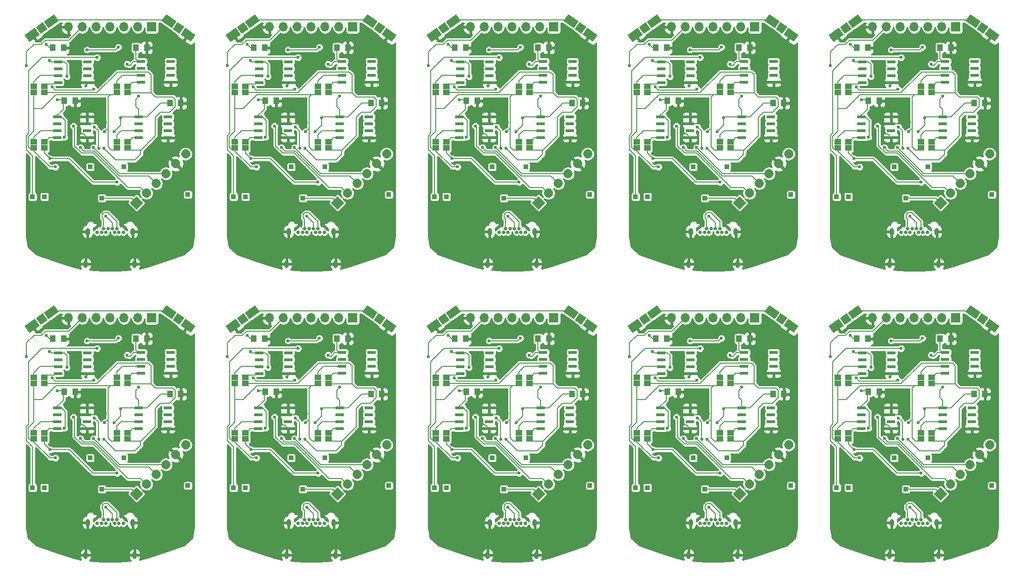
<source format=gbl>
G04 #@! TF.FileFunction,Copper,L2,Bot,Signal*
%FSLAX46Y46*%
G04 Gerber Fmt 4.6, Leading zero omitted, Abs format (unit mm)*
G04 Created by KiCad (PCBNEW 4.0.6) date Fri Nov 17 13:30:40 2017*
%MOMM*%
%LPD*%
G01*
G04 APERTURE LIST*
%ADD10C,0.100000*%
%ADD11R,1.000000X1.250000*%
%ADD12C,1.700000*%
%ADD13O,0.800000X1.400000*%
%ADD14C,0.650000*%
%ADD15R,1.700000X1.700000*%
%ADD16O,1.700000X1.700000*%
%ADD17R,1.250000X1.000000*%
%ADD18R,0.850000X0.850000*%
%ADD19R,1.550000X0.600000*%
%ADD20C,0.600000*%
%ADD21C,0.200000*%
%ADD22C,0.254000*%
G04 APERTURE END LIST*
D10*
D11*
X69808600Y-56718200D03*
X67808600Y-56718200D03*
X82915000Y-46990000D03*
X80915000Y-46990000D03*
X89138000Y-57150000D03*
X87138000Y-57150000D03*
X67675000Y-46990000D03*
X65675000Y-46990000D03*
D10*
G36*
X82228082Y-75438000D02*
X81026000Y-76640082D01*
X79823918Y-75438000D01*
X81026000Y-74235918D01*
X82228082Y-75438000D01*
X82228082Y-75438000D01*
G37*
D12*
X82822051Y-73641949D02*
X82822051Y-73641949D01*
X84618102Y-71845898D02*
X84618102Y-71845898D01*
X86414154Y-70049846D02*
X86414154Y-70049846D01*
X88210205Y-68253795D02*
X88210205Y-68253795D01*
X90006256Y-66457744D02*
X90006256Y-66457744D01*
D13*
X72070000Y-80710000D03*
X80330000Y-80710000D03*
X80690000Y-86660000D03*
X71710000Y-86660000D03*
D14*
X79000000Y-80110000D03*
X77400000Y-80110000D03*
X76600000Y-80110000D03*
X75800000Y-80110000D03*
X75000000Y-80110000D03*
X73400000Y-80110000D03*
X78600000Y-80810000D03*
X77800000Y-80810000D03*
X77000000Y-80810000D03*
X75400000Y-80810000D03*
X74600000Y-80810000D03*
X73800000Y-80810000D03*
D15*
X83820000Y-43180000D03*
D16*
X81280000Y-43180000D03*
X78740000Y-43180000D03*
X76200000Y-43180000D03*
X73660000Y-43180000D03*
X71120000Y-43180000D03*
X68580000Y-43180000D03*
D10*
G36*
X63474540Y-44446052D02*
X62589548Y-43205340D01*
X63830260Y-42320348D01*
X64715252Y-43561060D01*
X63474540Y-44446052D01*
X63474540Y-44446052D01*
G37*
G36*
X61416456Y-45914069D02*
X60531465Y-44673357D01*
X62403930Y-43337741D01*
X63288921Y-44578453D01*
X61416456Y-45914069D01*
X61416456Y-45914069D01*
G37*
G36*
X64900870Y-43428659D02*
X64015879Y-42187947D01*
X65888344Y-40852331D01*
X66773335Y-42093043D01*
X64900870Y-43428659D01*
X64900870Y-43428659D01*
G37*
G36*
X89785052Y-43179940D02*
X88900060Y-44420652D01*
X87659348Y-43535660D01*
X88544340Y-42294948D01*
X89785052Y-43179940D01*
X89785052Y-43179940D01*
G37*
G36*
X91843135Y-44647957D02*
X90958144Y-45888669D01*
X89085679Y-44553053D01*
X89970670Y-43312341D01*
X91843135Y-44647957D01*
X91843135Y-44647957D01*
G37*
G36*
X88358721Y-42162547D02*
X87473730Y-43403259D01*
X85601265Y-42067643D01*
X86486256Y-40826931D01*
X88358721Y-42162547D01*
X88358721Y-42162547D01*
G37*
D17*
X62230000Y-64198500D03*
X62230000Y-65341500D03*
X64135000Y-64198500D03*
X64135000Y-65341500D03*
X77470000Y-64198500D03*
X77470000Y-65341500D03*
X79375000Y-64198500D03*
X79375000Y-65341500D03*
X77470000Y-54038500D03*
X77470000Y-55181500D03*
X79375000Y-54038500D03*
X79375000Y-55181500D03*
X62230000Y-54038500D03*
X62230000Y-55181500D03*
X64135000Y-54038500D03*
X64135000Y-55181500D03*
D18*
X64135000Y-74295000D03*
X72542400Y-68834000D03*
X78689200Y-68834000D03*
X61976000Y-74295000D03*
X90424000Y-73914000D03*
X74676000Y-74549000D03*
D19*
X71940400Y-59639200D03*
X71940400Y-60909200D03*
X71940400Y-62179200D03*
X71940400Y-63449200D03*
X66540400Y-63449200D03*
X66540400Y-62179200D03*
X66540400Y-60909200D03*
X66540400Y-59639200D03*
X87256600Y-49479200D03*
X87256600Y-50749200D03*
X87256600Y-52019200D03*
X87256600Y-53289200D03*
X81856600Y-53289200D03*
X81856600Y-52019200D03*
X81856600Y-50749200D03*
X81856600Y-49479200D03*
X86774000Y-59664600D03*
X86774000Y-60934600D03*
X86774000Y-62204600D03*
X86774000Y-63474600D03*
X81374000Y-63474600D03*
X81374000Y-62204600D03*
X81374000Y-60934600D03*
X81374000Y-59664600D03*
X72042000Y-49555400D03*
X72042000Y-50825400D03*
X72042000Y-52095400D03*
X72042000Y-53365400D03*
X66642000Y-53365400D03*
X66642000Y-52095400D03*
X66642000Y-50825400D03*
X66642000Y-49555400D03*
D11*
X106638600Y-56718200D03*
X104638600Y-56718200D03*
X119745000Y-46990000D03*
X117745000Y-46990000D03*
X125968000Y-57150000D03*
X123968000Y-57150000D03*
X104505000Y-46990000D03*
X102505000Y-46990000D03*
D10*
G36*
X119058082Y-75438000D02*
X117856000Y-76640082D01*
X116653918Y-75438000D01*
X117856000Y-74235918D01*
X119058082Y-75438000D01*
X119058082Y-75438000D01*
G37*
D12*
X119652051Y-73641949D02*
X119652051Y-73641949D01*
X121448102Y-71845898D02*
X121448102Y-71845898D01*
X123244154Y-70049846D02*
X123244154Y-70049846D01*
X125040205Y-68253795D02*
X125040205Y-68253795D01*
X126836256Y-66457744D02*
X126836256Y-66457744D01*
D13*
X108900000Y-80710000D03*
X117160000Y-80710000D03*
X117520000Y-86660000D03*
X108540000Y-86660000D03*
D14*
X115830000Y-80110000D03*
X114230000Y-80110000D03*
X113430000Y-80110000D03*
X112630000Y-80110000D03*
X111830000Y-80110000D03*
X110230000Y-80110000D03*
X115430000Y-80810000D03*
X114630000Y-80810000D03*
X113830000Y-80810000D03*
X112230000Y-80810000D03*
X111430000Y-80810000D03*
X110630000Y-80810000D03*
D15*
X120650000Y-43180000D03*
D16*
X118110000Y-43180000D03*
X115570000Y-43180000D03*
X113030000Y-43180000D03*
X110490000Y-43180000D03*
X107950000Y-43180000D03*
X105410000Y-43180000D03*
D10*
G36*
X100304540Y-44446052D02*
X99419548Y-43205340D01*
X100660260Y-42320348D01*
X101545252Y-43561060D01*
X100304540Y-44446052D01*
X100304540Y-44446052D01*
G37*
G36*
X98246456Y-45914069D02*
X97361465Y-44673357D01*
X99233930Y-43337741D01*
X100118921Y-44578453D01*
X98246456Y-45914069D01*
X98246456Y-45914069D01*
G37*
G36*
X101730870Y-43428659D02*
X100845879Y-42187947D01*
X102718344Y-40852331D01*
X103603335Y-42093043D01*
X101730870Y-43428659D01*
X101730870Y-43428659D01*
G37*
G36*
X126615052Y-43179940D02*
X125730060Y-44420652D01*
X124489348Y-43535660D01*
X125374340Y-42294948D01*
X126615052Y-43179940D01*
X126615052Y-43179940D01*
G37*
G36*
X128673135Y-44647957D02*
X127788144Y-45888669D01*
X125915679Y-44553053D01*
X126800670Y-43312341D01*
X128673135Y-44647957D01*
X128673135Y-44647957D01*
G37*
G36*
X125188721Y-42162547D02*
X124303730Y-43403259D01*
X122431265Y-42067643D01*
X123316256Y-40826931D01*
X125188721Y-42162547D01*
X125188721Y-42162547D01*
G37*
D17*
X99060000Y-64198500D03*
X99060000Y-65341500D03*
X100965000Y-64198500D03*
X100965000Y-65341500D03*
X114300000Y-64198500D03*
X114300000Y-65341500D03*
X116205000Y-64198500D03*
X116205000Y-65341500D03*
X114300000Y-54038500D03*
X114300000Y-55181500D03*
X116205000Y-54038500D03*
X116205000Y-55181500D03*
X99060000Y-54038500D03*
X99060000Y-55181500D03*
X100965000Y-54038500D03*
X100965000Y-55181500D03*
D18*
X100965000Y-74295000D03*
X109372400Y-68834000D03*
X115519200Y-68834000D03*
X98806000Y-74295000D03*
X127254000Y-73914000D03*
X111506000Y-74549000D03*
D19*
X108770400Y-59639200D03*
X108770400Y-60909200D03*
X108770400Y-62179200D03*
X108770400Y-63449200D03*
X103370400Y-63449200D03*
X103370400Y-62179200D03*
X103370400Y-60909200D03*
X103370400Y-59639200D03*
X124086600Y-49479200D03*
X124086600Y-50749200D03*
X124086600Y-52019200D03*
X124086600Y-53289200D03*
X118686600Y-53289200D03*
X118686600Y-52019200D03*
X118686600Y-50749200D03*
X118686600Y-49479200D03*
X123604000Y-59664600D03*
X123604000Y-60934600D03*
X123604000Y-62204600D03*
X123604000Y-63474600D03*
X118204000Y-63474600D03*
X118204000Y-62204600D03*
X118204000Y-60934600D03*
X118204000Y-59664600D03*
X108872000Y-49555400D03*
X108872000Y-50825400D03*
X108872000Y-52095400D03*
X108872000Y-53365400D03*
X103472000Y-53365400D03*
X103472000Y-52095400D03*
X103472000Y-50825400D03*
X103472000Y-49555400D03*
D11*
X143468600Y-56718200D03*
X141468600Y-56718200D03*
X156575000Y-46990000D03*
X154575000Y-46990000D03*
X162798000Y-57150000D03*
X160798000Y-57150000D03*
X141335000Y-46990000D03*
X139335000Y-46990000D03*
D10*
G36*
X155888082Y-75438000D02*
X154686000Y-76640082D01*
X153483918Y-75438000D01*
X154686000Y-74235918D01*
X155888082Y-75438000D01*
X155888082Y-75438000D01*
G37*
D12*
X156482051Y-73641949D02*
X156482051Y-73641949D01*
X158278102Y-71845898D02*
X158278102Y-71845898D01*
X160074154Y-70049846D02*
X160074154Y-70049846D01*
X161870205Y-68253795D02*
X161870205Y-68253795D01*
X163666256Y-66457744D02*
X163666256Y-66457744D01*
D13*
X145730000Y-80710000D03*
X153990000Y-80710000D03*
X154350000Y-86660000D03*
X145370000Y-86660000D03*
D14*
X152660000Y-80110000D03*
X151060000Y-80110000D03*
X150260000Y-80110000D03*
X149460000Y-80110000D03*
X148660000Y-80110000D03*
X147060000Y-80110000D03*
X152260000Y-80810000D03*
X151460000Y-80810000D03*
X150660000Y-80810000D03*
X149060000Y-80810000D03*
X148260000Y-80810000D03*
X147460000Y-80810000D03*
D15*
X157480000Y-43180000D03*
D16*
X154940000Y-43180000D03*
X152400000Y-43180000D03*
X149860000Y-43180000D03*
X147320000Y-43180000D03*
X144780000Y-43180000D03*
X142240000Y-43180000D03*
D10*
G36*
X137134540Y-44446052D02*
X136249548Y-43205340D01*
X137490260Y-42320348D01*
X138375252Y-43561060D01*
X137134540Y-44446052D01*
X137134540Y-44446052D01*
G37*
G36*
X135076456Y-45914069D02*
X134191465Y-44673357D01*
X136063930Y-43337741D01*
X136948921Y-44578453D01*
X135076456Y-45914069D01*
X135076456Y-45914069D01*
G37*
G36*
X138560870Y-43428659D02*
X137675879Y-42187947D01*
X139548344Y-40852331D01*
X140433335Y-42093043D01*
X138560870Y-43428659D01*
X138560870Y-43428659D01*
G37*
G36*
X163445052Y-43179940D02*
X162560060Y-44420652D01*
X161319348Y-43535660D01*
X162204340Y-42294948D01*
X163445052Y-43179940D01*
X163445052Y-43179940D01*
G37*
G36*
X165503135Y-44647957D02*
X164618144Y-45888669D01*
X162745679Y-44553053D01*
X163630670Y-43312341D01*
X165503135Y-44647957D01*
X165503135Y-44647957D01*
G37*
G36*
X162018721Y-42162547D02*
X161133730Y-43403259D01*
X159261265Y-42067643D01*
X160146256Y-40826931D01*
X162018721Y-42162547D01*
X162018721Y-42162547D01*
G37*
D17*
X135890000Y-64198500D03*
X135890000Y-65341500D03*
X137795000Y-64198500D03*
X137795000Y-65341500D03*
X151130000Y-64198500D03*
X151130000Y-65341500D03*
X153035000Y-64198500D03*
X153035000Y-65341500D03*
X151130000Y-54038500D03*
X151130000Y-55181500D03*
X153035000Y-54038500D03*
X153035000Y-55181500D03*
X135890000Y-54038500D03*
X135890000Y-55181500D03*
X137795000Y-54038500D03*
X137795000Y-55181500D03*
D18*
X137795000Y-74295000D03*
X146202400Y-68834000D03*
X152349200Y-68834000D03*
X135636000Y-74295000D03*
X164084000Y-73914000D03*
X148336000Y-74549000D03*
D19*
X145600400Y-59639200D03*
X145600400Y-60909200D03*
X145600400Y-62179200D03*
X145600400Y-63449200D03*
X140200400Y-63449200D03*
X140200400Y-62179200D03*
X140200400Y-60909200D03*
X140200400Y-59639200D03*
X160916600Y-49479200D03*
X160916600Y-50749200D03*
X160916600Y-52019200D03*
X160916600Y-53289200D03*
X155516600Y-53289200D03*
X155516600Y-52019200D03*
X155516600Y-50749200D03*
X155516600Y-49479200D03*
X160434000Y-59664600D03*
X160434000Y-60934600D03*
X160434000Y-62204600D03*
X160434000Y-63474600D03*
X155034000Y-63474600D03*
X155034000Y-62204600D03*
X155034000Y-60934600D03*
X155034000Y-59664600D03*
X145702000Y-49555400D03*
X145702000Y-50825400D03*
X145702000Y-52095400D03*
X145702000Y-53365400D03*
X140302000Y-53365400D03*
X140302000Y-52095400D03*
X140302000Y-50825400D03*
X140302000Y-49555400D03*
D11*
X180298600Y-56718200D03*
X178298600Y-56718200D03*
X193405000Y-46990000D03*
X191405000Y-46990000D03*
X199628000Y-57150000D03*
X197628000Y-57150000D03*
X178165000Y-46990000D03*
X176165000Y-46990000D03*
D10*
G36*
X192718082Y-75438000D02*
X191516000Y-76640082D01*
X190313918Y-75438000D01*
X191516000Y-74235918D01*
X192718082Y-75438000D01*
X192718082Y-75438000D01*
G37*
D12*
X193312051Y-73641949D02*
X193312051Y-73641949D01*
X195108102Y-71845898D02*
X195108102Y-71845898D01*
X196904154Y-70049846D02*
X196904154Y-70049846D01*
X198700205Y-68253795D02*
X198700205Y-68253795D01*
X200496256Y-66457744D02*
X200496256Y-66457744D01*
D13*
X182560000Y-80710000D03*
X190820000Y-80710000D03*
X191180000Y-86660000D03*
X182200000Y-86660000D03*
D14*
X189490000Y-80110000D03*
X187890000Y-80110000D03*
X187090000Y-80110000D03*
X186290000Y-80110000D03*
X185490000Y-80110000D03*
X183890000Y-80110000D03*
X189090000Y-80810000D03*
X188290000Y-80810000D03*
X187490000Y-80810000D03*
X185890000Y-80810000D03*
X185090000Y-80810000D03*
X184290000Y-80810000D03*
D15*
X194310000Y-43180000D03*
D16*
X191770000Y-43180000D03*
X189230000Y-43180000D03*
X186690000Y-43180000D03*
X184150000Y-43180000D03*
X181610000Y-43180000D03*
X179070000Y-43180000D03*
D10*
G36*
X173964540Y-44446052D02*
X173079548Y-43205340D01*
X174320260Y-42320348D01*
X175205252Y-43561060D01*
X173964540Y-44446052D01*
X173964540Y-44446052D01*
G37*
G36*
X171906456Y-45914069D02*
X171021465Y-44673357D01*
X172893930Y-43337741D01*
X173778921Y-44578453D01*
X171906456Y-45914069D01*
X171906456Y-45914069D01*
G37*
G36*
X175390870Y-43428659D02*
X174505879Y-42187947D01*
X176378344Y-40852331D01*
X177263335Y-42093043D01*
X175390870Y-43428659D01*
X175390870Y-43428659D01*
G37*
G36*
X200275052Y-43179940D02*
X199390060Y-44420652D01*
X198149348Y-43535660D01*
X199034340Y-42294948D01*
X200275052Y-43179940D01*
X200275052Y-43179940D01*
G37*
G36*
X202333135Y-44647957D02*
X201448144Y-45888669D01*
X199575679Y-44553053D01*
X200460670Y-43312341D01*
X202333135Y-44647957D01*
X202333135Y-44647957D01*
G37*
G36*
X198848721Y-42162547D02*
X197963730Y-43403259D01*
X196091265Y-42067643D01*
X196976256Y-40826931D01*
X198848721Y-42162547D01*
X198848721Y-42162547D01*
G37*
D17*
X172720000Y-64198500D03*
X172720000Y-65341500D03*
X174625000Y-64198500D03*
X174625000Y-65341500D03*
X187960000Y-64198500D03*
X187960000Y-65341500D03*
X189865000Y-64198500D03*
X189865000Y-65341500D03*
X187960000Y-54038500D03*
X187960000Y-55181500D03*
X189865000Y-54038500D03*
X189865000Y-55181500D03*
X172720000Y-54038500D03*
X172720000Y-55181500D03*
X174625000Y-54038500D03*
X174625000Y-55181500D03*
D18*
X174625000Y-74295000D03*
X183032400Y-68834000D03*
X189179200Y-68834000D03*
X172466000Y-74295000D03*
X200914000Y-73914000D03*
X185166000Y-74549000D03*
D19*
X182430400Y-59639200D03*
X182430400Y-60909200D03*
X182430400Y-62179200D03*
X182430400Y-63449200D03*
X177030400Y-63449200D03*
X177030400Y-62179200D03*
X177030400Y-60909200D03*
X177030400Y-59639200D03*
X197746600Y-49479200D03*
X197746600Y-50749200D03*
X197746600Y-52019200D03*
X197746600Y-53289200D03*
X192346600Y-53289200D03*
X192346600Y-52019200D03*
X192346600Y-50749200D03*
X192346600Y-49479200D03*
X197264000Y-59664600D03*
X197264000Y-60934600D03*
X197264000Y-62204600D03*
X197264000Y-63474600D03*
X191864000Y-63474600D03*
X191864000Y-62204600D03*
X191864000Y-60934600D03*
X191864000Y-59664600D03*
X182532000Y-49555400D03*
X182532000Y-50825400D03*
X182532000Y-52095400D03*
X182532000Y-53365400D03*
X177132000Y-53365400D03*
X177132000Y-52095400D03*
X177132000Y-50825400D03*
X177132000Y-49555400D03*
D11*
X217128600Y-56718200D03*
X215128600Y-56718200D03*
X230235000Y-46990000D03*
X228235000Y-46990000D03*
X236458000Y-57150000D03*
X234458000Y-57150000D03*
X214995000Y-46990000D03*
X212995000Y-46990000D03*
D10*
G36*
X229548082Y-75438000D02*
X228346000Y-76640082D01*
X227143918Y-75438000D01*
X228346000Y-74235918D01*
X229548082Y-75438000D01*
X229548082Y-75438000D01*
G37*
D12*
X230142051Y-73641949D02*
X230142051Y-73641949D01*
X231938102Y-71845898D02*
X231938102Y-71845898D01*
X233734154Y-70049846D02*
X233734154Y-70049846D01*
X235530205Y-68253795D02*
X235530205Y-68253795D01*
X237326256Y-66457744D02*
X237326256Y-66457744D01*
D13*
X219390000Y-80710000D03*
X227650000Y-80710000D03*
X228010000Y-86660000D03*
X219030000Y-86660000D03*
D14*
X226320000Y-80110000D03*
X224720000Y-80110000D03*
X223920000Y-80110000D03*
X223120000Y-80110000D03*
X222320000Y-80110000D03*
X220720000Y-80110000D03*
X225920000Y-80810000D03*
X225120000Y-80810000D03*
X224320000Y-80810000D03*
X222720000Y-80810000D03*
X221920000Y-80810000D03*
X221120000Y-80810000D03*
D15*
X231140000Y-43180000D03*
D16*
X228600000Y-43180000D03*
X226060000Y-43180000D03*
X223520000Y-43180000D03*
X220980000Y-43180000D03*
X218440000Y-43180000D03*
X215900000Y-43180000D03*
D10*
G36*
X210794540Y-44446052D02*
X209909548Y-43205340D01*
X211150260Y-42320348D01*
X212035252Y-43561060D01*
X210794540Y-44446052D01*
X210794540Y-44446052D01*
G37*
G36*
X208736456Y-45914069D02*
X207851465Y-44673357D01*
X209723930Y-43337741D01*
X210608921Y-44578453D01*
X208736456Y-45914069D01*
X208736456Y-45914069D01*
G37*
G36*
X212220870Y-43428659D02*
X211335879Y-42187947D01*
X213208344Y-40852331D01*
X214093335Y-42093043D01*
X212220870Y-43428659D01*
X212220870Y-43428659D01*
G37*
G36*
X237105052Y-43179940D02*
X236220060Y-44420652D01*
X234979348Y-43535660D01*
X235864340Y-42294948D01*
X237105052Y-43179940D01*
X237105052Y-43179940D01*
G37*
G36*
X239163135Y-44647957D02*
X238278144Y-45888669D01*
X236405679Y-44553053D01*
X237290670Y-43312341D01*
X239163135Y-44647957D01*
X239163135Y-44647957D01*
G37*
G36*
X235678721Y-42162547D02*
X234793730Y-43403259D01*
X232921265Y-42067643D01*
X233806256Y-40826931D01*
X235678721Y-42162547D01*
X235678721Y-42162547D01*
G37*
D17*
X209550000Y-64198500D03*
X209550000Y-65341500D03*
X211455000Y-64198500D03*
X211455000Y-65341500D03*
X224790000Y-64198500D03*
X224790000Y-65341500D03*
X226695000Y-64198500D03*
X226695000Y-65341500D03*
X224790000Y-54038500D03*
X224790000Y-55181500D03*
X226695000Y-54038500D03*
X226695000Y-55181500D03*
X209550000Y-54038500D03*
X209550000Y-55181500D03*
X211455000Y-54038500D03*
X211455000Y-55181500D03*
D18*
X211455000Y-74295000D03*
X219862400Y-68834000D03*
X226009200Y-68834000D03*
X209296000Y-74295000D03*
X237744000Y-73914000D03*
X221996000Y-74549000D03*
D19*
X219260400Y-59639200D03*
X219260400Y-60909200D03*
X219260400Y-62179200D03*
X219260400Y-63449200D03*
X213860400Y-63449200D03*
X213860400Y-62179200D03*
X213860400Y-60909200D03*
X213860400Y-59639200D03*
X234576600Y-49479200D03*
X234576600Y-50749200D03*
X234576600Y-52019200D03*
X234576600Y-53289200D03*
X229176600Y-53289200D03*
X229176600Y-52019200D03*
X229176600Y-50749200D03*
X229176600Y-49479200D03*
X234094000Y-59664600D03*
X234094000Y-60934600D03*
X234094000Y-62204600D03*
X234094000Y-63474600D03*
X228694000Y-63474600D03*
X228694000Y-62204600D03*
X228694000Y-60934600D03*
X228694000Y-59664600D03*
X219362000Y-49555400D03*
X219362000Y-50825400D03*
X219362000Y-52095400D03*
X219362000Y-53365400D03*
X213962000Y-53365400D03*
X213962000Y-52095400D03*
X213962000Y-50825400D03*
X213962000Y-49555400D03*
D11*
X69808600Y-110058200D03*
X67808600Y-110058200D03*
X82915000Y-100330000D03*
X80915000Y-100330000D03*
X89138000Y-110490000D03*
X87138000Y-110490000D03*
X67675000Y-100330000D03*
X65675000Y-100330000D03*
D10*
G36*
X82228082Y-128778000D02*
X81026000Y-129980082D01*
X79823918Y-128778000D01*
X81026000Y-127575918D01*
X82228082Y-128778000D01*
X82228082Y-128778000D01*
G37*
D12*
X82822051Y-126981949D02*
X82822051Y-126981949D01*
X84618102Y-125185898D02*
X84618102Y-125185898D01*
X86414154Y-123389846D02*
X86414154Y-123389846D01*
X88210205Y-121593795D02*
X88210205Y-121593795D01*
X90006256Y-119797744D02*
X90006256Y-119797744D01*
D13*
X72070000Y-134050000D03*
X80330000Y-134050000D03*
X80690000Y-140000000D03*
X71710000Y-140000000D03*
D14*
X79000000Y-133450000D03*
X77400000Y-133450000D03*
X76600000Y-133450000D03*
X75800000Y-133450000D03*
X75000000Y-133450000D03*
X73400000Y-133450000D03*
X78600000Y-134150000D03*
X77800000Y-134150000D03*
X77000000Y-134150000D03*
X75400000Y-134150000D03*
X74600000Y-134150000D03*
X73800000Y-134150000D03*
D15*
X83820000Y-96520000D03*
D16*
X81280000Y-96520000D03*
X78740000Y-96520000D03*
X76200000Y-96520000D03*
X73660000Y-96520000D03*
X71120000Y-96520000D03*
X68580000Y-96520000D03*
D10*
G36*
X63474540Y-97786052D02*
X62589548Y-96545340D01*
X63830260Y-95660348D01*
X64715252Y-96901060D01*
X63474540Y-97786052D01*
X63474540Y-97786052D01*
G37*
G36*
X61416456Y-99254069D02*
X60531465Y-98013357D01*
X62403930Y-96677741D01*
X63288921Y-97918453D01*
X61416456Y-99254069D01*
X61416456Y-99254069D01*
G37*
G36*
X64900870Y-96768659D02*
X64015879Y-95527947D01*
X65888344Y-94192331D01*
X66773335Y-95433043D01*
X64900870Y-96768659D01*
X64900870Y-96768659D01*
G37*
G36*
X89785052Y-96519940D02*
X88900060Y-97760652D01*
X87659348Y-96875660D01*
X88544340Y-95634948D01*
X89785052Y-96519940D01*
X89785052Y-96519940D01*
G37*
G36*
X91843135Y-97987957D02*
X90958144Y-99228669D01*
X89085679Y-97893053D01*
X89970670Y-96652341D01*
X91843135Y-97987957D01*
X91843135Y-97987957D01*
G37*
G36*
X88358721Y-95502547D02*
X87473730Y-96743259D01*
X85601265Y-95407643D01*
X86486256Y-94166931D01*
X88358721Y-95502547D01*
X88358721Y-95502547D01*
G37*
D17*
X62230000Y-117538500D03*
X62230000Y-118681500D03*
X64135000Y-117538500D03*
X64135000Y-118681500D03*
X77470000Y-117538500D03*
X77470000Y-118681500D03*
X79375000Y-117538500D03*
X79375000Y-118681500D03*
X77470000Y-107378500D03*
X77470000Y-108521500D03*
X79375000Y-107378500D03*
X79375000Y-108521500D03*
X62230000Y-107378500D03*
X62230000Y-108521500D03*
X64135000Y-107378500D03*
X64135000Y-108521500D03*
D18*
X64135000Y-127635000D03*
X72542400Y-122174000D03*
X78689200Y-122174000D03*
X61976000Y-127635000D03*
X90424000Y-127254000D03*
X74676000Y-127889000D03*
D19*
X71940400Y-112979200D03*
X71940400Y-114249200D03*
X71940400Y-115519200D03*
X71940400Y-116789200D03*
X66540400Y-116789200D03*
X66540400Y-115519200D03*
X66540400Y-114249200D03*
X66540400Y-112979200D03*
X87256600Y-102819200D03*
X87256600Y-104089200D03*
X87256600Y-105359200D03*
X87256600Y-106629200D03*
X81856600Y-106629200D03*
X81856600Y-105359200D03*
X81856600Y-104089200D03*
X81856600Y-102819200D03*
X86774000Y-113004600D03*
X86774000Y-114274600D03*
X86774000Y-115544600D03*
X86774000Y-116814600D03*
X81374000Y-116814600D03*
X81374000Y-115544600D03*
X81374000Y-114274600D03*
X81374000Y-113004600D03*
X72042000Y-102895400D03*
X72042000Y-104165400D03*
X72042000Y-105435400D03*
X72042000Y-106705400D03*
X66642000Y-106705400D03*
X66642000Y-105435400D03*
X66642000Y-104165400D03*
X66642000Y-102895400D03*
D11*
X106638600Y-110058200D03*
X104638600Y-110058200D03*
X119745000Y-100330000D03*
X117745000Y-100330000D03*
X125968000Y-110490000D03*
X123968000Y-110490000D03*
X104505000Y-100330000D03*
X102505000Y-100330000D03*
D10*
G36*
X119058082Y-128778000D02*
X117856000Y-129980082D01*
X116653918Y-128778000D01*
X117856000Y-127575918D01*
X119058082Y-128778000D01*
X119058082Y-128778000D01*
G37*
D12*
X119652051Y-126981949D02*
X119652051Y-126981949D01*
X121448102Y-125185898D02*
X121448102Y-125185898D01*
X123244154Y-123389846D02*
X123244154Y-123389846D01*
X125040205Y-121593795D02*
X125040205Y-121593795D01*
X126836256Y-119797744D02*
X126836256Y-119797744D01*
D13*
X108900000Y-134050000D03*
X117160000Y-134050000D03*
X117520000Y-140000000D03*
X108540000Y-140000000D03*
D14*
X115830000Y-133450000D03*
X114230000Y-133450000D03*
X113430000Y-133450000D03*
X112630000Y-133450000D03*
X111830000Y-133450000D03*
X110230000Y-133450000D03*
X115430000Y-134150000D03*
X114630000Y-134150000D03*
X113830000Y-134150000D03*
X112230000Y-134150000D03*
X111430000Y-134150000D03*
X110630000Y-134150000D03*
D15*
X120650000Y-96520000D03*
D16*
X118110000Y-96520000D03*
X115570000Y-96520000D03*
X113030000Y-96520000D03*
X110490000Y-96520000D03*
X107950000Y-96520000D03*
X105410000Y-96520000D03*
D10*
G36*
X100304540Y-97786052D02*
X99419548Y-96545340D01*
X100660260Y-95660348D01*
X101545252Y-96901060D01*
X100304540Y-97786052D01*
X100304540Y-97786052D01*
G37*
G36*
X98246456Y-99254069D02*
X97361465Y-98013357D01*
X99233930Y-96677741D01*
X100118921Y-97918453D01*
X98246456Y-99254069D01*
X98246456Y-99254069D01*
G37*
G36*
X101730870Y-96768659D02*
X100845879Y-95527947D01*
X102718344Y-94192331D01*
X103603335Y-95433043D01*
X101730870Y-96768659D01*
X101730870Y-96768659D01*
G37*
G36*
X126615052Y-96519940D02*
X125730060Y-97760652D01*
X124489348Y-96875660D01*
X125374340Y-95634948D01*
X126615052Y-96519940D01*
X126615052Y-96519940D01*
G37*
G36*
X128673135Y-97987957D02*
X127788144Y-99228669D01*
X125915679Y-97893053D01*
X126800670Y-96652341D01*
X128673135Y-97987957D01*
X128673135Y-97987957D01*
G37*
G36*
X125188721Y-95502547D02*
X124303730Y-96743259D01*
X122431265Y-95407643D01*
X123316256Y-94166931D01*
X125188721Y-95502547D01*
X125188721Y-95502547D01*
G37*
D17*
X99060000Y-117538500D03*
X99060000Y-118681500D03*
X100965000Y-117538500D03*
X100965000Y-118681500D03*
X114300000Y-117538500D03*
X114300000Y-118681500D03*
X116205000Y-117538500D03*
X116205000Y-118681500D03*
X114300000Y-107378500D03*
X114300000Y-108521500D03*
X116205000Y-107378500D03*
X116205000Y-108521500D03*
X99060000Y-107378500D03*
X99060000Y-108521500D03*
X100965000Y-107378500D03*
X100965000Y-108521500D03*
D18*
X100965000Y-127635000D03*
X109372400Y-122174000D03*
X115519200Y-122174000D03*
X98806000Y-127635000D03*
X127254000Y-127254000D03*
X111506000Y-127889000D03*
D19*
X108770400Y-112979200D03*
X108770400Y-114249200D03*
X108770400Y-115519200D03*
X108770400Y-116789200D03*
X103370400Y-116789200D03*
X103370400Y-115519200D03*
X103370400Y-114249200D03*
X103370400Y-112979200D03*
X124086600Y-102819200D03*
X124086600Y-104089200D03*
X124086600Y-105359200D03*
X124086600Y-106629200D03*
X118686600Y-106629200D03*
X118686600Y-105359200D03*
X118686600Y-104089200D03*
X118686600Y-102819200D03*
X123604000Y-113004600D03*
X123604000Y-114274600D03*
X123604000Y-115544600D03*
X123604000Y-116814600D03*
X118204000Y-116814600D03*
X118204000Y-115544600D03*
X118204000Y-114274600D03*
X118204000Y-113004600D03*
X108872000Y-102895400D03*
X108872000Y-104165400D03*
X108872000Y-105435400D03*
X108872000Y-106705400D03*
X103472000Y-106705400D03*
X103472000Y-105435400D03*
X103472000Y-104165400D03*
X103472000Y-102895400D03*
D11*
X143468600Y-110058200D03*
X141468600Y-110058200D03*
X156575000Y-100330000D03*
X154575000Y-100330000D03*
X162798000Y-110490000D03*
X160798000Y-110490000D03*
X141335000Y-100330000D03*
X139335000Y-100330000D03*
D10*
G36*
X155888082Y-128778000D02*
X154686000Y-129980082D01*
X153483918Y-128778000D01*
X154686000Y-127575918D01*
X155888082Y-128778000D01*
X155888082Y-128778000D01*
G37*
D12*
X156482051Y-126981949D02*
X156482051Y-126981949D01*
X158278102Y-125185898D02*
X158278102Y-125185898D01*
X160074154Y-123389846D02*
X160074154Y-123389846D01*
X161870205Y-121593795D02*
X161870205Y-121593795D01*
X163666256Y-119797744D02*
X163666256Y-119797744D01*
D13*
X145730000Y-134050000D03*
X153990000Y-134050000D03*
X154350000Y-140000000D03*
X145370000Y-140000000D03*
D14*
X152660000Y-133450000D03*
X151060000Y-133450000D03*
X150260000Y-133450000D03*
X149460000Y-133450000D03*
X148660000Y-133450000D03*
X147060000Y-133450000D03*
X152260000Y-134150000D03*
X151460000Y-134150000D03*
X150660000Y-134150000D03*
X149060000Y-134150000D03*
X148260000Y-134150000D03*
X147460000Y-134150000D03*
D15*
X157480000Y-96520000D03*
D16*
X154940000Y-96520000D03*
X152400000Y-96520000D03*
X149860000Y-96520000D03*
X147320000Y-96520000D03*
X144780000Y-96520000D03*
X142240000Y-96520000D03*
D10*
G36*
X137134540Y-97786052D02*
X136249548Y-96545340D01*
X137490260Y-95660348D01*
X138375252Y-96901060D01*
X137134540Y-97786052D01*
X137134540Y-97786052D01*
G37*
G36*
X135076456Y-99254069D02*
X134191465Y-98013357D01*
X136063930Y-96677741D01*
X136948921Y-97918453D01*
X135076456Y-99254069D01*
X135076456Y-99254069D01*
G37*
G36*
X138560870Y-96768659D02*
X137675879Y-95527947D01*
X139548344Y-94192331D01*
X140433335Y-95433043D01*
X138560870Y-96768659D01*
X138560870Y-96768659D01*
G37*
G36*
X163445052Y-96519940D02*
X162560060Y-97760652D01*
X161319348Y-96875660D01*
X162204340Y-95634948D01*
X163445052Y-96519940D01*
X163445052Y-96519940D01*
G37*
G36*
X165503135Y-97987957D02*
X164618144Y-99228669D01*
X162745679Y-97893053D01*
X163630670Y-96652341D01*
X165503135Y-97987957D01*
X165503135Y-97987957D01*
G37*
G36*
X162018721Y-95502547D02*
X161133730Y-96743259D01*
X159261265Y-95407643D01*
X160146256Y-94166931D01*
X162018721Y-95502547D01*
X162018721Y-95502547D01*
G37*
D17*
X135890000Y-117538500D03*
X135890000Y-118681500D03*
X137795000Y-117538500D03*
X137795000Y-118681500D03*
X151130000Y-117538500D03*
X151130000Y-118681500D03*
X153035000Y-117538500D03*
X153035000Y-118681500D03*
X151130000Y-107378500D03*
X151130000Y-108521500D03*
X153035000Y-107378500D03*
X153035000Y-108521500D03*
X135890000Y-107378500D03*
X135890000Y-108521500D03*
X137795000Y-107378500D03*
X137795000Y-108521500D03*
D18*
X137795000Y-127635000D03*
X146202400Y-122174000D03*
X152349200Y-122174000D03*
X135636000Y-127635000D03*
X164084000Y-127254000D03*
X148336000Y-127889000D03*
D19*
X145600400Y-112979200D03*
X145600400Y-114249200D03*
X145600400Y-115519200D03*
X145600400Y-116789200D03*
X140200400Y-116789200D03*
X140200400Y-115519200D03*
X140200400Y-114249200D03*
X140200400Y-112979200D03*
X160916600Y-102819200D03*
X160916600Y-104089200D03*
X160916600Y-105359200D03*
X160916600Y-106629200D03*
X155516600Y-106629200D03*
X155516600Y-105359200D03*
X155516600Y-104089200D03*
X155516600Y-102819200D03*
X160434000Y-113004600D03*
X160434000Y-114274600D03*
X160434000Y-115544600D03*
X160434000Y-116814600D03*
X155034000Y-116814600D03*
X155034000Y-115544600D03*
X155034000Y-114274600D03*
X155034000Y-113004600D03*
X145702000Y-102895400D03*
X145702000Y-104165400D03*
X145702000Y-105435400D03*
X145702000Y-106705400D03*
X140302000Y-106705400D03*
X140302000Y-105435400D03*
X140302000Y-104165400D03*
X140302000Y-102895400D03*
D11*
X180298600Y-110058200D03*
X178298600Y-110058200D03*
X193405000Y-100330000D03*
X191405000Y-100330000D03*
X199628000Y-110490000D03*
X197628000Y-110490000D03*
X178165000Y-100330000D03*
X176165000Y-100330000D03*
D10*
G36*
X192718082Y-128778000D02*
X191516000Y-129980082D01*
X190313918Y-128778000D01*
X191516000Y-127575918D01*
X192718082Y-128778000D01*
X192718082Y-128778000D01*
G37*
D12*
X193312051Y-126981949D02*
X193312051Y-126981949D01*
X195108102Y-125185898D02*
X195108102Y-125185898D01*
X196904154Y-123389846D02*
X196904154Y-123389846D01*
X198700205Y-121593795D02*
X198700205Y-121593795D01*
X200496256Y-119797744D02*
X200496256Y-119797744D01*
D13*
X182560000Y-134050000D03*
X190820000Y-134050000D03*
X191180000Y-140000000D03*
X182200000Y-140000000D03*
D14*
X189490000Y-133450000D03*
X187890000Y-133450000D03*
X187090000Y-133450000D03*
X186290000Y-133450000D03*
X185490000Y-133450000D03*
X183890000Y-133450000D03*
X189090000Y-134150000D03*
X188290000Y-134150000D03*
X187490000Y-134150000D03*
X185890000Y-134150000D03*
X185090000Y-134150000D03*
X184290000Y-134150000D03*
D15*
X194310000Y-96520000D03*
D16*
X191770000Y-96520000D03*
X189230000Y-96520000D03*
X186690000Y-96520000D03*
X184150000Y-96520000D03*
X181610000Y-96520000D03*
X179070000Y-96520000D03*
D10*
G36*
X173964540Y-97786052D02*
X173079548Y-96545340D01*
X174320260Y-95660348D01*
X175205252Y-96901060D01*
X173964540Y-97786052D01*
X173964540Y-97786052D01*
G37*
G36*
X171906456Y-99254069D02*
X171021465Y-98013357D01*
X172893930Y-96677741D01*
X173778921Y-97918453D01*
X171906456Y-99254069D01*
X171906456Y-99254069D01*
G37*
G36*
X175390870Y-96768659D02*
X174505879Y-95527947D01*
X176378344Y-94192331D01*
X177263335Y-95433043D01*
X175390870Y-96768659D01*
X175390870Y-96768659D01*
G37*
G36*
X200275052Y-96519940D02*
X199390060Y-97760652D01*
X198149348Y-96875660D01*
X199034340Y-95634948D01*
X200275052Y-96519940D01*
X200275052Y-96519940D01*
G37*
G36*
X202333135Y-97987957D02*
X201448144Y-99228669D01*
X199575679Y-97893053D01*
X200460670Y-96652341D01*
X202333135Y-97987957D01*
X202333135Y-97987957D01*
G37*
G36*
X198848721Y-95502547D02*
X197963730Y-96743259D01*
X196091265Y-95407643D01*
X196976256Y-94166931D01*
X198848721Y-95502547D01*
X198848721Y-95502547D01*
G37*
D17*
X172720000Y-117538500D03*
X172720000Y-118681500D03*
X174625000Y-117538500D03*
X174625000Y-118681500D03*
X187960000Y-117538500D03*
X187960000Y-118681500D03*
X189865000Y-117538500D03*
X189865000Y-118681500D03*
X187960000Y-107378500D03*
X187960000Y-108521500D03*
X189865000Y-107378500D03*
X189865000Y-108521500D03*
X172720000Y-107378500D03*
X172720000Y-108521500D03*
X174625000Y-107378500D03*
X174625000Y-108521500D03*
D18*
X174625000Y-127635000D03*
X183032400Y-122174000D03*
X189179200Y-122174000D03*
X172466000Y-127635000D03*
X200914000Y-127254000D03*
X185166000Y-127889000D03*
D19*
X182430400Y-112979200D03*
X182430400Y-114249200D03*
X182430400Y-115519200D03*
X182430400Y-116789200D03*
X177030400Y-116789200D03*
X177030400Y-115519200D03*
X177030400Y-114249200D03*
X177030400Y-112979200D03*
X197746600Y-102819200D03*
X197746600Y-104089200D03*
X197746600Y-105359200D03*
X197746600Y-106629200D03*
X192346600Y-106629200D03*
X192346600Y-105359200D03*
X192346600Y-104089200D03*
X192346600Y-102819200D03*
X197264000Y-113004600D03*
X197264000Y-114274600D03*
X197264000Y-115544600D03*
X197264000Y-116814600D03*
X191864000Y-116814600D03*
X191864000Y-115544600D03*
X191864000Y-114274600D03*
X191864000Y-113004600D03*
X182532000Y-102895400D03*
X182532000Y-104165400D03*
X182532000Y-105435400D03*
X182532000Y-106705400D03*
X177132000Y-106705400D03*
X177132000Y-105435400D03*
X177132000Y-104165400D03*
X177132000Y-102895400D03*
D11*
X217128600Y-110058200D03*
X215128600Y-110058200D03*
X230235000Y-100330000D03*
X228235000Y-100330000D03*
X236458000Y-110490000D03*
X234458000Y-110490000D03*
X214995000Y-100330000D03*
X212995000Y-100330000D03*
D10*
G36*
X229548082Y-128778000D02*
X228346000Y-129980082D01*
X227143918Y-128778000D01*
X228346000Y-127575918D01*
X229548082Y-128778000D01*
X229548082Y-128778000D01*
G37*
D12*
X230142051Y-126981949D02*
X230142051Y-126981949D01*
X231938102Y-125185898D02*
X231938102Y-125185898D01*
X233734154Y-123389846D02*
X233734154Y-123389846D01*
X235530205Y-121593795D02*
X235530205Y-121593795D01*
X237326256Y-119797744D02*
X237326256Y-119797744D01*
D13*
X219390000Y-134050000D03*
X227650000Y-134050000D03*
X228010000Y-140000000D03*
X219030000Y-140000000D03*
D14*
X226320000Y-133450000D03*
X224720000Y-133450000D03*
X223920000Y-133450000D03*
X223120000Y-133450000D03*
X222320000Y-133450000D03*
X220720000Y-133450000D03*
X225920000Y-134150000D03*
X225120000Y-134150000D03*
X224320000Y-134150000D03*
X222720000Y-134150000D03*
X221920000Y-134150000D03*
X221120000Y-134150000D03*
D15*
X231140000Y-96520000D03*
D16*
X228600000Y-96520000D03*
X226060000Y-96520000D03*
X223520000Y-96520000D03*
X220980000Y-96520000D03*
X218440000Y-96520000D03*
X215900000Y-96520000D03*
D10*
G36*
X210794540Y-97786052D02*
X209909548Y-96545340D01*
X211150260Y-95660348D01*
X212035252Y-96901060D01*
X210794540Y-97786052D01*
X210794540Y-97786052D01*
G37*
G36*
X208736456Y-99254069D02*
X207851465Y-98013357D01*
X209723930Y-96677741D01*
X210608921Y-97918453D01*
X208736456Y-99254069D01*
X208736456Y-99254069D01*
G37*
G36*
X212220870Y-96768659D02*
X211335879Y-95527947D01*
X213208344Y-94192331D01*
X214093335Y-95433043D01*
X212220870Y-96768659D01*
X212220870Y-96768659D01*
G37*
G36*
X237105052Y-96519940D02*
X236220060Y-97760652D01*
X234979348Y-96875660D01*
X235864340Y-95634948D01*
X237105052Y-96519940D01*
X237105052Y-96519940D01*
G37*
G36*
X239163135Y-97987957D02*
X238278144Y-99228669D01*
X236405679Y-97893053D01*
X237290670Y-96652341D01*
X239163135Y-97987957D01*
X239163135Y-97987957D01*
G37*
G36*
X235678721Y-95502547D02*
X234793730Y-96743259D01*
X232921265Y-95407643D01*
X233806256Y-94166931D01*
X235678721Y-95502547D01*
X235678721Y-95502547D01*
G37*
D17*
X209550000Y-117538500D03*
X209550000Y-118681500D03*
X211455000Y-117538500D03*
X211455000Y-118681500D03*
X224790000Y-117538500D03*
X224790000Y-118681500D03*
X226695000Y-117538500D03*
X226695000Y-118681500D03*
X224790000Y-107378500D03*
X224790000Y-108521500D03*
X226695000Y-107378500D03*
X226695000Y-108521500D03*
X209550000Y-107378500D03*
X209550000Y-108521500D03*
X211455000Y-107378500D03*
X211455000Y-108521500D03*
D18*
X211455000Y-127635000D03*
X219862400Y-122174000D03*
X226009200Y-122174000D03*
X209296000Y-127635000D03*
X237744000Y-127254000D03*
X221996000Y-127889000D03*
D19*
X219260400Y-112979200D03*
X219260400Y-114249200D03*
X219260400Y-115519200D03*
X219260400Y-116789200D03*
X213860400Y-116789200D03*
X213860400Y-115519200D03*
X213860400Y-114249200D03*
X213860400Y-112979200D03*
X234576600Y-102819200D03*
X234576600Y-104089200D03*
X234576600Y-105359200D03*
X234576600Y-106629200D03*
X229176600Y-106629200D03*
X229176600Y-105359200D03*
X229176600Y-104089200D03*
X229176600Y-102819200D03*
X234094000Y-113004600D03*
X234094000Y-114274600D03*
X234094000Y-115544600D03*
X234094000Y-116814600D03*
X228694000Y-116814600D03*
X228694000Y-115544600D03*
X228694000Y-114274600D03*
X228694000Y-113004600D03*
X219362000Y-102895400D03*
X219362000Y-104165400D03*
X219362000Y-105435400D03*
X219362000Y-106705400D03*
X213962000Y-106705400D03*
X213962000Y-105435400D03*
X213962000Y-104165400D03*
X213962000Y-102895400D03*
D20*
X71170800Y-78028800D03*
X72999600Y-78028800D03*
X73914000Y-76327000D03*
X80619600Y-69265800D03*
X82270600Y-69316600D03*
X71755000Y-53975000D03*
X69850000Y-58420000D03*
X71120000Y-57785000D03*
X72390000Y-57785000D03*
X72390000Y-56515000D03*
X71120000Y-56515000D03*
X68961000Y-47498000D03*
X70612000Y-62357000D03*
X75311000Y-60706000D03*
X108000800Y-78028800D03*
X109829600Y-78028800D03*
X110744000Y-76327000D03*
X117449600Y-69265800D03*
X119100600Y-69316600D03*
X108585000Y-53975000D03*
X106680000Y-58420000D03*
X107950000Y-57785000D03*
X109220000Y-57785000D03*
X109220000Y-56515000D03*
X107950000Y-56515000D03*
X105791000Y-47498000D03*
X107442000Y-62357000D03*
X112141000Y-60706000D03*
X144830800Y-78028800D03*
X146659600Y-78028800D03*
X147574000Y-76327000D03*
X154279600Y-69265800D03*
X155930600Y-69316600D03*
X145415000Y-53975000D03*
X143510000Y-58420000D03*
X144780000Y-57785000D03*
X146050000Y-57785000D03*
X146050000Y-56515000D03*
X144780000Y-56515000D03*
X142621000Y-47498000D03*
X144272000Y-62357000D03*
X148971000Y-60706000D03*
X181660800Y-78028800D03*
X183489600Y-78028800D03*
X184404000Y-76327000D03*
X191109600Y-69265800D03*
X192760600Y-69316600D03*
X182245000Y-53975000D03*
X180340000Y-58420000D03*
X181610000Y-57785000D03*
X182880000Y-57785000D03*
X182880000Y-56515000D03*
X181610000Y-56515000D03*
X179451000Y-47498000D03*
X181102000Y-62357000D03*
X185801000Y-60706000D03*
X218490800Y-78028800D03*
X220319600Y-78028800D03*
X221234000Y-76327000D03*
X227939600Y-69265800D03*
X229590600Y-69316600D03*
X219075000Y-53975000D03*
X217170000Y-58420000D03*
X218440000Y-57785000D03*
X219710000Y-57785000D03*
X219710000Y-56515000D03*
X218440000Y-56515000D03*
X216281000Y-47498000D03*
X217932000Y-62357000D03*
X222631000Y-60706000D03*
X71170800Y-131368800D03*
X72999600Y-131368800D03*
X73914000Y-129667000D03*
X80619600Y-122605800D03*
X82270600Y-122656600D03*
X71755000Y-107315000D03*
X69850000Y-111760000D03*
X71120000Y-111125000D03*
X72390000Y-111125000D03*
X72390000Y-109855000D03*
X71120000Y-109855000D03*
X68961000Y-100838000D03*
X70612000Y-115697000D03*
X75311000Y-114046000D03*
X108000800Y-131368800D03*
X109829600Y-131368800D03*
X110744000Y-129667000D03*
X117449600Y-122605800D03*
X119100600Y-122656600D03*
X108585000Y-107315000D03*
X106680000Y-111760000D03*
X107950000Y-111125000D03*
X109220000Y-111125000D03*
X109220000Y-109855000D03*
X107950000Y-109855000D03*
X105791000Y-100838000D03*
X107442000Y-115697000D03*
X112141000Y-114046000D03*
X144830800Y-131368800D03*
X146659600Y-131368800D03*
X147574000Y-129667000D03*
X154279600Y-122605800D03*
X155930600Y-122656600D03*
X145415000Y-107315000D03*
X143510000Y-111760000D03*
X144780000Y-111125000D03*
X146050000Y-111125000D03*
X146050000Y-109855000D03*
X144780000Y-109855000D03*
X142621000Y-100838000D03*
X144272000Y-115697000D03*
X148971000Y-114046000D03*
X181660800Y-131368800D03*
X183489600Y-131368800D03*
X184404000Y-129667000D03*
X191109600Y-122605800D03*
X192760600Y-122656600D03*
X182245000Y-107315000D03*
X180340000Y-111760000D03*
X181610000Y-111125000D03*
X182880000Y-111125000D03*
X182880000Y-109855000D03*
X181610000Y-109855000D03*
X179451000Y-100838000D03*
X181102000Y-115697000D03*
X185801000Y-114046000D03*
X218490800Y-131368800D03*
X220319600Y-131368800D03*
X221234000Y-129667000D03*
X227939600Y-122605800D03*
X229590600Y-122656600D03*
X219075000Y-107315000D03*
X217170000Y-111760000D03*
X218440000Y-111125000D03*
X219710000Y-111125000D03*
X219710000Y-109855000D03*
X218440000Y-109855000D03*
X216281000Y-100838000D03*
X217932000Y-115697000D03*
X222631000Y-114046000D03*
X65087500Y-49339500D03*
X64465200Y-46355000D03*
X68275200Y-52247800D03*
X79298800Y-49987200D03*
X76962000Y-62357000D03*
X67818000Y-63373000D03*
X66548000Y-56515000D03*
X81407000Y-55880000D03*
X78105000Y-59817000D03*
X101917500Y-49339500D03*
X101295200Y-46355000D03*
X105105200Y-52247800D03*
X116128800Y-49987200D03*
X113792000Y-62357000D03*
X104648000Y-63373000D03*
X103378000Y-56515000D03*
X118237000Y-55880000D03*
X114935000Y-59817000D03*
X138747500Y-49339500D03*
X138125200Y-46355000D03*
X141935200Y-52247800D03*
X152958800Y-49987200D03*
X150622000Y-62357000D03*
X141478000Y-63373000D03*
X140208000Y-56515000D03*
X155067000Y-55880000D03*
X151765000Y-59817000D03*
X175577500Y-49339500D03*
X174955200Y-46355000D03*
X178765200Y-52247800D03*
X189788800Y-49987200D03*
X187452000Y-62357000D03*
X178308000Y-63373000D03*
X177038000Y-56515000D03*
X191897000Y-55880000D03*
X188595000Y-59817000D03*
X212407500Y-49339500D03*
X211785200Y-46355000D03*
X215595200Y-52247800D03*
X226618800Y-49987200D03*
X224282000Y-62357000D03*
X215138000Y-63373000D03*
X213868000Y-56515000D03*
X228727000Y-55880000D03*
X225425000Y-59817000D03*
X65087500Y-102679500D03*
X64465200Y-99695000D03*
X68275200Y-105587800D03*
X79298800Y-103327200D03*
X76962000Y-115697000D03*
X67818000Y-116713000D03*
X66548000Y-109855000D03*
X81407000Y-109220000D03*
X78105000Y-113157000D03*
X101917500Y-102679500D03*
X101295200Y-99695000D03*
X105105200Y-105587800D03*
X116128800Y-103327200D03*
X113792000Y-115697000D03*
X104648000Y-116713000D03*
X103378000Y-109855000D03*
X118237000Y-109220000D03*
X114935000Y-113157000D03*
X138747500Y-102679500D03*
X138125200Y-99695000D03*
X141935200Y-105587800D03*
X152958800Y-103327200D03*
X150622000Y-115697000D03*
X141478000Y-116713000D03*
X140208000Y-109855000D03*
X155067000Y-109220000D03*
X151765000Y-113157000D03*
X175577500Y-102679500D03*
X174955200Y-99695000D03*
X178765200Y-105587800D03*
X189788800Y-103327200D03*
X187452000Y-115697000D03*
X178308000Y-116713000D03*
X177038000Y-109855000D03*
X191897000Y-109220000D03*
X188595000Y-113157000D03*
X212407500Y-102679500D03*
X211785200Y-99695000D03*
X215595200Y-105587800D03*
X226618800Y-103327200D03*
X224282000Y-115697000D03*
X215138000Y-116713000D03*
X213868000Y-109855000D03*
X228727000Y-109220000D03*
X225425000Y-113157000D03*
X60858400Y-50241200D03*
X97688400Y-50241200D03*
X134518400Y-50241200D03*
X171348400Y-50241200D03*
X208178400Y-50241200D03*
X60858400Y-103581200D03*
X97688400Y-103581200D03*
X134518400Y-103581200D03*
X171348400Y-103581200D03*
X208178400Y-103581200D03*
X69469000Y-61341000D03*
X106299000Y-61341000D03*
X143129000Y-61341000D03*
X179959000Y-61341000D03*
X216789000Y-61341000D03*
X69469000Y-114681000D03*
X106299000Y-114681000D03*
X143129000Y-114681000D03*
X179959000Y-114681000D03*
X216789000Y-114681000D03*
X70739000Y-65278000D03*
X107569000Y-65278000D03*
X144399000Y-65278000D03*
X181229000Y-65278000D03*
X218059000Y-65278000D03*
X70739000Y-118618000D03*
X107569000Y-118618000D03*
X144399000Y-118618000D03*
X181229000Y-118618000D03*
X218059000Y-118618000D03*
X73152000Y-65278000D03*
X109982000Y-65278000D03*
X146812000Y-65278000D03*
X183642000Y-65278000D03*
X220472000Y-65278000D03*
X73152000Y-118618000D03*
X109982000Y-118618000D03*
X146812000Y-118618000D03*
X183642000Y-118618000D03*
X220472000Y-118618000D03*
X74168000Y-65455800D03*
X73304400Y-61493400D03*
X110998000Y-65455800D03*
X110134400Y-61493400D03*
X147828000Y-65455800D03*
X146964400Y-61493400D03*
X184658000Y-65455800D03*
X183794400Y-61493400D03*
X221488000Y-65455800D03*
X220624400Y-61493400D03*
X74168000Y-118795800D03*
X73304400Y-114833400D03*
X110998000Y-118795800D03*
X110134400Y-114833400D03*
X147828000Y-118795800D03*
X146964400Y-114833400D03*
X184658000Y-118795800D03*
X183794400Y-114833400D03*
X221488000Y-118795800D03*
X220624400Y-114833400D03*
X73787000Y-48768000D03*
X110617000Y-48768000D03*
X147447000Y-48768000D03*
X184277000Y-48768000D03*
X221107000Y-48768000D03*
X73787000Y-102108000D03*
X110617000Y-102108000D03*
X147447000Y-102108000D03*
X184277000Y-102108000D03*
X221107000Y-102108000D03*
X66167000Y-68834000D03*
X75184000Y-62357000D03*
X102997000Y-68834000D03*
X112014000Y-62357000D03*
X139827000Y-68834000D03*
X148844000Y-62357000D03*
X176657000Y-68834000D03*
X185674000Y-62357000D03*
X213487000Y-68834000D03*
X222504000Y-62357000D03*
X66167000Y-122174000D03*
X75184000Y-115697000D03*
X102997000Y-122174000D03*
X112014000Y-115697000D03*
X139827000Y-122174000D03*
X148844000Y-115697000D03*
X176657000Y-122174000D03*
X185674000Y-115697000D03*
X213487000Y-122174000D03*
X222504000Y-115697000D03*
X77470000Y-71628000D03*
X75057000Y-65405000D03*
X65151000Y-67310000D03*
X114300000Y-71628000D03*
X111887000Y-65405000D03*
X101981000Y-67310000D03*
X151130000Y-71628000D03*
X148717000Y-65405000D03*
X138811000Y-67310000D03*
X187960000Y-71628000D03*
X185547000Y-65405000D03*
X175641000Y-67310000D03*
X224790000Y-71628000D03*
X222377000Y-65405000D03*
X212471000Y-67310000D03*
X77470000Y-124968000D03*
X75057000Y-118745000D03*
X65151000Y-120650000D03*
X114300000Y-124968000D03*
X111887000Y-118745000D03*
X101981000Y-120650000D03*
X151130000Y-124968000D03*
X148717000Y-118745000D03*
X138811000Y-120650000D03*
X187960000Y-124968000D03*
X185547000Y-118745000D03*
X175641000Y-120650000D03*
X224790000Y-124968000D03*
X222377000Y-118745000D03*
X212471000Y-120650000D03*
X75374500Y-77851000D03*
X112204500Y-77851000D03*
X149034500Y-77851000D03*
X185864500Y-77851000D03*
X222694500Y-77851000D03*
X75374500Y-131191000D03*
X112204500Y-131191000D03*
X149034500Y-131191000D03*
X185864500Y-131191000D03*
X222694500Y-131191000D03*
X73202800Y-54584600D03*
X65557400Y-54178200D03*
X110032800Y-54584600D03*
X102387400Y-54178200D03*
X146862800Y-54584600D03*
X139217400Y-54178200D03*
X183692800Y-54584600D03*
X176047400Y-54178200D03*
X220522800Y-54584600D03*
X212877400Y-54178200D03*
X73202800Y-107924600D03*
X65557400Y-107518200D03*
X110032800Y-107924600D03*
X102387400Y-107518200D03*
X146862800Y-107924600D03*
X139217400Y-107518200D03*
X183692800Y-107924600D03*
X176047400Y-107518200D03*
X220522800Y-107924600D03*
X212877400Y-107518200D03*
X71958200Y-47371000D03*
X77698600Y-46888400D03*
X108788200Y-47371000D03*
X114528600Y-46888400D03*
X145618200Y-47371000D03*
X151358600Y-46888400D03*
X182448200Y-47371000D03*
X188188600Y-46888400D03*
X219278200Y-47371000D03*
X225018600Y-46888400D03*
X71958200Y-100711000D03*
X77698600Y-100228400D03*
X108788200Y-100711000D03*
X114528600Y-100228400D03*
X145618200Y-100711000D03*
X151358600Y-100228400D03*
X182448200Y-100711000D03*
X188188600Y-100228400D03*
X219278200Y-100711000D03*
X225018600Y-100228400D03*
D21*
X73812400Y-78054200D02*
X73025000Y-78054200D01*
X72872600Y-76327000D02*
X73914000Y-76327000D01*
X71170800Y-78028800D02*
X72872600Y-76327000D01*
X73025000Y-78054200D02*
X72999600Y-78028800D01*
X73812400Y-79697600D02*
X73400000Y-80110000D01*
X73812400Y-78054200D02*
X73812400Y-79697600D01*
X82219800Y-69265800D02*
X80619600Y-69265800D01*
X82270600Y-69316600D02*
X82219800Y-69265800D01*
X72042000Y-53688000D02*
X71755000Y-53975000D01*
X72042000Y-53365400D02*
X72042000Y-53688000D01*
X70485000Y-58420000D02*
X69850000Y-58420000D01*
X71120000Y-57785000D02*
X70485000Y-58420000D01*
X72390000Y-56515000D02*
X72390000Y-57785000D01*
X69808600Y-56718200D02*
X70916800Y-56718200D01*
X70916800Y-56718200D02*
X71120000Y-56515000D01*
X67675000Y-46990000D02*
X68453000Y-46990000D01*
X68453000Y-46990000D02*
X68961000Y-47498000D01*
X71305400Y-62814200D02*
X71940400Y-63449200D01*
X71069200Y-62814200D02*
X71305400Y-62814200D01*
X70612000Y-62357000D02*
X71069200Y-62814200D01*
X75057000Y-60960000D02*
X73550000Y-60960000D01*
X75311000Y-60706000D02*
X75057000Y-60960000D01*
X72390000Y-60960000D02*
X73550000Y-60960000D01*
X110642400Y-78054200D02*
X109855000Y-78054200D01*
X109702600Y-76327000D02*
X110744000Y-76327000D01*
X108000800Y-78028800D02*
X109702600Y-76327000D01*
X109855000Y-78054200D02*
X109829600Y-78028800D01*
X110642400Y-79697600D02*
X110230000Y-80110000D01*
X110642400Y-78054200D02*
X110642400Y-79697600D01*
X119049800Y-69265800D02*
X117449600Y-69265800D01*
X119100600Y-69316600D02*
X119049800Y-69265800D01*
X108872000Y-53688000D02*
X108585000Y-53975000D01*
X108872000Y-53365400D02*
X108872000Y-53688000D01*
X107315000Y-58420000D02*
X106680000Y-58420000D01*
X107950000Y-57785000D02*
X107315000Y-58420000D01*
X109220000Y-56515000D02*
X109220000Y-57785000D01*
X106638600Y-56718200D02*
X107746800Y-56718200D01*
X107746800Y-56718200D02*
X107950000Y-56515000D01*
X104505000Y-46990000D02*
X105283000Y-46990000D01*
X105283000Y-46990000D02*
X105791000Y-47498000D01*
X108135400Y-62814200D02*
X108770400Y-63449200D01*
X107899200Y-62814200D02*
X108135400Y-62814200D01*
X107442000Y-62357000D02*
X107899200Y-62814200D01*
X111887000Y-60960000D02*
X110380000Y-60960000D01*
X112141000Y-60706000D02*
X111887000Y-60960000D01*
X109220000Y-60960000D02*
X110380000Y-60960000D01*
X147472400Y-78054200D02*
X146685000Y-78054200D01*
X146532600Y-76327000D02*
X147574000Y-76327000D01*
X144830800Y-78028800D02*
X146532600Y-76327000D01*
X146685000Y-78054200D02*
X146659600Y-78028800D01*
X147472400Y-79697600D02*
X147060000Y-80110000D01*
X147472400Y-78054200D02*
X147472400Y-79697600D01*
X155879800Y-69265800D02*
X154279600Y-69265800D01*
X155930600Y-69316600D02*
X155879800Y-69265800D01*
X145702000Y-53688000D02*
X145415000Y-53975000D01*
X145702000Y-53365400D02*
X145702000Y-53688000D01*
X144145000Y-58420000D02*
X143510000Y-58420000D01*
X144780000Y-57785000D02*
X144145000Y-58420000D01*
X146050000Y-56515000D02*
X146050000Y-57785000D01*
X143468600Y-56718200D02*
X144576800Y-56718200D01*
X144576800Y-56718200D02*
X144780000Y-56515000D01*
X141335000Y-46990000D02*
X142113000Y-46990000D01*
X142113000Y-46990000D02*
X142621000Y-47498000D01*
X144965400Y-62814200D02*
X145600400Y-63449200D01*
X144729200Y-62814200D02*
X144965400Y-62814200D01*
X144272000Y-62357000D02*
X144729200Y-62814200D01*
X148717000Y-60960000D02*
X147210000Y-60960000D01*
X148971000Y-60706000D02*
X148717000Y-60960000D01*
X146050000Y-60960000D02*
X147210000Y-60960000D01*
X184302400Y-78054200D02*
X183515000Y-78054200D01*
X183362600Y-76327000D02*
X184404000Y-76327000D01*
X181660800Y-78028800D02*
X183362600Y-76327000D01*
X183515000Y-78054200D02*
X183489600Y-78028800D01*
X184302400Y-79697600D02*
X183890000Y-80110000D01*
X184302400Y-78054200D02*
X184302400Y-79697600D01*
X192709800Y-69265800D02*
X191109600Y-69265800D01*
X192760600Y-69316600D02*
X192709800Y-69265800D01*
X182532000Y-53688000D02*
X182245000Y-53975000D01*
X182532000Y-53365400D02*
X182532000Y-53688000D01*
X180975000Y-58420000D02*
X180340000Y-58420000D01*
X181610000Y-57785000D02*
X180975000Y-58420000D01*
X182880000Y-56515000D02*
X182880000Y-57785000D01*
X180298600Y-56718200D02*
X181406800Y-56718200D01*
X181406800Y-56718200D02*
X181610000Y-56515000D01*
X178165000Y-46990000D02*
X178943000Y-46990000D01*
X178943000Y-46990000D02*
X179451000Y-47498000D01*
X181795400Y-62814200D02*
X182430400Y-63449200D01*
X181559200Y-62814200D02*
X181795400Y-62814200D01*
X181102000Y-62357000D02*
X181559200Y-62814200D01*
X185547000Y-60960000D02*
X184040000Y-60960000D01*
X185801000Y-60706000D02*
X185547000Y-60960000D01*
X182880000Y-60960000D02*
X184040000Y-60960000D01*
X221132400Y-78054200D02*
X220345000Y-78054200D01*
X220192600Y-76327000D02*
X221234000Y-76327000D01*
X218490800Y-78028800D02*
X220192600Y-76327000D01*
X220345000Y-78054200D02*
X220319600Y-78028800D01*
X221132400Y-79697600D02*
X220720000Y-80110000D01*
X221132400Y-78054200D02*
X221132400Y-79697600D01*
X229539800Y-69265800D02*
X227939600Y-69265800D01*
X229590600Y-69316600D02*
X229539800Y-69265800D01*
X219362000Y-53688000D02*
X219075000Y-53975000D01*
X219362000Y-53365400D02*
X219362000Y-53688000D01*
X217805000Y-58420000D02*
X217170000Y-58420000D01*
X218440000Y-57785000D02*
X217805000Y-58420000D01*
X219710000Y-56515000D02*
X219710000Y-57785000D01*
X217128600Y-56718200D02*
X218236800Y-56718200D01*
X218236800Y-56718200D02*
X218440000Y-56515000D01*
X214995000Y-46990000D02*
X215773000Y-46990000D01*
X215773000Y-46990000D02*
X216281000Y-47498000D01*
X218625400Y-62814200D02*
X219260400Y-63449200D01*
X218389200Y-62814200D02*
X218625400Y-62814200D01*
X217932000Y-62357000D02*
X218389200Y-62814200D01*
X222377000Y-60960000D02*
X220870000Y-60960000D01*
X222631000Y-60706000D02*
X222377000Y-60960000D01*
X219710000Y-60960000D02*
X220870000Y-60960000D01*
X73812400Y-131394200D02*
X73025000Y-131394200D01*
X72872600Y-129667000D02*
X73914000Y-129667000D01*
X71170800Y-131368800D02*
X72872600Y-129667000D01*
X73025000Y-131394200D02*
X72999600Y-131368800D01*
X73812400Y-133037600D02*
X73400000Y-133450000D01*
X73812400Y-131394200D02*
X73812400Y-133037600D01*
X82219800Y-122605800D02*
X80619600Y-122605800D01*
X82270600Y-122656600D02*
X82219800Y-122605800D01*
X72042000Y-107028000D02*
X71755000Y-107315000D01*
X72042000Y-106705400D02*
X72042000Y-107028000D01*
X70485000Y-111760000D02*
X69850000Y-111760000D01*
X71120000Y-111125000D02*
X70485000Y-111760000D01*
X72390000Y-109855000D02*
X72390000Y-111125000D01*
X69808600Y-110058200D02*
X70916800Y-110058200D01*
X70916800Y-110058200D02*
X71120000Y-109855000D01*
X67675000Y-100330000D02*
X68453000Y-100330000D01*
X68453000Y-100330000D02*
X68961000Y-100838000D01*
X71305400Y-116154200D02*
X71940400Y-116789200D01*
X71069200Y-116154200D02*
X71305400Y-116154200D01*
X70612000Y-115697000D02*
X71069200Y-116154200D01*
X75057000Y-114300000D02*
X73550000Y-114300000D01*
X75311000Y-114046000D02*
X75057000Y-114300000D01*
X72390000Y-114300000D02*
X73550000Y-114300000D01*
X110642400Y-131394200D02*
X109855000Y-131394200D01*
X109702600Y-129667000D02*
X110744000Y-129667000D01*
X108000800Y-131368800D02*
X109702600Y-129667000D01*
X109855000Y-131394200D02*
X109829600Y-131368800D01*
X110642400Y-133037600D02*
X110230000Y-133450000D01*
X110642400Y-131394200D02*
X110642400Y-133037600D01*
X119049800Y-122605800D02*
X117449600Y-122605800D01*
X119100600Y-122656600D02*
X119049800Y-122605800D01*
X108872000Y-107028000D02*
X108585000Y-107315000D01*
X108872000Y-106705400D02*
X108872000Y-107028000D01*
X107315000Y-111760000D02*
X106680000Y-111760000D01*
X107950000Y-111125000D02*
X107315000Y-111760000D01*
X109220000Y-109855000D02*
X109220000Y-111125000D01*
X106638600Y-110058200D02*
X107746800Y-110058200D01*
X107746800Y-110058200D02*
X107950000Y-109855000D01*
X104505000Y-100330000D02*
X105283000Y-100330000D01*
X105283000Y-100330000D02*
X105791000Y-100838000D01*
X108135400Y-116154200D02*
X108770400Y-116789200D01*
X107899200Y-116154200D02*
X108135400Y-116154200D01*
X107442000Y-115697000D02*
X107899200Y-116154200D01*
X111887000Y-114300000D02*
X110380000Y-114300000D01*
X112141000Y-114046000D02*
X111887000Y-114300000D01*
X109220000Y-114300000D02*
X110380000Y-114300000D01*
X147472400Y-131394200D02*
X146685000Y-131394200D01*
X146532600Y-129667000D02*
X147574000Y-129667000D01*
X144830800Y-131368800D02*
X146532600Y-129667000D01*
X146685000Y-131394200D02*
X146659600Y-131368800D01*
X147472400Y-133037600D02*
X147060000Y-133450000D01*
X147472400Y-131394200D02*
X147472400Y-133037600D01*
X155879800Y-122605800D02*
X154279600Y-122605800D01*
X155930600Y-122656600D02*
X155879800Y-122605800D01*
X145702000Y-107028000D02*
X145415000Y-107315000D01*
X145702000Y-106705400D02*
X145702000Y-107028000D01*
X144145000Y-111760000D02*
X143510000Y-111760000D01*
X144780000Y-111125000D02*
X144145000Y-111760000D01*
X146050000Y-109855000D02*
X146050000Y-111125000D01*
X143468600Y-110058200D02*
X144576800Y-110058200D01*
X144576800Y-110058200D02*
X144780000Y-109855000D01*
X141335000Y-100330000D02*
X142113000Y-100330000D01*
X142113000Y-100330000D02*
X142621000Y-100838000D01*
X144965400Y-116154200D02*
X145600400Y-116789200D01*
X144729200Y-116154200D02*
X144965400Y-116154200D01*
X144272000Y-115697000D02*
X144729200Y-116154200D01*
X148717000Y-114300000D02*
X147210000Y-114300000D01*
X148971000Y-114046000D02*
X148717000Y-114300000D01*
X146050000Y-114300000D02*
X147210000Y-114300000D01*
X184302400Y-131394200D02*
X183515000Y-131394200D01*
X183362600Y-129667000D02*
X184404000Y-129667000D01*
X181660800Y-131368800D02*
X183362600Y-129667000D01*
X183515000Y-131394200D02*
X183489600Y-131368800D01*
X184302400Y-133037600D02*
X183890000Y-133450000D01*
X184302400Y-131394200D02*
X184302400Y-133037600D01*
X192709800Y-122605800D02*
X191109600Y-122605800D01*
X192760600Y-122656600D02*
X192709800Y-122605800D01*
X182532000Y-107028000D02*
X182245000Y-107315000D01*
X182532000Y-106705400D02*
X182532000Y-107028000D01*
X180975000Y-111760000D02*
X180340000Y-111760000D01*
X181610000Y-111125000D02*
X180975000Y-111760000D01*
X182880000Y-109855000D02*
X182880000Y-111125000D01*
X180298600Y-110058200D02*
X181406800Y-110058200D01*
X181406800Y-110058200D02*
X181610000Y-109855000D01*
X178165000Y-100330000D02*
X178943000Y-100330000D01*
X178943000Y-100330000D02*
X179451000Y-100838000D01*
X181795400Y-116154200D02*
X182430400Y-116789200D01*
X181559200Y-116154200D02*
X181795400Y-116154200D01*
X181102000Y-115697000D02*
X181559200Y-116154200D01*
X185547000Y-114300000D02*
X184040000Y-114300000D01*
X185801000Y-114046000D02*
X185547000Y-114300000D01*
X182880000Y-114300000D02*
X184040000Y-114300000D01*
X221132400Y-131394200D02*
X220345000Y-131394200D01*
X220192600Y-129667000D02*
X221234000Y-129667000D01*
X218490800Y-131368800D02*
X220192600Y-129667000D01*
X220345000Y-131394200D02*
X220319600Y-131368800D01*
X221132400Y-133037600D02*
X220720000Y-133450000D01*
X221132400Y-131394200D02*
X221132400Y-133037600D01*
X229539800Y-122605800D02*
X227939600Y-122605800D01*
X229590600Y-122656600D02*
X229539800Y-122605800D01*
X219362000Y-107028000D02*
X219075000Y-107315000D01*
X219362000Y-106705400D02*
X219362000Y-107028000D01*
X217805000Y-111760000D02*
X217170000Y-111760000D01*
X218440000Y-111125000D02*
X217805000Y-111760000D01*
X219710000Y-109855000D02*
X219710000Y-111125000D01*
X217128600Y-110058200D02*
X218236800Y-110058200D01*
X218236800Y-110058200D02*
X218440000Y-109855000D01*
X214995000Y-100330000D02*
X215773000Y-100330000D01*
X215773000Y-100330000D02*
X216281000Y-100838000D01*
X218625400Y-116154200D02*
X219260400Y-116789200D01*
X218389200Y-116154200D02*
X218625400Y-116154200D01*
X217932000Y-115697000D02*
X218389200Y-116154200D01*
X222377000Y-114300000D02*
X220870000Y-114300000D01*
X222631000Y-114046000D02*
X222377000Y-114300000D01*
X219710000Y-114300000D02*
X220870000Y-114300000D01*
X66642000Y-49555400D02*
X65303400Y-49555400D01*
X65303400Y-49555400D02*
X65087500Y-49339500D01*
X65720253Y-41908214D02*
X86628947Y-41908214D01*
X86628947Y-41908214D02*
X86654347Y-41882814D01*
X65675000Y-46990000D02*
X65100200Y-46990000D01*
X65100200Y-46990000D02*
X64465200Y-46355000D01*
X66642000Y-49555400D02*
X67792600Y-49555400D01*
X68275200Y-50038000D02*
X68275200Y-52247800D01*
X67792600Y-49555400D02*
X68275200Y-50038000D01*
X79578200Y-50266600D02*
X79781400Y-50266600D01*
X79298800Y-49987200D02*
X79578200Y-50266600D01*
X66548000Y-56515000D02*
X67605400Y-56515000D01*
X67605400Y-56515000D02*
X67808600Y-56718200D01*
X87138000Y-57150000D02*
X85471000Y-57150000D01*
X82931000Y-59690000D02*
X81407000Y-59690000D01*
X85471000Y-57150000D02*
X82931000Y-59690000D01*
X66167000Y-49530000D02*
X67183000Y-49530000D01*
X80915000Y-46990000D02*
X80915000Y-46402500D01*
X80518000Y-49530000D02*
X81407000Y-49530000D01*
X79781400Y-50266600D02*
X80518000Y-49530000D01*
X78105000Y-61214000D02*
X78105000Y-59817000D01*
X76962000Y-62357000D02*
X78105000Y-61214000D01*
X67310000Y-59690000D02*
X66167000Y-59690000D01*
X67945000Y-60325000D02*
X67310000Y-59690000D01*
X67945000Y-63246000D02*
X67945000Y-60325000D01*
X67818000Y-63373000D02*
X67945000Y-63246000D01*
X80883000Y-57785000D02*
X80883000Y-56404000D01*
X80883000Y-56404000D02*
X81407000Y-55880000D01*
X78232000Y-59690000D02*
X81407000Y-59690000D01*
X78105000Y-59817000D02*
X78232000Y-59690000D01*
X81407000Y-59690000D02*
X81407000Y-58309000D01*
X81407000Y-58309000D02*
X80883000Y-57785000D01*
X80915000Y-46990000D02*
X80915000Y-49038000D01*
X80915000Y-49038000D02*
X81407000Y-49530000D01*
X67580000Y-57150000D02*
X67580000Y-58277000D01*
X67580000Y-58277000D02*
X66167000Y-59690000D01*
X74676000Y-74549000D02*
X80137000Y-74549000D01*
X80137000Y-74549000D02*
X81026000Y-75438000D01*
X103472000Y-49555400D02*
X102133400Y-49555400D01*
X102133400Y-49555400D02*
X101917500Y-49339500D01*
X102550253Y-41908214D02*
X123458947Y-41908214D01*
X123458947Y-41908214D02*
X123484347Y-41882814D01*
X102505000Y-46990000D02*
X101930200Y-46990000D01*
X101930200Y-46990000D02*
X101295200Y-46355000D01*
X103472000Y-49555400D02*
X104622600Y-49555400D01*
X105105200Y-50038000D02*
X105105200Y-52247800D01*
X104622600Y-49555400D02*
X105105200Y-50038000D01*
X116408200Y-50266600D02*
X116611400Y-50266600D01*
X116128800Y-49987200D02*
X116408200Y-50266600D01*
X103378000Y-56515000D02*
X104435400Y-56515000D01*
X104435400Y-56515000D02*
X104638600Y-56718200D01*
X123968000Y-57150000D02*
X122301000Y-57150000D01*
X119761000Y-59690000D02*
X118237000Y-59690000D01*
X122301000Y-57150000D02*
X119761000Y-59690000D01*
X102997000Y-49530000D02*
X104013000Y-49530000D01*
X117745000Y-46990000D02*
X117745000Y-46402500D01*
X117348000Y-49530000D02*
X118237000Y-49530000D01*
X116611400Y-50266600D02*
X117348000Y-49530000D01*
X114935000Y-61214000D02*
X114935000Y-59817000D01*
X113792000Y-62357000D02*
X114935000Y-61214000D01*
X104140000Y-59690000D02*
X102997000Y-59690000D01*
X104775000Y-60325000D02*
X104140000Y-59690000D01*
X104775000Y-63246000D02*
X104775000Y-60325000D01*
X104648000Y-63373000D02*
X104775000Y-63246000D01*
X117713000Y-57785000D02*
X117713000Y-56404000D01*
X117713000Y-56404000D02*
X118237000Y-55880000D01*
X115062000Y-59690000D02*
X118237000Y-59690000D01*
X114935000Y-59817000D02*
X115062000Y-59690000D01*
X118237000Y-59690000D02*
X118237000Y-58309000D01*
X118237000Y-58309000D02*
X117713000Y-57785000D01*
X117745000Y-46990000D02*
X117745000Y-49038000D01*
X117745000Y-49038000D02*
X118237000Y-49530000D01*
X104410000Y-57150000D02*
X104410000Y-58277000D01*
X104410000Y-58277000D02*
X102997000Y-59690000D01*
X111506000Y-74549000D02*
X116967000Y-74549000D01*
X116967000Y-74549000D02*
X117856000Y-75438000D01*
X140302000Y-49555400D02*
X138963400Y-49555400D01*
X138963400Y-49555400D02*
X138747500Y-49339500D01*
X139380253Y-41908214D02*
X160288947Y-41908214D01*
X160288947Y-41908214D02*
X160314347Y-41882814D01*
X139335000Y-46990000D02*
X138760200Y-46990000D01*
X138760200Y-46990000D02*
X138125200Y-46355000D01*
X140302000Y-49555400D02*
X141452600Y-49555400D01*
X141935200Y-50038000D02*
X141935200Y-52247800D01*
X141452600Y-49555400D02*
X141935200Y-50038000D01*
X153238200Y-50266600D02*
X153441400Y-50266600D01*
X152958800Y-49987200D02*
X153238200Y-50266600D01*
X140208000Y-56515000D02*
X141265400Y-56515000D01*
X141265400Y-56515000D02*
X141468600Y-56718200D01*
X160798000Y-57150000D02*
X159131000Y-57150000D01*
X156591000Y-59690000D02*
X155067000Y-59690000D01*
X159131000Y-57150000D02*
X156591000Y-59690000D01*
X139827000Y-49530000D02*
X140843000Y-49530000D01*
X154575000Y-46990000D02*
X154575000Y-46402500D01*
X154178000Y-49530000D02*
X155067000Y-49530000D01*
X153441400Y-50266600D02*
X154178000Y-49530000D01*
X151765000Y-61214000D02*
X151765000Y-59817000D01*
X150622000Y-62357000D02*
X151765000Y-61214000D01*
X140970000Y-59690000D02*
X139827000Y-59690000D01*
X141605000Y-60325000D02*
X140970000Y-59690000D01*
X141605000Y-63246000D02*
X141605000Y-60325000D01*
X141478000Y-63373000D02*
X141605000Y-63246000D01*
X154543000Y-57785000D02*
X154543000Y-56404000D01*
X154543000Y-56404000D02*
X155067000Y-55880000D01*
X151892000Y-59690000D02*
X155067000Y-59690000D01*
X151765000Y-59817000D02*
X151892000Y-59690000D01*
X155067000Y-59690000D02*
X155067000Y-58309000D01*
X155067000Y-58309000D02*
X154543000Y-57785000D01*
X154575000Y-46990000D02*
X154575000Y-49038000D01*
X154575000Y-49038000D02*
X155067000Y-49530000D01*
X141240000Y-57150000D02*
X141240000Y-58277000D01*
X141240000Y-58277000D02*
X139827000Y-59690000D01*
X148336000Y-74549000D02*
X153797000Y-74549000D01*
X153797000Y-74549000D02*
X154686000Y-75438000D01*
X177132000Y-49555400D02*
X175793400Y-49555400D01*
X175793400Y-49555400D02*
X175577500Y-49339500D01*
X176210253Y-41908214D02*
X197118947Y-41908214D01*
X197118947Y-41908214D02*
X197144347Y-41882814D01*
X176165000Y-46990000D02*
X175590200Y-46990000D01*
X175590200Y-46990000D02*
X174955200Y-46355000D01*
X177132000Y-49555400D02*
X178282600Y-49555400D01*
X178765200Y-50038000D02*
X178765200Y-52247800D01*
X178282600Y-49555400D02*
X178765200Y-50038000D01*
X190068200Y-50266600D02*
X190271400Y-50266600D01*
X189788800Y-49987200D02*
X190068200Y-50266600D01*
X177038000Y-56515000D02*
X178095400Y-56515000D01*
X178095400Y-56515000D02*
X178298600Y-56718200D01*
X197628000Y-57150000D02*
X195961000Y-57150000D01*
X193421000Y-59690000D02*
X191897000Y-59690000D01*
X195961000Y-57150000D02*
X193421000Y-59690000D01*
X176657000Y-49530000D02*
X177673000Y-49530000D01*
X191405000Y-46990000D02*
X191405000Y-46402500D01*
X191008000Y-49530000D02*
X191897000Y-49530000D01*
X190271400Y-50266600D02*
X191008000Y-49530000D01*
X188595000Y-61214000D02*
X188595000Y-59817000D01*
X187452000Y-62357000D02*
X188595000Y-61214000D01*
X177800000Y-59690000D02*
X176657000Y-59690000D01*
X178435000Y-60325000D02*
X177800000Y-59690000D01*
X178435000Y-63246000D02*
X178435000Y-60325000D01*
X178308000Y-63373000D02*
X178435000Y-63246000D01*
X191373000Y-57785000D02*
X191373000Y-56404000D01*
X191373000Y-56404000D02*
X191897000Y-55880000D01*
X188722000Y-59690000D02*
X191897000Y-59690000D01*
X188595000Y-59817000D02*
X188722000Y-59690000D01*
X191897000Y-59690000D02*
X191897000Y-58309000D01*
X191897000Y-58309000D02*
X191373000Y-57785000D01*
X191405000Y-46990000D02*
X191405000Y-49038000D01*
X191405000Y-49038000D02*
X191897000Y-49530000D01*
X178070000Y-57150000D02*
X178070000Y-58277000D01*
X178070000Y-58277000D02*
X176657000Y-59690000D01*
X185166000Y-74549000D02*
X190627000Y-74549000D01*
X190627000Y-74549000D02*
X191516000Y-75438000D01*
X213962000Y-49555400D02*
X212623400Y-49555400D01*
X212623400Y-49555400D02*
X212407500Y-49339500D01*
X213040253Y-41908214D02*
X233948947Y-41908214D01*
X233948947Y-41908214D02*
X233974347Y-41882814D01*
X212995000Y-46990000D02*
X212420200Y-46990000D01*
X212420200Y-46990000D02*
X211785200Y-46355000D01*
X213962000Y-49555400D02*
X215112600Y-49555400D01*
X215595200Y-50038000D02*
X215595200Y-52247800D01*
X215112600Y-49555400D02*
X215595200Y-50038000D01*
X226898200Y-50266600D02*
X227101400Y-50266600D01*
X226618800Y-49987200D02*
X226898200Y-50266600D01*
X213868000Y-56515000D02*
X214925400Y-56515000D01*
X214925400Y-56515000D02*
X215128600Y-56718200D01*
X234458000Y-57150000D02*
X232791000Y-57150000D01*
X230251000Y-59690000D02*
X228727000Y-59690000D01*
X232791000Y-57150000D02*
X230251000Y-59690000D01*
X213487000Y-49530000D02*
X214503000Y-49530000D01*
X228235000Y-46990000D02*
X228235000Y-46402500D01*
X227838000Y-49530000D02*
X228727000Y-49530000D01*
X227101400Y-50266600D02*
X227838000Y-49530000D01*
X225425000Y-61214000D02*
X225425000Y-59817000D01*
X224282000Y-62357000D02*
X225425000Y-61214000D01*
X214630000Y-59690000D02*
X213487000Y-59690000D01*
X215265000Y-60325000D02*
X214630000Y-59690000D01*
X215265000Y-63246000D02*
X215265000Y-60325000D01*
X215138000Y-63373000D02*
X215265000Y-63246000D01*
X228203000Y-57785000D02*
X228203000Y-56404000D01*
X228203000Y-56404000D02*
X228727000Y-55880000D01*
X225552000Y-59690000D02*
X228727000Y-59690000D01*
X225425000Y-59817000D02*
X225552000Y-59690000D01*
X228727000Y-59690000D02*
X228727000Y-58309000D01*
X228727000Y-58309000D02*
X228203000Y-57785000D01*
X228235000Y-46990000D02*
X228235000Y-49038000D01*
X228235000Y-49038000D02*
X228727000Y-49530000D01*
X214900000Y-57150000D02*
X214900000Y-58277000D01*
X214900000Y-58277000D02*
X213487000Y-59690000D01*
X221996000Y-74549000D02*
X227457000Y-74549000D01*
X227457000Y-74549000D02*
X228346000Y-75438000D01*
X66642000Y-102895400D02*
X65303400Y-102895400D01*
X65303400Y-102895400D02*
X65087500Y-102679500D01*
X65720253Y-95248214D02*
X86628947Y-95248214D01*
X86628947Y-95248214D02*
X86654347Y-95222814D01*
X65675000Y-100330000D02*
X65100200Y-100330000D01*
X65100200Y-100330000D02*
X64465200Y-99695000D01*
X66642000Y-102895400D02*
X67792600Y-102895400D01*
X68275200Y-103378000D02*
X68275200Y-105587800D01*
X67792600Y-102895400D02*
X68275200Y-103378000D01*
X79578200Y-103606600D02*
X79781400Y-103606600D01*
X79298800Y-103327200D02*
X79578200Y-103606600D01*
X66548000Y-109855000D02*
X67605400Y-109855000D01*
X67605400Y-109855000D02*
X67808600Y-110058200D01*
X87138000Y-110490000D02*
X85471000Y-110490000D01*
X82931000Y-113030000D02*
X81407000Y-113030000D01*
X85471000Y-110490000D02*
X82931000Y-113030000D01*
X66167000Y-102870000D02*
X67183000Y-102870000D01*
X80915000Y-100330000D02*
X80915000Y-99742500D01*
X80518000Y-102870000D02*
X81407000Y-102870000D01*
X79781400Y-103606600D02*
X80518000Y-102870000D01*
X78105000Y-114554000D02*
X78105000Y-113157000D01*
X76962000Y-115697000D02*
X78105000Y-114554000D01*
X67310000Y-113030000D02*
X66167000Y-113030000D01*
X67945000Y-113665000D02*
X67310000Y-113030000D01*
X67945000Y-116586000D02*
X67945000Y-113665000D01*
X67818000Y-116713000D02*
X67945000Y-116586000D01*
X80883000Y-111125000D02*
X80883000Y-109744000D01*
X80883000Y-109744000D02*
X81407000Y-109220000D01*
X78232000Y-113030000D02*
X81407000Y-113030000D01*
X78105000Y-113157000D02*
X78232000Y-113030000D01*
X81407000Y-113030000D02*
X81407000Y-111649000D01*
X81407000Y-111649000D02*
X80883000Y-111125000D01*
X80915000Y-100330000D02*
X80915000Y-102378000D01*
X80915000Y-102378000D02*
X81407000Y-102870000D01*
X67580000Y-110490000D02*
X67580000Y-111617000D01*
X67580000Y-111617000D02*
X66167000Y-113030000D01*
X74676000Y-127889000D02*
X80137000Y-127889000D01*
X80137000Y-127889000D02*
X81026000Y-128778000D01*
X103472000Y-102895400D02*
X102133400Y-102895400D01*
X102133400Y-102895400D02*
X101917500Y-102679500D01*
X102550253Y-95248214D02*
X123458947Y-95248214D01*
X123458947Y-95248214D02*
X123484347Y-95222814D01*
X102505000Y-100330000D02*
X101930200Y-100330000D01*
X101930200Y-100330000D02*
X101295200Y-99695000D01*
X103472000Y-102895400D02*
X104622600Y-102895400D01*
X105105200Y-103378000D02*
X105105200Y-105587800D01*
X104622600Y-102895400D02*
X105105200Y-103378000D01*
X116408200Y-103606600D02*
X116611400Y-103606600D01*
X116128800Y-103327200D02*
X116408200Y-103606600D01*
X103378000Y-109855000D02*
X104435400Y-109855000D01*
X104435400Y-109855000D02*
X104638600Y-110058200D01*
X123968000Y-110490000D02*
X122301000Y-110490000D01*
X119761000Y-113030000D02*
X118237000Y-113030000D01*
X122301000Y-110490000D02*
X119761000Y-113030000D01*
X102997000Y-102870000D02*
X104013000Y-102870000D01*
X117745000Y-100330000D02*
X117745000Y-99742500D01*
X117348000Y-102870000D02*
X118237000Y-102870000D01*
X116611400Y-103606600D02*
X117348000Y-102870000D01*
X114935000Y-114554000D02*
X114935000Y-113157000D01*
X113792000Y-115697000D02*
X114935000Y-114554000D01*
X104140000Y-113030000D02*
X102997000Y-113030000D01*
X104775000Y-113665000D02*
X104140000Y-113030000D01*
X104775000Y-116586000D02*
X104775000Y-113665000D01*
X104648000Y-116713000D02*
X104775000Y-116586000D01*
X117713000Y-111125000D02*
X117713000Y-109744000D01*
X117713000Y-109744000D02*
X118237000Y-109220000D01*
X115062000Y-113030000D02*
X118237000Y-113030000D01*
X114935000Y-113157000D02*
X115062000Y-113030000D01*
X118237000Y-113030000D02*
X118237000Y-111649000D01*
X118237000Y-111649000D02*
X117713000Y-111125000D01*
X117745000Y-100330000D02*
X117745000Y-102378000D01*
X117745000Y-102378000D02*
X118237000Y-102870000D01*
X104410000Y-110490000D02*
X104410000Y-111617000D01*
X104410000Y-111617000D02*
X102997000Y-113030000D01*
X111506000Y-127889000D02*
X116967000Y-127889000D01*
X116967000Y-127889000D02*
X117856000Y-128778000D01*
X140302000Y-102895400D02*
X138963400Y-102895400D01*
X138963400Y-102895400D02*
X138747500Y-102679500D01*
X139380253Y-95248214D02*
X160288947Y-95248214D01*
X160288947Y-95248214D02*
X160314347Y-95222814D01*
X139335000Y-100330000D02*
X138760200Y-100330000D01*
X138760200Y-100330000D02*
X138125200Y-99695000D01*
X140302000Y-102895400D02*
X141452600Y-102895400D01*
X141935200Y-103378000D02*
X141935200Y-105587800D01*
X141452600Y-102895400D02*
X141935200Y-103378000D01*
X153238200Y-103606600D02*
X153441400Y-103606600D01*
X152958800Y-103327200D02*
X153238200Y-103606600D01*
X140208000Y-109855000D02*
X141265400Y-109855000D01*
X141265400Y-109855000D02*
X141468600Y-110058200D01*
X160798000Y-110490000D02*
X159131000Y-110490000D01*
X156591000Y-113030000D02*
X155067000Y-113030000D01*
X159131000Y-110490000D02*
X156591000Y-113030000D01*
X139827000Y-102870000D02*
X140843000Y-102870000D01*
X154575000Y-100330000D02*
X154575000Y-99742500D01*
X154178000Y-102870000D02*
X155067000Y-102870000D01*
X153441400Y-103606600D02*
X154178000Y-102870000D01*
X151765000Y-114554000D02*
X151765000Y-113157000D01*
X150622000Y-115697000D02*
X151765000Y-114554000D01*
X140970000Y-113030000D02*
X139827000Y-113030000D01*
X141605000Y-113665000D02*
X140970000Y-113030000D01*
X141605000Y-116586000D02*
X141605000Y-113665000D01*
X141478000Y-116713000D02*
X141605000Y-116586000D01*
X154543000Y-111125000D02*
X154543000Y-109744000D01*
X154543000Y-109744000D02*
X155067000Y-109220000D01*
X151892000Y-113030000D02*
X155067000Y-113030000D01*
X151765000Y-113157000D02*
X151892000Y-113030000D01*
X155067000Y-113030000D02*
X155067000Y-111649000D01*
X155067000Y-111649000D02*
X154543000Y-111125000D01*
X154575000Y-100330000D02*
X154575000Y-102378000D01*
X154575000Y-102378000D02*
X155067000Y-102870000D01*
X141240000Y-110490000D02*
X141240000Y-111617000D01*
X141240000Y-111617000D02*
X139827000Y-113030000D01*
X148336000Y-127889000D02*
X153797000Y-127889000D01*
X153797000Y-127889000D02*
X154686000Y-128778000D01*
X177132000Y-102895400D02*
X175793400Y-102895400D01*
X175793400Y-102895400D02*
X175577500Y-102679500D01*
X176210253Y-95248214D02*
X197118947Y-95248214D01*
X197118947Y-95248214D02*
X197144347Y-95222814D01*
X176165000Y-100330000D02*
X175590200Y-100330000D01*
X175590200Y-100330000D02*
X174955200Y-99695000D01*
X177132000Y-102895400D02*
X178282600Y-102895400D01*
X178765200Y-103378000D02*
X178765200Y-105587800D01*
X178282600Y-102895400D02*
X178765200Y-103378000D01*
X190068200Y-103606600D02*
X190271400Y-103606600D01*
X189788800Y-103327200D02*
X190068200Y-103606600D01*
X177038000Y-109855000D02*
X178095400Y-109855000D01*
X178095400Y-109855000D02*
X178298600Y-110058200D01*
X197628000Y-110490000D02*
X195961000Y-110490000D01*
X193421000Y-113030000D02*
X191897000Y-113030000D01*
X195961000Y-110490000D02*
X193421000Y-113030000D01*
X176657000Y-102870000D02*
X177673000Y-102870000D01*
X191405000Y-100330000D02*
X191405000Y-99742500D01*
X191008000Y-102870000D02*
X191897000Y-102870000D01*
X190271400Y-103606600D02*
X191008000Y-102870000D01*
X188595000Y-114554000D02*
X188595000Y-113157000D01*
X187452000Y-115697000D02*
X188595000Y-114554000D01*
X177800000Y-113030000D02*
X176657000Y-113030000D01*
X178435000Y-113665000D02*
X177800000Y-113030000D01*
X178435000Y-116586000D02*
X178435000Y-113665000D01*
X178308000Y-116713000D02*
X178435000Y-116586000D01*
X191373000Y-111125000D02*
X191373000Y-109744000D01*
X191373000Y-109744000D02*
X191897000Y-109220000D01*
X188722000Y-113030000D02*
X191897000Y-113030000D01*
X188595000Y-113157000D02*
X188722000Y-113030000D01*
X191897000Y-113030000D02*
X191897000Y-111649000D01*
X191897000Y-111649000D02*
X191373000Y-111125000D01*
X191405000Y-100330000D02*
X191405000Y-102378000D01*
X191405000Y-102378000D02*
X191897000Y-102870000D01*
X178070000Y-110490000D02*
X178070000Y-111617000D01*
X178070000Y-111617000D02*
X176657000Y-113030000D01*
X185166000Y-127889000D02*
X190627000Y-127889000D01*
X190627000Y-127889000D02*
X191516000Y-128778000D01*
X213962000Y-102895400D02*
X212623400Y-102895400D01*
X212623400Y-102895400D02*
X212407500Y-102679500D01*
X213040253Y-95248214D02*
X233948947Y-95248214D01*
X233948947Y-95248214D02*
X233974347Y-95222814D01*
X212995000Y-100330000D02*
X212420200Y-100330000D01*
X212420200Y-100330000D02*
X211785200Y-99695000D01*
X213962000Y-102895400D02*
X215112600Y-102895400D01*
X215595200Y-103378000D02*
X215595200Y-105587800D01*
X215112600Y-102895400D02*
X215595200Y-103378000D01*
X226898200Y-103606600D02*
X227101400Y-103606600D01*
X226618800Y-103327200D02*
X226898200Y-103606600D01*
X213868000Y-109855000D02*
X214925400Y-109855000D01*
X214925400Y-109855000D02*
X215128600Y-110058200D01*
X234458000Y-110490000D02*
X232791000Y-110490000D01*
X230251000Y-113030000D02*
X228727000Y-113030000D01*
X232791000Y-110490000D02*
X230251000Y-113030000D01*
X213487000Y-102870000D02*
X214503000Y-102870000D01*
X228235000Y-100330000D02*
X228235000Y-99742500D01*
X227838000Y-102870000D02*
X228727000Y-102870000D01*
X227101400Y-103606600D02*
X227838000Y-102870000D01*
X225425000Y-114554000D02*
X225425000Y-113157000D01*
X224282000Y-115697000D02*
X225425000Y-114554000D01*
X214630000Y-113030000D02*
X213487000Y-113030000D01*
X215265000Y-113665000D02*
X214630000Y-113030000D01*
X215265000Y-116586000D02*
X215265000Y-113665000D01*
X215138000Y-116713000D02*
X215265000Y-116586000D01*
X228203000Y-111125000D02*
X228203000Y-109744000D01*
X228203000Y-109744000D02*
X228727000Y-109220000D01*
X225552000Y-113030000D02*
X228727000Y-113030000D01*
X225425000Y-113157000D02*
X225552000Y-113030000D01*
X228727000Y-113030000D02*
X228727000Y-111649000D01*
X228727000Y-111649000D02*
X228203000Y-111125000D01*
X228235000Y-100330000D02*
X228235000Y-102378000D01*
X228235000Y-102378000D02*
X228727000Y-102870000D01*
X214900000Y-110490000D02*
X214900000Y-111617000D01*
X214900000Y-111617000D02*
X213487000Y-113030000D01*
X221996000Y-127889000D02*
X227457000Y-127889000D01*
X227457000Y-127889000D02*
X228346000Y-128778000D01*
X62242700Y-46367700D02*
X63588900Y-46367700D01*
X63588900Y-46367700D02*
X64363600Y-45593000D01*
X71120000Y-43180000D02*
X71043800Y-43180000D01*
X71043800Y-43180000D02*
X68630800Y-45593000D01*
X68630800Y-45593000D02*
X64363600Y-45593000D01*
X60858400Y-47752000D02*
X60858400Y-50241200D01*
X62242700Y-46367700D02*
X60858400Y-47752000D01*
X71120000Y-43180000D02*
X71120000Y-42418000D01*
X99072700Y-46367700D02*
X100418900Y-46367700D01*
X100418900Y-46367700D02*
X101193600Y-45593000D01*
X107950000Y-43180000D02*
X107873800Y-43180000D01*
X107873800Y-43180000D02*
X105460800Y-45593000D01*
X105460800Y-45593000D02*
X101193600Y-45593000D01*
X97688400Y-47752000D02*
X97688400Y-50241200D01*
X99072700Y-46367700D02*
X97688400Y-47752000D01*
X107950000Y-43180000D02*
X107950000Y-42418000D01*
X135902700Y-46367700D02*
X137248900Y-46367700D01*
X137248900Y-46367700D02*
X138023600Y-45593000D01*
X144780000Y-43180000D02*
X144703800Y-43180000D01*
X144703800Y-43180000D02*
X142290800Y-45593000D01*
X142290800Y-45593000D02*
X138023600Y-45593000D01*
X134518400Y-47752000D02*
X134518400Y-50241200D01*
X135902700Y-46367700D02*
X134518400Y-47752000D01*
X144780000Y-43180000D02*
X144780000Y-42418000D01*
X172732700Y-46367700D02*
X174078900Y-46367700D01*
X174078900Y-46367700D02*
X174853600Y-45593000D01*
X181610000Y-43180000D02*
X181533800Y-43180000D01*
X181533800Y-43180000D02*
X179120800Y-45593000D01*
X179120800Y-45593000D02*
X174853600Y-45593000D01*
X171348400Y-47752000D02*
X171348400Y-50241200D01*
X172732700Y-46367700D02*
X171348400Y-47752000D01*
X181610000Y-43180000D02*
X181610000Y-42418000D01*
X209562700Y-46367700D02*
X210908900Y-46367700D01*
X210908900Y-46367700D02*
X211683600Y-45593000D01*
X218440000Y-43180000D02*
X218363800Y-43180000D01*
X218363800Y-43180000D02*
X215950800Y-45593000D01*
X215950800Y-45593000D02*
X211683600Y-45593000D01*
X208178400Y-47752000D02*
X208178400Y-50241200D01*
X209562700Y-46367700D02*
X208178400Y-47752000D01*
X218440000Y-43180000D02*
X218440000Y-42418000D01*
X62242700Y-99707700D02*
X63588900Y-99707700D01*
X63588900Y-99707700D02*
X64363600Y-98933000D01*
X71120000Y-96520000D02*
X71043800Y-96520000D01*
X71043800Y-96520000D02*
X68630800Y-98933000D01*
X68630800Y-98933000D02*
X64363600Y-98933000D01*
X60858400Y-101092000D02*
X60858400Y-103581200D01*
X62242700Y-99707700D02*
X60858400Y-101092000D01*
X71120000Y-96520000D02*
X71120000Y-95758000D01*
X99072700Y-99707700D02*
X100418900Y-99707700D01*
X100418900Y-99707700D02*
X101193600Y-98933000D01*
X107950000Y-96520000D02*
X107873800Y-96520000D01*
X107873800Y-96520000D02*
X105460800Y-98933000D01*
X105460800Y-98933000D02*
X101193600Y-98933000D01*
X97688400Y-101092000D02*
X97688400Y-103581200D01*
X99072700Y-99707700D02*
X97688400Y-101092000D01*
X107950000Y-96520000D02*
X107950000Y-95758000D01*
X135902700Y-99707700D02*
X137248900Y-99707700D01*
X137248900Y-99707700D02*
X138023600Y-98933000D01*
X144780000Y-96520000D02*
X144703800Y-96520000D01*
X144703800Y-96520000D02*
X142290800Y-98933000D01*
X142290800Y-98933000D02*
X138023600Y-98933000D01*
X134518400Y-101092000D02*
X134518400Y-103581200D01*
X135902700Y-99707700D02*
X134518400Y-101092000D01*
X144780000Y-96520000D02*
X144780000Y-95758000D01*
X172732700Y-99707700D02*
X174078900Y-99707700D01*
X174078900Y-99707700D02*
X174853600Y-98933000D01*
X181610000Y-96520000D02*
X181533800Y-96520000D01*
X181533800Y-96520000D02*
X179120800Y-98933000D01*
X179120800Y-98933000D02*
X174853600Y-98933000D01*
X171348400Y-101092000D02*
X171348400Y-103581200D01*
X172732700Y-99707700D02*
X171348400Y-101092000D01*
X181610000Y-96520000D02*
X181610000Y-95758000D01*
X209562700Y-99707700D02*
X210908900Y-99707700D01*
X210908900Y-99707700D02*
X211683600Y-98933000D01*
X218440000Y-96520000D02*
X218363800Y-96520000D01*
X218363800Y-96520000D02*
X215950800Y-98933000D01*
X215950800Y-98933000D02*
X211683600Y-98933000D01*
X208178400Y-101092000D02*
X208178400Y-103581200D01*
X209562700Y-99707700D02*
X208178400Y-101092000D01*
X218440000Y-96520000D02*
X218440000Y-95758000D01*
X69469000Y-61341000D02*
X69659500Y-61531500D01*
X69659500Y-61531500D02*
X69659500Y-64960500D01*
X69659500Y-64960500D02*
X70993000Y-66294000D01*
X70993000Y-66294000D02*
X73152000Y-66294000D01*
X73152000Y-66294000D02*
X79438500Y-72580500D01*
X79438500Y-72580500D02*
X81760602Y-72580500D01*
X81760602Y-72580500D02*
X82822051Y-73641949D01*
X106299000Y-61341000D02*
X106489500Y-61531500D01*
X106489500Y-61531500D02*
X106489500Y-64960500D01*
X106489500Y-64960500D02*
X107823000Y-66294000D01*
X107823000Y-66294000D02*
X109982000Y-66294000D01*
X109982000Y-66294000D02*
X116268500Y-72580500D01*
X116268500Y-72580500D02*
X118590602Y-72580500D01*
X118590602Y-72580500D02*
X119652051Y-73641949D01*
X143129000Y-61341000D02*
X143319500Y-61531500D01*
X143319500Y-61531500D02*
X143319500Y-64960500D01*
X143319500Y-64960500D02*
X144653000Y-66294000D01*
X144653000Y-66294000D02*
X146812000Y-66294000D01*
X146812000Y-66294000D02*
X153098500Y-72580500D01*
X153098500Y-72580500D02*
X155420602Y-72580500D01*
X155420602Y-72580500D02*
X156482051Y-73641949D01*
X179959000Y-61341000D02*
X180149500Y-61531500D01*
X180149500Y-61531500D02*
X180149500Y-64960500D01*
X180149500Y-64960500D02*
X181483000Y-66294000D01*
X181483000Y-66294000D02*
X183642000Y-66294000D01*
X183642000Y-66294000D02*
X189928500Y-72580500D01*
X189928500Y-72580500D02*
X192250602Y-72580500D01*
X192250602Y-72580500D02*
X193312051Y-73641949D01*
X216789000Y-61341000D02*
X216979500Y-61531500D01*
X216979500Y-61531500D02*
X216979500Y-64960500D01*
X216979500Y-64960500D02*
X218313000Y-66294000D01*
X218313000Y-66294000D02*
X220472000Y-66294000D01*
X220472000Y-66294000D02*
X226758500Y-72580500D01*
X226758500Y-72580500D02*
X229080602Y-72580500D01*
X229080602Y-72580500D02*
X230142051Y-73641949D01*
X69469000Y-114681000D02*
X69659500Y-114871500D01*
X69659500Y-114871500D02*
X69659500Y-118300500D01*
X69659500Y-118300500D02*
X70993000Y-119634000D01*
X70993000Y-119634000D02*
X73152000Y-119634000D01*
X73152000Y-119634000D02*
X79438500Y-125920500D01*
X79438500Y-125920500D02*
X81760602Y-125920500D01*
X81760602Y-125920500D02*
X82822051Y-126981949D01*
X106299000Y-114681000D02*
X106489500Y-114871500D01*
X106489500Y-114871500D02*
X106489500Y-118300500D01*
X106489500Y-118300500D02*
X107823000Y-119634000D01*
X107823000Y-119634000D02*
X109982000Y-119634000D01*
X109982000Y-119634000D02*
X116268500Y-125920500D01*
X116268500Y-125920500D02*
X118590602Y-125920500D01*
X118590602Y-125920500D02*
X119652051Y-126981949D01*
X143129000Y-114681000D02*
X143319500Y-114871500D01*
X143319500Y-114871500D02*
X143319500Y-118300500D01*
X143319500Y-118300500D02*
X144653000Y-119634000D01*
X144653000Y-119634000D02*
X146812000Y-119634000D01*
X146812000Y-119634000D02*
X153098500Y-125920500D01*
X153098500Y-125920500D02*
X155420602Y-125920500D01*
X155420602Y-125920500D02*
X156482051Y-126981949D01*
X179959000Y-114681000D02*
X180149500Y-114871500D01*
X180149500Y-114871500D02*
X180149500Y-118300500D01*
X180149500Y-118300500D02*
X181483000Y-119634000D01*
X181483000Y-119634000D02*
X183642000Y-119634000D01*
X183642000Y-119634000D02*
X189928500Y-125920500D01*
X189928500Y-125920500D02*
X192250602Y-125920500D01*
X192250602Y-125920500D02*
X193312051Y-126981949D01*
X216789000Y-114681000D02*
X216979500Y-114871500D01*
X216979500Y-114871500D02*
X216979500Y-118300500D01*
X216979500Y-118300500D02*
X218313000Y-119634000D01*
X218313000Y-119634000D02*
X220472000Y-119634000D01*
X220472000Y-119634000D02*
X226758500Y-125920500D01*
X226758500Y-125920500D02*
X229080602Y-125920500D01*
X229080602Y-125920500D02*
X230142051Y-126981949D01*
X83257204Y-70485000D02*
X84618102Y-71845898D01*
X77851000Y-70485000D02*
X83257204Y-70485000D01*
X73279000Y-65913000D02*
X77851000Y-70485000D01*
X71374000Y-65913000D02*
X73279000Y-65913000D01*
X70739000Y-65278000D02*
X71374000Y-65913000D01*
X120087204Y-70485000D02*
X121448102Y-71845898D01*
X114681000Y-70485000D02*
X120087204Y-70485000D01*
X110109000Y-65913000D02*
X114681000Y-70485000D01*
X108204000Y-65913000D02*
X110109000Y-65913000D01*
X107569000Y-65278000D02*
X108204000Y-65913000D01*
X156917204Y-70485000D02*
X158278102Y-71845898D01*
X151511000Y-70485000D02*
X156917204Y-70485000D01*
X146939000Y-65913000D02*
X151511000Y-70485000D01*
X145034000Y-65913000D02*
X146939000Y-65913000D01*
X144399000Y-65278000D02*
X145034000Y-65913000D01*
X193747204Y-70485000D02*
X195108102Y-71845898D01*
X188341000Y-70485000D02*
X193747204Y-70485000D01*
X183769000Y-65913000D02*
X188341000Y-70485000D01*
X181864000Y-65913000D02*
X183769000Y-65913000D01*
X181229000Y-65278000D02*
X181864000Y-65913000D01*
X230577204Y-70485000D02*
X231938102Y-71845898D01*
X225171000Y-70485000D02*
X230577204Y-70485000D01*
X220599000Y-65913000D02*
X225171000Y-70485000D01*
X218694000Y-65913000D02*
X220599000Y-65913000D01*
X218059000Y-65278000D02*
X218694000Y-65913000D01*
X83257204Y-123825000D02*
X84618102Y-125185898D01*
X77851000Y-123825000D02*
X83257204Y-123825000D01*
X73279000Y-119253000D02*
X77851000Y-123825000D01*
X71374000Y-119253000D02*
X73279000Y-119253000D01*
X70739000Y-118618000D02*
X71374000Y-119253000D01*
X120087204Y-123825000D02*
X121448102Y-125185898D01*
X114681000Y-123825000D02*
X120087204Y-123825000D01*
X110109000Y-119253000D02*
X114681000Y-123825000D01*
X108204000Y-119253000D02*
X110109000Y-119253000D01*
X107569000Y-118618000D02*
X108204000Y-119253000D01*
X156917204Y-123825000D02*
X158278102Y-125185898D01*
X151511000Y-123825000D02*
X156917204Y-123825000D01*
X146939000Y-119253000D02*
X151511000Y-123825000D01*
X145034000Y-119253000D02*
X146939000Y-119253000D01*
X144399000Y-118618000D02*
X145034000Y-119253000D01*
X193747204Y-123825000D02*
X195108102Y-125185898D01*
X188341000Y-123825000D02*
X193747204Y-123825000D01*
X183769000Y-119253000D02*
X188341000Y-123825000D01*
X181864000Y-119253000D02*
X183769000Y-119253000D01*
X181229000Y-118618000D02*
X181864000Y-119253000D01*
X230577204Y-123825000D02*
X231938102Y-125185898D01*
X225171000Y-123825000D02*
X230577204Y-123825000D01*
X220599000Y-119253000D02*
X225171000Y-123825000D01*
X218694000Y-119253000D02*
X220599000Y-119253000D01*
X218059000Y-118618000D02*
X218694000Y-119253000D01*
X77978000Y-70104000D02*
X86360000Y-70104000D01*
X73152000Y-65278000D02*
X77978000Y-70104000D01*
X86360000Y-70104000D02*
X86414154Y-70049846D01*
X114808000Y-70104000D02*
X123190000Y-70104000D01*
X109982000Y-65278000D02*
X114808000Y-70104000D01*
X123190000Y-70104000D02*
X123244154Y-70049846D01*
X151638000Y-70104000D02*
X160020000Y-70104000D01*
X146812000Y-65278000D02*
X151638000Y-70104000D01*
X160020000Y-70104000D02*
X160074154Y-70049846D01*
X188468000Y-70104000D02*
X196850000Y-70104000D01*
X183642000Y-65278000D02*
X188468000Y-70104000D01*
X196850000Y-70104000D02*
X196904154Y-70049846D01*
X225298000Y-70104000D02*
X233680000Y-70104000D01*
X220472000Y-65278000D02*
X225298000Y-70104000D01*
X233680000Y-70104000D02*
X233734154Y-70049846D01*
X77978000Y-123444000D02*
X86360000Y-123444000D01*
X73152000Y-118618000D02*
X77978000Y-123444000D01*
X86360000Y-123444000D02*
X86414154Y-123389846D01*
X114808000Y-123444000D02*
X123190000Y-123444000D01*
X109982000Y-118618000D02*
X114808000Y-123444000D01*
X123190000Y-123444000D02*
X123244154Y-123389846D01*
X151638000Y-123444000D02*
X160020000Y-123444000D01*
X146812000Y-118618000D02*
X151638000Y-123444000D01*
X160020000Y-123444000D02*
X160074154Y-123389846D01*
X188468000Y-123444000D02*
X196850000Y-123444000D01*
X183642000Y-118618000D02*
X188468000Y-123444000D01*
X196850000Y-123444000D02*
X196904154Y-123389846D01*
X225298000Y-123444000D02*
X233680000Y-123444000D01*
X220472000Y-118618000D02*
X225298000Y-123444000D01*
X233680000Y-123444000D02*
X233734154Y-123389846D01*
X74015600Y-65303400D02*
X74168000Y-65455800D01*
X74015600Y-62204600D02*
X74015600Y-65303400D01*
X73304400Y-61493400D02*
X74015600Y-62204600D01*
X110845600Y-65303400D02*
X110998000Y-65455800D01*
X110845600Y-62204600D02*
X110845600Y-65303400D01*
X110134400Y-61493400D02*
X110845600Y-62204600D01*
X147675600Y-65303400D02*
X147828000Y-65455800D01*
X147675600Y-62204600D02*
X147675600Y-65303400D01*
X146964400Y-61493400D02*
X147675600Y-62204600D01*
X184505600Y-65303400D02*
X184658000Y-65455800D01*
X184505600Y-62204600D02*
X184505600Y-65303400D01*
X183794400Y-61493400D02*
X184505600Y-62204600D01*
X221335600Y-65303400D02*
X221488000Y-65455800D01*
X221335600Y-62204600D02*
X221335600Y-65303400D01*
X220624400Y-61493400D02*
X221335600Y-62204600D01*
X74015600Y-118643400D02*
X74168000Y-118795800D01*
X74015600Y-115544600D02*
X74015600Y-118643400D01*
X73304400Y-114833400D02*
X74015600Y-115544600D01*
X110845600Y-118643400D02*
X110998000Y-118795800D01*
X110845600Y-115544600D02*
X110845600Y-118643400D01*
X110134400Y-114833400D02*
X110845600Y-115544600D01*
X147675600Y-118643400D02*
X147828000Y-118795800D01*
X147675600Y-115544600D02*
X147675600Y-118643400D01*
X146964400Y-114833400D02*
X147675600Y-115544600D01*
X184505600Y-118643400D02*
X184658000Y-118795800D01*
X184505600Y-115544600D02*
X184505600Y-118643400D01*
X183794400Y-114833400D02*
X184505600Y-115544600D01*
X221335600Y-118643400D02*
X221488000Y-118795800D01*
X221335600Y-115544600D02*
X221335600Y-118643400D01*
X220624400Y-114833400D02*
X221335600Y-115544600D01*
X61976000Y-67919600D02*
X61976000Y-66802000D01*
X61976000Y-66802000D02*
X60833000Y-65659000D01*
X61290200Y-51231800D02*
X61290200Y-62636400D01*
X61290200Y-62636400D02*
X60833000Y-63093600D01*
X71691500Y-48768000D02*
X63754000Y-48768000D01*
X61976000Y-74295000D02*
X61976000Y-67919600D01*
X60833000Y-65659000D02*
X60833000Y-63093600D01*
X71691500Y-48768000D02*
X73787000Y-48768000D01*
X61290200Y-51231800D02*
X63754000Y-48768000D01*
X98806000Y-67919600D02*
X98806000Y-66802000D01*
X98806000Y-66802000D02*
X97663000Y-65659000D01*
X98120200Y-51231800D02*
X98120200Y-62636400D01*
X98120200Y-62636400D02*
X97663000Y-63093600D01*
X108521500Y-48768000D02*
X100584000Y-48768000D01*
X98806000Y-74295000D02*
X98806000Y-67919600D01*
X97663000Y-65659000D02*
X97663000Y-63093600D01*
X108521500Y-48768000D02*
X110617000Y-48768000D01*
X98120200Y-51231800D02*
X100584000Y-48768000D01*
X135636000Y-67919600D02*
X135636000Y-66802000D01*
X135636000Y-66802000D02*
X134493000Y-65659000D01*
X134950200Y-51231800D02*
X134950200Y-62636400D01*
X134950200Y-62636400D02*
X134493000Y-63093600D01*
X145351500Y-48768000D02*
X137414000Y-48768000D01*
X135636000Y-74295000D02*
X135636000Y-67919600D01*
X134493000Y-65659000D02*
X134493000Y-63093600D01*
X145351500Y-48768000D02*
X147447000Y-48768000D01*
X134950200Y-51231800D02*
X137414000Y-48768000D01*
X172466000Y-67919600D02*
X172466000Y-66802000D01*
X172466000Y-66802000D02*
X171323000Y-65659000D01*
X171780200Y-51231800D02*
X171780200Y-62636400D01*
X171780200Y-62636400D02*
X171323000Y-63093600D01*
X182181500Y-48768000D02*
X174244000Y-48768000D01*
X172466000Y-74295000D02*
X172466000Y-67919600D01*
X171323000Y-65659000D02*
X171323000Y-63093600D01*
X182181500Y-48768000D02*
X184277000Y-48768000D01*
X171780200Y-51231800D02*
X174244000Y-48768000D01*
X209296000Y-67919600D02*
X209296000Y-66802000D01*
X209296000Y-66802000D02*
X208153000Y-65659000D01*
X208610200Y-51231800D02*
X208610200Y-62636400D01*
X208610200Y-62636400D02*
X208153000Y-63093600D01*
X219011500Y-48768000D02*
X211074000Y-48768000D01*
X209296000Y-74295000D02*
X209296000Y-67919600D01*
X208153000Y-65659000D02*
X208153000Y-63093600D01*
X219011500Y-48768000D02*
X221107000Y-48768000D01*
X208610200Y-51231800D02*
X211074000Y-48768000D01*
X61976000Y-121259600D02*
X61976000Y-120142000D01*
X61976000Y-120142000D02*
X60833000Y-118999000D01*
X61290200Y-104571800D02*
X61290200Y-115976400D01*
X61290200Y-115976400D02*
X60833000Y-116433600D01*
X71691500Y-102108000D02*
X63754000Y-102108000D01*
X61976000Y-127635000D02*
X61976000Y-121259600D01*
X60833000Y-118999000D02*
X60833000Y-116433600D01*
X71691500Y-102108000D02*
X73787000Y-102108000D01*
X61290200Y-104571800D02*
X63754000Y-102108000D01*
X98806000Y-121259600D02*
X98806000Y-120142000D01*
X98806000Y-120142000D02*
X97663000Y-118999000D01*
X98120200Y-104571800D02*
X98120200Y-115976400D01*
X98120200Y-115976400D02*
X97663000Y-116433600D01*
X108521500Y-102108000D02*
X100584000Y-102108000D01*
X98806000Y-127635000D02*
X98806000Y-121259600D01*
X97663000Y-118999000D02*
X97663000Y-116433600D01*
X108521500Y-102108000D02*
X110617000Y-102108000D01*
X98120200Y-104571800D02*
X100584000Y-102108000D01*
X135636000Y-121259600D02*
X135636000Y-120142000D01*
X135636000Y-120142000D02*
X134493000Y-118999000D01*
X134950200Y-104571800D02*
X134950200Y-115976400D01*
X134950200Y-115976400D02*
X134493000Y-116433600D01*
X145351500Y-102108000D02*
X137414000Y-102108000D01*
X135636000Y-127635000D02*
X135636000Y-121259600D01*
X134493000Y-118999000D02*
X134493000Y-116433600D01*
X145351500Y-102108000D02*
X147447000Y-102108000D01*
X134950200Y-104571800D02*
X137414000Y-102108000D01*
X172466000Y-121259600D02*
X172466000Y-120142000D01*
X172466000Y-120142000D02*
X171323000Y-118999000D01*
X171780200Y-104571800D02*
X171780200Y-115976400D01*
X171780200Y-115976400D02*
X171323000Y-116433600D01*
X182181500Y-102108000D02*
X174244000Y-102108000D01*
X172466000Y-127635000D02*
X172466000Y-121259600D01*
X171323000Y-118999000D02*
X171323000Y-116433600D01*
X182181500Y-102108000D02*
X184277000Y-102108000D01*
X171780200Y-104571800D02*
X174244000Y-102108000D01*
X209296000Y-121259600D02*
X209296000Y-120142000D01*
X209296000Y-120142000D02*
X208153000Y-118999000D01*
X208610200Y-104571800D02*
X208610200Y-115976400D01*
X208610200Y-115976400D02*
X208153000Y-116433600D01*
X219011500Y-102108000D02*
X211074000Y-102108000D01*
X209296000Y-127635000D02*
X209296000Y-121259600D01*
X208153000Y-118999000D02*
X208153000Y-116433600D01*
X219011500Y-102108000D02*
X221107000Y-102108000D01*
X208610200Y-104571800D02*
X211074000Y-102108000D01*
X65125600Y-68834000D02*
X65125600Y-68808600D01*
X62230000Y-65913000D02*
X62230000Y-65341500D01*
X65125600Y-68808600D02*
X62230000Y-65913000D01*
X62230000Y-58166000D02*
X62230000Y-62306200D01*
X62230000Y-62306200D02*
X61214000Y-63322200D01*
X62230000Y-58166000D02*
X63754000Y-58166000D01*
X66294000Y-55626000D02*
X77025500Y-55626000D01*
X63754000Y-58166000D02*
X66294000Y-55626000D01*
X77025500Y-55626000D02*
X77470000Y-55181500D01*
X62230000Y-55610000D02*
X61706000Y-55610000D01*
X62230000Y-65770000D02*
X61833000Y-65770000D01*
X61833000Y-65770000D02*
X61214000Y-65151000D01*
X61214000Y-65151000D02*
X61214000Y-63322200D01*
X62230000Y-58166000D02*
X62230000Y-55610000D01*
X65125600Y-68834000D02*
X66167000Y-68834000D01*
X75819000Y-61976000D02*
X75565000Y-61976000D01*
X75565000Y-61976000D02*
X75184000Y-62357000D01*
X76454000Y-55610000D02*
X76216000Y-55610000D01*
X76454000Y-55610000D02*
X77470000Y-55610000D01*
X76438000Y-65770000D02*
X77470000Y-65770000D01*
X75819000Y-65151000D02*
X76438000Y-65770000D01*
X75819000Y-56007000D02*
X75819000Y-61976000D01*
X75819000Y-61976000D02*
X75819000Y-65151000D01*
X76216000Y-55610000D02*
X75819000Y-56007000D01*
X101955600Y-68834000D02*
X101955600Y-68808600D01*
X99060000Y-65913000D02*
X99060000Y-65341500D01*
X101955600Y-68808600D02*
X99060000Y-65913000D01*
X99060000Y-58166000D02*
X99060000Y-62306200D01*
X99060000Y-62306200D02*
X98044000Y-63322200D01*
X99060000Y-58166000D02*
X100584000Y-58166000D01*
X103124000Y-55626000D02*
X113855500Y-55626000D01*
X100584000Y-58166000D02*
X103124000Y-55626000D01*
X113855500Y-55626000D02*
X114300000Y-55181500D01*
X99060000Y-55610000D02*
X98536000Y-55610000D01*
X99060000Y-65770000D02*
X98663000Y-65770000D01*
X98663000Y-65770000D02*
X98044000Y-65151000D01*
X98044000Y-65151000D02*
X98044000Y-63322200D01*
X99060000Y-58166000D02*
X99060000Y-55610000D01*
X101955600Y-68834000D02*
X102997000Y-68834000D01*
X112649000Y-61976000D02*
X112395000Y-61976000D01*
X112395000Y-61976000D02*
X112014000Y-62357000D01*
X113284000Y-55610000D02*
X113046000Y-55610000D01*
X113284000Y-55610000D02*
X114300000Y-55610000D01*
X113268000Y-65770000D02*
X114300000Y-65770000D01*
X112649000Y-65151000D02*
X113268000Y-65770000D01*
X112649000Y-56007000D02*
X112649000Y-61976000D01*
X112649000Y-61976000D02*
X112649000Y-65151000D01*
X113046000Y-55610000D02*
X112649000Y-56007000D01*
X138785600Y-68834000D02*
X138785600Y-68808600D01*
X135890000Y-65913000D02*
X135890000Y-65341500D01*
X138785600Y-68808600D02*
X135890000Y-65913000D01*
X135890000Y-58166000D02*
X135890000Y-62306200D01*
X135890000Y-62306200D02*
X134874000Y-63322200D01*
X135890000Y-58166000D02*
X137414000Y-58166000D01*
X139954000Y-55626000D02*
X150685500Y-55626000D01*
X137414000Y-58166000D02*
X139954000Y-55626000D01*
X150685500Y-55626000D02*
X151130000Y-55181500D01*
X135890000Y-55610000D02*
X135366000Y-55610000D01*
X135890000Y-65770000D02*
X135493000Y-65770000D01*
X135493000Y-65770000D02*
X134874000Y-65151000D01*
X134874000Y-65151000D02*
X134874000Y-63322200D01*
X135890000Y-58166000D02*
X135890000Y-55610000D01*
X138785600Y-68834000D02*
X139827000Y-68834000D01*
X149479000Y-61976000D02*
X149225000Y-61976000D01*
X149225000Y-61976000D02*
X148844000Y-62357000D01*
X150114000Y-55610000D02*
X149876000Y-55610000D01*
X150114000Y-55610000D02*
X151130000Y-55610000D01*
X150098000Y-65770000D02*
X151130000Y-65770000D01*
X149479000Y-65151000D02*
X150098000Y-65770000D01*
X149479000Y-56007000D02*
X149479000Y-61976000D01*
X149479000Y-61976000D02*
X149479000Y-65151000D01*
X149876000Y-55610000D02*
X149479000Y-56007000D01*
X175615600Y-68834000D02*
X175615600Y-68808600D01*
X172720000Y-65913000D02*
X172720000Y-65341500D01*
X175615600Y-68808600D02*
X172720000Y-65913000D01*
X172720000Y-58166000D02*
X172720000Y-62306200D01*
X172720000Y-62306200D02*
X171704000Y-63322200D01*
X172720000Y-58166000D02*
X174244000Y-58166000D01*
X176784000Y-55626000D02*
X187515500Y-55626000D01*
X174244000Y-58166000D02*
X176784000Y-55626000D01*
X187515500Y-55626000D02*
X187960000Y-55181500D01*
X172720000Y-55610000D02*
X172196000Y-55610000D01*
X172720000Y-65770000D02*
X172323000Y-65770000D01*
X172323000Y-65770000D02*
X171704000Y-65151000D01*
X171704000Y-65151000D02*
X171704000Y-63322200D01*
X172720000Y-58166000D02*
X172720000Y-55610000D01*
X175615600Y-68834000D02*
X176657000Y-68834000D01*
X186309000Y-61976000D02*
X186055000Y-61976000D01*
X186055000Y-61976000D02*
X185674000Y-62357000D01*
X186944000Y-55610000D02*
X186706000Y-55610000D01*
X186944000Y-55610000D02*
X187960000Y-55610000D01*
X186928000Y-65770000D02*
X187960000Y-65770000D01*
X186309000Y-65151000D02*
X186928000Y-65770000D01*
X186309000Y-56007000D02*
X186309000Y-61976000D01*
X186309000Y-61976000D02*
X186309000Y-65151000D01*
X186706000Y-55610000D02*
X186309000Y-56007000D01*
X212445600Y-68834000D02*
X212445600Y-68808600D01*
X209550000Y-65913000D02*
X209550000Y-65341500D01*
X212445600Y-68808600D02*
X209550000Y-65913000D01*
X209550000Y-58166000D02*
X209550000Y-62306200D01*
X209550000Y-62306200D02*
X208534000Y-63322200D01*
X209550000Y-58166000D02*
X211074000Y-58166000D01*
X213614000Y-55626000D02*
X224345500Y-55626000D01*
X211074000Y-58166000D02*
X213614000Y-55626000D01*
X224345500Y-55626000D02*
X224790000Y-55181500D01*
X209550000Y-55610000D02*
X209026000Y-55610000D01*
X209550000Y-65770000D02*
X209153000Y-65770000D01*
X209153000Y-65770000D02*
X208534000Y-65151000D01*
X208534000Y-65151000D02*
X208534000Y-63322200D01*
X209550000Y-58166000D02*
X209550000Y-55610000D01*
X212445600Y-68834000D02*
X213487000Y-68834000D01*
X223139000Y-61976000D02*
X222885000Y-61976000D01*
X222885000Y-61976000D02*
X222504000Y-62357000D01*
X223774000Y-55610000D02*
X223536000Y-55610000D01*
X223774000Y-55610000D02*
X224790000Y-55610000D01*
X223758000Y-65770000D02*
X224790000Y-65770000D01*
X223139000Y-65151000D02*
X223758000Y-65770000D01*
X223139000Y-56007000D02*
X223139000Y-61976000D01*
X223139000Y-61976000D02*
X223139000Y-65151000D01*
X223536000Y-55610000D02*
X223139000Y-56007000D01*
X65125600Y-122174000D02*
X65125600Y-122148600D01*
X62230000Y-119253000D02*
X62230000Y-118681500D01*
X65125600Y-122148600D02*
X62230000Y-119253000D01*
X62230000Y-111506000D02*
X62230000Y-115646200D01*
X62230000Y-115646200D02*
X61214000Y-116662200D01*
X62230000Y-111506000D02*
X63754000Y-111506000D01*
X66294000Y-108966000D02*
X77025500Y-108966000D01*
X63754000Y-111506000D02*
X66294000Y-108966000D01*
X77025500Y-108966000D02*
X77470000Y-108521500D01*
X62230000Y-108950000D02*
X61706000Y-108950000D01*
X62230000Y-119110000D02*
X61833000Y-119110000D01*
X61833000Y-119110000D02*
X61214000Y-118491000D01*
X61214000Y-118491000D02*
X61214000Y-116662200D01*
X62230000Y-111506000D02*
X62230000Y-108950000D01*
X65125600Y-122174000D02*
X66167000Y-122174000D01*
X75819000Y-115316000D02*
X75565000Y-115316000D01*
X75565000Y-115316000D02*
X75184000Y-115697000D01*
X76454000Y-108950000D02*
X76216000Y-108950000D01*
X76454000Y-108950000D02*
X77470000Y-108950000D01*
X76438000Y-119110000D02*
X77470000Y-119110000D01*
X75819000Y-118491000D02*
X76438000Y-119110000D01*
X75819000Y-109347000D02*
X75819000Y-115316000D01*
X75819000Y-115316000D02*
X75819000Y-118491000D01*
X76216000Y-108950000D02*
X75819000Y-109347000D01*
X101955600Y-122174000D02*
X101955600Y-122148600D01*
X99060000Y-119253000D02*
X99060000Y-118681500D01*
X101955600Y-122148600D02*
X99060000Y-119253000D01*
X99060000Y-111506000D02*
X99060000Y-115646200D01*
X99060000Y-115646200D02*
X98044000Y-116662200D01*
X99060000Y-111506000D02*
X100584000Y-111506000D01*
X103124000Y-108966000D02*
X113855500Y-108966000D01*
X100584000Y-111506000D02*
X103124000Y-108966000D01*
X113855500Y-108966000D02*
X114300000Y-108521500D01*
X99060000Y-108950000D02*
X98536000Y-108950000D01*
X99060000Y-119110000D02*
X98663000Y-119110000D01*
X98663000Y-119110000D02*
X98044000Y-118491000D01*
X98044000Y-118491000D02*
X98044000Y-116662200D01*
X99060000Y-111506000D02*
X99060000Y-108950000D01*
X101955600Y-122174000D02*
X102997000Y-122174000D01*
X112649000Y-115316000D02*
X112395000Y-115316000D01*
X112395000Y-115316000D02*
X112014000Y-115697000D01*
X113284000Y-108950000D02*
X113046000Y-108950000D01*
X113284000Y-108950000D02*
X114300000Y-108950000D01*
X113268000Y-119110000D02*
X114300000Y-119110000D01*
X112649000Y-118491000D02*
X113268000Y-119110000D01*
X112649000Y-109347000D02*
X112649000Y-115316000D01*
X112649000Y-115316000D02*
X112649000Y-118491000D01*
X113046000Y-108950000D02*
X112649000Y-109347000D01*
X138785600Y-122174000D02*
X138785600Y-122148600D01*
X135890000Y-119253000D02*
X135890000Y-118681500D01*
X138785600Y-122148600D02*
X135890000Y-119253000D01*
X135890000Y-111506000D02*
X135890000Y-115646200D01*
X135890000Y-115646200D02*
X134874000Y-116662200D01*
X135890000Y-111506000D02*
X137414000Y-111506000D01*
X139954000Y-108966000D02*
X150685500Y-108966000D01*
X137414000Y-111506000D02*
X139954000Y-108966000D01*
X150685500Y-108966000D02*
X151130000Y-108521500D01*
X135890000Y-108950000D02*
X135366000Y-108950000D01*
X135890000Y-119110000D02*
X135493000Y-119110000D01*
X135493000Y-119110000D02*
X134874000Y-118491000D01*
X134874000Y-118491000D02*
X134874000Y-116662200D01*
X135890000Y-111506000D02*
X135890000Y-108950000D01*
X138785600Y-122174000D02*
X139827000Y-122174000D01*
X149479000Y-115316000D02*
X149225000Y-115316000D01*
X149225000Y-115316000D02*
X148844000Y-115697000D01*
X150114000Y-108950000D02*
X149876000Y-108950000D01*
X150114000Y-108950000D02*
X151130000Y-108950000D01*
X150098000Y-119110000D02*
X151130000Y-119110000D01*
X149479000Y-118491000D02*
X150098000Y-119110000D01*
X149479000Y-109347000D02*
X149479000Y-115316000D01*
X149479000Y-115316000D02*
X149479000Y-118491000D01*
X149876000Y-108950000D02*
X149479000Y-109347000D01*
X175615600Y-122174000D02*
X175615600Y-122148600D01*
X172720000Y-119253000D02*
X172720000Y-118681500D01*
X175615600Y-122148600D02*
X172720000Y-119253000D01*
X172720000Y-111506000D02*
X172720000Y-115646200D01*
X172720000Y-115646200D02*
X171704000Y-116662200D01*
X172720000Y-111506000D02*
X174244000Y-111506000D01*
X176784000Y-108966000D02*
X187515500Y-108966000D01*
X174244000Y-111506000D02*
X176784000Y-108966000D01*
X187515500Y-108966000D02*
X187960000Y-108521500D01*
X172720000Y-108950000D02*
X172196000Y-108950000D01*
X172720000Y-119110000D02*
X172323000Y-119110000D01*
X172323000Y-119110000D02*
X171704000Y-118491000D01*
X171704000Y-118491000D02*
X171704000Y-116662200D01*
X172720000Y-111506000D02*
X172720000Y-108950000D01*
X175615600Y-122174000D02*
X176657000Y-122174000D01*
X186309000Y-115316000D02*
X186055000Y-115316000D01*
X186055000Y-115316000D02*
X185674000Y-115697000D01*
X186944000Y-108950000D02*
X186706000Y-108950000D01*
X186944000Y-108950000D02*
X187960000Y-108950000D01*
X186928000Y-119110000D02*
X187960000Y-119110000D01*
X186309000Y-118491000D02*
X186928000Y-119110000D01*
X186309000Y-109347000D02*
X186309000Y-115316000D01*
X186309000Y-115316000D02*
X186309000Y-118491000D01*
X186706000Y-108950000D02*
X186309000Y-109347000D01*
X212445600Y-122174000D02*
X212445600Y-122148600D01*
X209550000Y-119253000D02*
X209550000Y-118681500D01*
X212445600Y-122148600D02*
X209550000Y-119253000D01*
X209550000Y-111506000D02*
X209550000Y-115646200D01*
X209550000Y-115646200D02*
X208534000Y-116662200D01*
X209550000Y-111506000D02*
X211074000Y-111506000D01*
X213614000Y-108966000D02*
X224345500Y-108966000D01*
X211074000Y-111506000D02*
X213614000Y-108966000D01*
X224345500Y-108966000D02*
X224790000Y-108521500D01*
X209550000Y-108950000D02*
X209026000Y-108950000D01*
X209550000Y-119110000D02*
X209153000Y-119110000D01*
X209153000Y-119110000D02*
X208534000Y-118491000D01*
X208534000Y-118491000D02*
X208534000Y-116662200D01*
X209550000Y-111506000D02*
X209550000Y-108950000D01*
X212445600Y-122174000D02*
X213487000Y-122174000D01*
X223139000Y-115316000D02*
X222885000Y-115316000D01*
X222885000Y-115316000D02*
X222504000Y-115697000D01*
X223774000Y-108950000D02*
X223536000Y-108950000D01*
X223774000Y-108950000D02*
X224790000Y-108950000D01*
X223758000Y-119110000D02*
X224790000Y-119110000D01*
X223139000Y-118491000D02*
X223758000Y-119110000D01*
X223139000Y-109347000D02*
X223139000Y-115316000D01*
X223139000Y-115316000D02*
X223139000Y-118491000D01*
X223536000Y-108950000D02*
X223139000Y-109347000D01*
X85788500Y-58801000D02*
X85407500Y-58801000D01*
X85407500Y-58801000D02*
X84455000Y-59753500D01*
X87122000Y-58801000D02*
X85788500Y-58801000D01*
X65151000Y-67310000D02*
X68707000Y-67310000D01*
X68707000Y-67310000D02*
X73025000Y-71628000D01*
X73025000Y-71628000D02*
X77470000Y-71628000D01*
X77216000Y-67564000D02*
X80772000Y-67564000D01*
X80772000Y-67564000D02*
X81788000Y-66548000D01*
X81788000Y-66548000D02*
X81788000Y-65770000D01*
X75057000Y-65405000D02*
X77216000Y-67564000D01*
X81788000Y-65770000D02*
X81804000Y-65770000D01*
X81804000Y-65770000D02*
X84455000Y-63119000D01*
X84455000Y-63119000D02*
X84455000Y-59753500D01*
X64135000Y-55181500D02*
X73825100Y-55181500D01*
X83693000Y-51968400D02*
X83693000Y-55245000D01*
X83159600Y-51435000D02*
X83693000Y-51968400D01*
X77571600Y-51435000D02*
X83159600Y-51435000D01*
X73825100Y-55181500D02*
X77571600Y-51435000D01*
X84455000Y-56007000D02*
X87693500Y-56007000D01*
X88138000Y-57785000D02*
X87122000Y-58801000D01*
X88138000Y-56451500D02*
X88138000Y-57785000D01*
X87693500Y-56007000D02*
X88138000Y-56451500D01*
X79375000Y-65770000D02*
X81788000Y-65770000D01*
X64135000Y-65770000D02*
X64135000Y-66294000D01*
X64135000Y-66294000D02*
X65151000Y-67310000D01*
X84455000Y-56007000D02*
X83693000Y-55245000D01*
X83693000Y-55245000D02*
X79740000Y-55245000D01*
X79740000Y-55245000D02*
X79375000Y-55610000D01*
X122618500Y-58801000D02*
X122237500Y-58801000D01*
X122237500Y-58801000D02*
X121285000Y-59753500D01*
X123952000Y-58801000D02*
X122618500Y-58801000D01*
X101981000Y-67310000D02*
X105537000Y-67310000D01*
X105537000Y-67310000D02*
X109855000Y-71628000D01*
X109855000Y-71628000D02*
X114300000Y-71628000D01*
X114046000Y-67564000D02*
X117602000Y-67564000D01*
X117602000Y-67564000D02*
X118618000Y-66548000D01*
X118618000Y-66548000D02*
X118618000Y-65770000D01*
X111887000Y-65405000D02*
X114046000Y-67564000D01*
X118618000Y-65770000D02*
X118634000Y-65770000D01*
X118634000Y-65770000D02*
X121285000Y-63119000D01*
X121285000Y-63119000D02*
X121285000Y-59753500D01*
X100965000Y-55181500D02*
X110655100Y-55181500D01*
X120523000Y-51968400D02*
X120523000Y-55245000D01*
X119989600Y-51435000D02*
X120523000Y-51968400D01*
X114401600Y-51435000D02*
X119989600Y-51435000D01*
X110655100Y-55181500D02*
X114401600Y-51435000D01*
X121285000Y-56007000D02*
X124523500Y-56007000D01*
X124968000Y-57785000D02*
X123952000Y-58801000D01*
X124968000Y-56451500D02*
X124968000Y-57785000D01*
X124523500Y-56007000D02*
X124968000Y-56451500D01*
X116205000Y-65770000D02*
X118618000Y-65770000D01*
X100965000Y-65770000D02*
X100965000Y-66294000D01*
X100965000Y-66294000D02*
X101981000Y-67310000D01*
X121285000Y-56007000D02*
X120523000Y-55245000D01*
X120523000Y-55245000D02*
X116570000Y-55245000D01*
X116570000Y-55245000D02*
X116205000Y-55610000D01*
X159448500Y-58801000D02*
X159067500Y-58801000D01*
X159067500Y-58801000D02*
X158115000Y-59753500D01*
X160782000Y-58801000D02*
X159448500Y-58801000D01*
X138811000Y-67310000D02*
X142367000Y-67310000D01*
X142367000Y-67310000D02*
X146685000Y-71628000D01*
X146685000Y-71628000D02*
X151130000Y-71628000D01*
X150876000Y-67564000D02*
X154432000Y-67564000D01*
X154432000Y-67564000D02*
X155448000Y-66548000D01*
X155448000Y-66548000D02*
X155448000Y-65770000D01*
X148717000Y-65405000D02*
X150876000Y-67564000D01*
X155448000Y-65770000D02*
X155464000Y-65770000D01*
X155464000Y-65770000D02*
X158115000Y-63119000D01*
X158115000Y-63119000D02*
X158115000Y-59753500D01*
X137795000Y-55181500D02*
X147485100Y-55181500D01*
X157353000Y-51968400D02*
X157353000Y-55245000D01*
X156819600Y-51435000D02*
X157353000Y-51968400D01*
X151231600Y-51435000D02*
X156819600Y-51435000D01*
X147485100Y-55181500D02*
X151231600Y-51435000D01*
X158115000Y-56007000D02*
X161353500Y-56007000D01*
X161798000Y-57785000D02*
X160782000Y-58801000D01*
X161798000Y-56451500D02*
X161798000Y-57785000D01*
X161353500Y-56007000D02*
X161798000Y-56451500D01*
X153035000Y-65770000D02*
X155448000Y-65770000D01*
X137795000Y-65770000D02*
X137795000Y-66294000D01*
X137795000Y-66294000D02*
X138811000Y-67310000D01*
X158115000Y-56007000D02*
X157353000Y-55245000D01*
X157353000Y-55245000D02*
X153400000Y-55245000D01*
X153400000Y-55245000D02*
X153035000Y-55610000D01*
X196278500Y-58801000D02*
X195897500Y-58801000D01*
X195897500Y-58801000D02*
X194945000Y-59753500D01*
X197612000Y-58801000D02*
X196278500Y-58801000D01*
X175641000Y-67310000D02*
X179197000Y-67310000D01*
X179197000Y-67310000D02*
X183515000Y-71628000D01*
X183515000Y-71628000D02*
X187960000Y-71628000D01*
X187706000Y-67564000D02*
X191262000Y-67564000D01*
X191262000Y-67564000D02*
X192278000Y-66548000D01*
X192278000Y-66548000D02*
X192278000Y-65770000D01*
X185547000Y-65405000D02*
X187706000Y-67564000D01*
X192278000Y-65770000D02*
X192294000Y-65770000D01*
X192294000Y-65770000D02*
X194945000Y-63119000D01*
X194945000Y-63119000D02*
X194945000Y-59753500D01*
X174625000Y-55181500D02*
X184315100Y-55181500D01*
X194183000Y-51968400D02*
X194183000Y-55245000D01*
X193649600Y-51435000D02*
X194183000Y-51968400D01*
X188061600Y-51435000D02*
X193649600Y-51435000D01*
X184315100Y-55181500D02*
X188061600Y-51435000D01*
X194945000Y-56007000D02*
X198183500Y-56007000D01*
X198628000Y-57785000D02*
X197612000Y-58801000D01*
X198628000Y-56451500D02*
X198628000Y-57785000D01*
X198183500Y-56007000D02*
X198628000Y-56451500D01*
X189865000Y-65770000D02*
X192278000Y-65770000D01*
X174625000Y-65770000D02*
X174625000Y-66294000D01*
X174625000Y-66294000D02*
X175641000Y-67310000D01*
X194945000Y-56007000D02*
X194183000Y-55245000D01*
X194183000Y-55245000D02*
X190230000Y-55245000D01*
X190230000Y-55245000D02*
X189865000Y-55610000D01*
X233108500Y-58801000D02*
X232727500Y-58801000D01*
X232727500Y-58801000D02*
X231775000Y-59753500D01*
X234442000Y-58801000D02*
X233108500Y-58801000D01*
X212471000Y-67310000D02*
X216027000Y-67310000D01*
X216027000Y-67310000D02*
X220345000Y-71628000D01*
X220345000Y-71628000D02*
X224790000Y-71628000D01*
X224536000Y-67564000D02*
X228092000Y-67564000D01*
X228092000Y-67564000D02*
X229108000Y-66548000D01*
X229108000Y-66548000D02*
X229108000Y-65770000D01*
X222377000Y-65405000D02*
X224536000Y-67564000D01*
X229108000Y-65770000D02*
X229124000Y-65770000D01*
X229124000Y-65770000D02*
X231775000Y-63119000D01*
X231775000Y-63119000D02*
X231775000Y-59753500D01*
X211455000Y-55181500D02*
X221145100Y-55181500D01*
X231013000Y-51968400D02*
X231013000Y-55245000D01*
X230479600Y-51435000D02*
X231013000Y-51968400D01*
X224891600Y-51435000D02*
X230479600Y-51435000D01*
X221145100Y-55181500D02*
X224891600Y-51435000D01*
X231775000Y-56007000D02*
X235013500Y-56007000D01*
X235458000Y-57785000D02*
X234442000Y-58801000D01*
X235458000Y-56451500D02*
X235458000Y-57785000D01*
X235013500Y-56007000D02*
X235458000Y-56451500D01*
X226695000Y-65770000D02*
X229108000Y-65770000D01*
X211455000Y-65770000D02*
X211455000Y-66294000D01*
X211455000Y-66294000D02*
X212471000Y-67310000D01*
X231775000Y-56007000D02*
X231013000Y-55245000D01*
X231013000Y-55245000D02*
X227060000Y-55245000D01*
X227060000Y-55245000D02*
X226695000Y-55610000D01*
X85788500Y-112141000D02*
X85407500Y-112141000D01*
X85407500Y-112141000D02*
X84455000Y-113093500D01*
X87122000Y-112141000D02*
X85788500Y-112141000D01*
X65151000Y-120650000D02*
X68707000Y-120650000D01*
X68707000Y-120650000D02*
X73025000Y-124968000D01*
X73025000Y-124968000D02*
X77470000Y-124968000D01*
X77216000Y-120904000D02*
X80772000Y-120904000D01*
X80772000Y-120904000D02*
X81788000Y-119888000D01*
X81788000Y-119888000D02*
X81788000Y-119110000D01*
X75057000Y-118745000D02*
X77216000Y-120904000D01*
X81788000Y-119110000D02*
X81804000Y-119110000D01*
X81804000Y-119110000D02*
X84455000Y-116459000D01*
X84455000Y-116459000D02*
X84455000Y-113093500D01*
X64135000Y-108521500D02*
X73825100Y-108521500D01*
X83693000Y-105308400D02*
X83693000Y-108585000D01*
X83159600Y-104775000D02*
X83693000Y-105308400D01*
X77571600Y-104775000D02*
X83159600Y-104775000D01*
X73825100Y-108521500D02*
X77571600Y-104775000D01*
X84455000Y-109347000D02*
X87693500Y-109347000D01*
X88138000Y-111125000D02*
X87122000Y-112141000D01*
X88138000Y-109791500D02*
X88138000Y-111125000D01*
X87693500Y-109347000D02*
X88138000Y-109791500D01*
X79375000Y-119110000D02*
X81788000Y-119110000D01*
X64135000Y-119110000D02*
X64135000Y-119634000D01*
X64135000Y-119634000D02*
X65151000Y-120650000D01*
X84455000Y-109347000D02*
X83693000Y-108585000D01*
X83693000Y-108585000D02*
X79740000Y-108585000D01*
X79740000Y-108585000D02*
X79375000Y-108950000D01*
X122618500Y-112141000D02*
X122237500Y-112141000D01*
X122237500Y-112141000D02*
X121285000Y-113093500D01*
X123952000Y-112141000D02*
X122618500Y-112141000D01*
X101981000Y-120650000D02*
X105537000Y-120650000D01*
X105537000Y-120650000D02*
X109855000Y-124968000D01*
X109855000Y-124968000D02*
X114300000Y-124968000D01*
X114046000Y-120904000D02*
X117602000Y-120904000D01*
X117602000Y-120904000D02*
X118618000Y-119888000D01*
X118618000Y-119888000D02*
X118618000Y-119110000D01*
X111887000Y-118745000D02*
X114046000Y-120904000D01*
X118618000Y-119110000D02*
X118634000Y-119110000D01*
X118634000Y-119110000D02*
X121285000Y-116459000D01*
X121285000Y-116459000D02*
X121285000Y-113093500D01*
X100965000Y-108521500D02*
X110655100Y-108521500D01*
X120523000Y-105308400D02*
X120523000Y-108585000D01*
X119989600Y-104775000D02*
X120523000Y-105308400D01*
X114401600Y-104775000D02*
X119989600Y-104775000D01*
X110655100Y-108521500D02*
X114401600Y-104775000D01*
X121285000Y-109347000D02*
X124523500Y-109347000D01*
X124968000Y-111125000D02*
X123952000Y-112141000D01*
X124968000Y-109791500D02*
X124968000Y-111125000D01*
X124523500Y-109347000D02*
X124968000Y-109791500D01*
X116205000Y-119110000D02*
X118618000Y-119110000D01*
X100965000Y-119110000D02*
X100965000Y-119634000D01*
X100965000Y-119634000D02*
X101981000Y-120650000D01*
X121285000Y-109347000D02*
X120523000Y-108585000D01*
X120523000Y-108585000D02*
X116570000Y-108585000D01*
X116570000Y-108585000D02*
X116205000Y-108950000D01*
X159448500Y-112141000D02*
X159067500Y-112141000D01*
X159067500Y-112141000D02*
X158115000Y-113093500D01*
X160782000Y-112141000D02*
X159448500Y-112141000D01*
X138811000Y-120650000D02*
X142367000Y-120650000D01*
X142367000Y-120650000D02*
X146685000Y-124968000D01*
X146685000Y-124968000D02*
X151130000Y-124968000D01*
X150876000Y-120904000D02*
X154432000Y-120904000D01*
X154432000Y-120904000D02*
X155448000Y-119888000D01*
X155448000Y-119888000D02*
X155448000Y-119110000D01*
X148717000Y-118745000D02*
X150876000Y-120904000D01*
X155448000Y-119110000D02*
X155464000Y-119110000D01*
X155464000Y-119110000D02*
X158115000Y-116459000D01*
X158115000Y-116459000D02*
X158115000Y-113093500D01*
X137795000Y-108521500D02*
X147485100Y-108521500D01*
X157353000Y-105308400D02*
X157353000Y-108585000D01*
X156819600Y-104775000D02*
X157353000Y-105308400D01*
X151231600Y-104775000D02*
X156819600Y-104775000D01*
X147485100Y-108521500D02*
X151231600Y-104775000D01*
X158115000Y-109347000D02*
X161353500Y-109347000D01*
X161798000Y-111125000D02*
X160782000Y-112141000D01*
X161798000Y-109791500D02*
X161798000Y-111125000D01*
X161353500Y-109347000D02*
X161798000Y-109791500D01*
X153035000Y-119110000D02*
X155448000Y-119110000D01*
X137795000Y-119110000D02*
X137795000Y-119634000D01*
X137795000Y-119634000D02*
X138811000Y-120650000D01*
X158115000Y-109347000D02*
X157353000Y-108585000D01*
X157353000Y-108585000D02*
X153400000Y-108585000D01*
X153400000Y-108585000D02*
X153035000Y-108950000D01*
X196278500Y-112141000D02*
X195897500Y-112141000D01*
X195897500Y-112141000D02*
X194945000Y-113093500D01*
X197612000Y-112141000D02*
X196278500Y-112141000D01*
X175641000Y-120650000D02*
X179197000Y-120650000D01*
X179197000Y-120650000D02*
X183515000Y-124968000D01*
X183515000Y-124968000D02*
X187960000Y-124968000D01*
X187706000Y-120904000D02*
X191262000Y-120904000D01*
X191262000Y-120904000D02*
X192278000Y-119888000D01*
X192278000Y-119888000D02*
X192278000Y-119110000D01*
X185547000Y-118745000D02*
X187706000Y-120904000D01*
X192278000Y-119110000D02*
X192294000Y-119110000D01*
X192294000Y-119110000D02*
X194945000Y-116459000D01*
X194945000Y-116459000D02*
X194945000Y-113093500D01*
X174625000Y-108521500D02*
X184315100Y-108521500D01*
X194183000Y-105308400D02*
X194183000Y-108585000D01*
X193649600Y-104775000D02*
X194183000Y-105308400D01*
X188061600Y-104775000D02*
X193649600Y-104775000D01*
X184315100Y-108521500D02*
X188061600Y-104775000D01*
X194945000Y-109347000D02*
X198183500Y-109347000D01*
X198628000Y-111125000D02*
X197612000Y-112141000D01*
X198628000Y-109791500D02*
X198628000Y-111125000D01*
X198183500Y-109347000D02*
X198628000Y-109791500D01*
X189865000Y-119110000D02*
X192278000Y-119110000D01*
X174625000Y-119110000D02*
X174625000Y-119634000D01*
X174625000Y-119634000D02*
X175641000Y-120650000D01*
X194945000Y-109347000D02*
X194183000Y-108585000D01*
X194183000Y-108585000D02*
X190230000Y-108585000D01*
X190230000Y-108585000D02*
X189865000Y-108950000D01*
X233108500Y-112141000D02*
X232727500Y-112141000D01*
X232727500Y-112141000D02*
X231775000Y-113093500D01*
X234442000Y-112141000D02*
X233108500Y-112141000D01*
X212471000Y-120650000D02*
X216027000Y-120650000D01*
X216027000Y-120650000D02*
X220345000Y-124968000D01*
X220345000Y-124968000D02*
X224790000Y-124968000D01*
X224536000Y-120904000D02*
X228092000Y-120904000D01*
X228092000Y-120904000D02*
X229108000Y-119888000D01*
X229108000Y-119888000D02*
X229108000Y-119110000D01*
X222377000Y-118745000D02*
X224536000Y-120904000D01*
X229108000Y-119110000D02*
X229124000Y-119110000D01*
X229124000Y-119110000D02*
X231775000Y-116459000D01*
X231775000Y-116459000D02*
X231775000Y-113093500D01*
X211455000Y-108521500D02*
X221145100Y-108521500D01*
X231013000Y-105308400D02*
X231013000Y-108585000D01*
X230479600Y-104775000D02*
X231013000Y-105308400D01*
X224891600Y-104775000D02*
X230479600Y-104775000D01*
X221145100Y-108521500D02*
X224891600Y-104775000D01*
X231775000Y-109347000D02*
X235013500Y-109347000D01*
X235458000Y-111125000D02*
X234442000Y-112141000D01*
X235458000Y-109791500D02*
X235458000Y-111125000D01*
X235013500Y-109347000D02*
X235458000Y-109791500D01*
X226695000Y-119110000D02*
X229108000Y-119110000D01*
X211455000Y-119110000D02*
X211455000Y-119634000D01*
X211455000Y-119634000D02*
X212471000Y-120650000D01*
X231775000Y-109347000D02*
X231013000Y-108585000D01*
X231013000Y-108585000D02*
X227060000Y-108585000D01*
X227060000Y-108585000D02*
X226695000Y-108950000D01*
X75000000Y-80110000D02*
X75000000Y-78492500D01*
X77400000Y-78860500D02*
X77400000Y-80110000D01*
X75755500Y-77216000D02*
X77400000Y-78860500D01*
X75057000Y-77216000D02*
X75755500Y-77216000D01*
X74739500Y-77533500D02*
X75057000Y-77216000D01*
X74739500Y-78232000D02*
X74739500Y-77533500D01*
X75000000Y-78492500D02*
X74739500Y-78232000D01*
X111830000Y-80110000D02*
X111830000Y-78492500D01*
X114230000Y-78860500D02*
X114230000Y-80110000D01*
X112585500Y-77216000D02*
X114230000Y-78860500D01*
X111887000Y-77216000D02*
X112585500Y-77216000D01*
X111569500Y-77533500D02*
X111887000Y-77216000D01*
X111569500Y-78232000D02*
X111569500Y-77533500D01*
X111830000Y-78492500D02*
X111569500Y-78232000D01*
X148660000Y-80110000D02*
X148660000Y-78492500D01*
X151060000Y-78860500D02*
X151060000Y-80110000D01*
X149415500Y-77216000D02*
X151060000Y-78860500D01*
X148717000Y-77216000D02*
X149415500Y-77216000D01*
X148399500Y-77533500D02*
X148717000Y-77216000D01*
X148399500Y-78232000D02*
X148399500Y-77533500D01*
X148660000Y-78492500D02*
X148399500Y-78232000D01*
X185490000Y-80110000D02*
X185490000Y-78492500D01*
X187890000Y-78860500D02*
X187890000Y-80110000D01*
X186245500Y-77216000D02*
X187890000Y-78860500D01*
X185547000Y-77216000D02*
X186245500Y-77216000D01*
X185229500Y-77533500D02*
X185547000Y-77216000D01*
X185229500Y-78232000D02*
X185229500Y-77533500D01*
X185490000Y-78492500D02*
X185229500Y-78232000D01*
X222320000Y-80110000D02*
X222320000Y-78492500D01*
X224720000Y-78860500D02*
X224720000Y-80110000D01*
X223075500Y-77216000D02*
X224720000Y-78860500D01*
X222377000Y-77216000D02*
X223075500Y-77216000D01*
X222059500Y-77533500D02*
X222377000Y-77216000D01*
X222059500Y-78232000D02*
X222059500Y-77533500D01*
X222320000Y-78492500D02*
X222059500Y-78232000D01*
X75000000Y-133450000D02*
X75000000Y-131832500D01*
X77400000Y-132200500D02*
X77400000Y-133450000D01*
X75755500Y-130556000D02*
X77400000Y-132200500D01*
X75057000Y-130556000D02*
X75755500Y-130556000D01*
X74739500Y-130873500D02*
X75057000Y-130556000D01*
X74739500Y-131572000D02*
X74739500Y-130873500D01*
X75000000Y-131832500D02*
X74739500Y-131572000D01*
X111830000Y-133450000D02*
X111830000Y-131832500D01*
X114230000Y-132200500D02*
X114230000Y-133450000D01*
X112585500Y-130556000D02*
X114230000Y-132200500D01*
X111887000Y-130556000D02*
X112585500Y-130556000D01*
X111569500Y-130873500D02*
X111887000Y-130556000D01*
X111569500Y-131572000D02*
X111569500Y-130873500D01*
X111830000Y-131832500D02*
X111569500Y-131572000D01*
X148660000Y-133450000D02*
X148660000Y-131832500D01*
X151060000Y-132200500D02*
X151060000Y-133450000D01*
X149415500Y-130556000D02*
X151060000Y-132200500D01*
X148717000Y-130556000D02*
X149415500Y-130556000D01*
X148399500Y-130873500D02*
X148717000Y-130556000D01*
X148399500Y-131572000D02*
X148399500Y-130873500D01*
X148660000Y-131832500D02*
X148399500Y-131572000D01*
X185490000Y-133450000D02*
X185490000Y-131832500D01*
X187890000Y-132200500D02*
X187890000Y-133450000D01*
X186245500Y-130556000D02*
X187890000Y-132200500D01*
X185547000Y-130556000D02*
X186245500Y-130556000D01*
X185229500Y-130873500D02*
X185547000Y-130556000D01*
X185229500Y-131572000D02*
X185229500Y-130873500D01*
X185490000Y-131832500D02*
X185229500Y-131572000D01*
X222320000Y-133450000D02*
X222320000Y-131832500D01*
X224720000Y-132200500D02*
X224720000Y-133450000D01*
X223075500Y-130556000D02*
X224720000Y-132200500D01*
X222377000Y-130556000D02*
X223075500Y-130556000D01*
X222059500Y-130873500D02*
X222377000Y-130556000D01*
X222059500Y-131572000D02*
X222059500Y-130873500D01*
X222320000Y-131832500D02*
X222059500Y-131572000D01*
X76600000Y-80110000D02*
X76600000Y-79076500D01*
X76600000Y-79076500D02*
X75374500Y-77851000D01*
X113430000Y-80110000D02*
X113430000Y-79076500D01*
X113430000Y-79076500D02*
X112204500Y-77851000D01*
X150260000Y-80110000D02*
X150260000Y-79076500D01*
X150260000Y-79076500D02*
X149034500Y-77851000D01*
X187090000Y-80110000D02*
X187090000Y-79076500D01*
X187090000Y-79076500D02*
X185864500Y-77851000D01*
X223920000Y-80110000D02*
X223920000Y-79076500D01*
X223920000Y-79076500D02*
X222694500Y-77851000D01*
X76600000Y-133450000D02*
X76600000Y-132416500D01*
X76600000Y-132416500D02*
X75374500Y-131191000D01*
X113430000Y-133450000D02*
X113430000Y-132416500D01*
X113430000Y-132416500D02*
X112204500Y-131191000D01*
X150260000Y-133450000D02*
X150260000Y-132416500D01*
X150260000Y-132416500D02*
X149034500Y-131191000D01*
X187090000Y-133450000D02*
X187090000Y-132416500D01*
X187090000Y-132416500D02*
X185864500Y-131191000D01*
X223920000Y-133450000D02*
X223920000Y-132416500D01*
X223920000Y-132416500D02*
X222694500Y-131191000D01*
X62230000Y-64198500D02*
X62230000Y-63398400D01*
X63449200Y-62179200D02*
X66540400Y-62179200D01*
X62230000Y-63398400D02*
X63449200Y-62179200D01*
X99060000Y-64198500D02*
X99060000Y-63398400D01*
X100279200Y-62179200D02*
X103370400Y-62179200D01*
X99060000Y-63398400D02*
X100279200Y-62179200D01*
X135890000Y-64198500D02*
X135890000Y-63398400D01*
X137109200Y-62179200D02*
X140200400Y-62179200D01*
X135890000Y-63398400D02*
X137109200Y-62179200D01*
X172720000Y-64198500D02*
X172720000Y-63398400D01*
X173939200Y-62179200D02*
X177030400Y-62179200D01*
X172720000Y-63398400D02*
X173939200Y-62179200D01*
X209550000Y-64198500D02*
X209550000Y-63398400D01*
X210769200Y-62179200D02*
X213860400Y-62179200D01*
X209550000Y-63398400D02*
X210769200Y-62179200D01*
X62230000Y-117538500D02*
X62230000Y-116738400D01*
X63449200Y-115519200D02*
X66540400Y-115519200D01*
X62230000Y-116738400D02*
X63449200Y-115519200D01*
X99060000Y-117538500D02*
X99060000Y-116738400D01*
X100279200Y-115519200D02*
X103370400Y-115519200D01*
X99060000Y-116738400D02*
X100279200Y-115519200D01*
X135890000Y-117538500D02*
X135890000Y-116738400D01*
X137109200Y-115519200D02*
X140200400Y-115519200D01*
X135890000Y-116738400D02*
X137109200Y-115519200D01*
X172720000Y-117538500D02*
X172720000Y-116738400D01*
X173939200Y-115519200D02*
X177030400Y-115519200D01*
X172720000Y-116738400D02*
X173939200Y-115519200D01*
X209550000Y-117538500D02*
X209550000Y-116738400D01*
X210769200Y-115519200D02*
X213860400Y-115519200D01*
X209550000Y-116738400D02*
X210769200Y-115519200D01*
X78232000Y-62230000D02*
X81390000Y-62230000D01*
X77470000Y-62992000D02*
X78232000Y-62230000D01*
X77470000Y-63770000D02*
X77470000Y-62992000D01*
X115062000Y-62230000D02*
X118220000Y-62230000D01*
X114300000Y-62992000D02*
X115062000Y-62230000D01*
X114300000Y-63770000D02*
X114300000Y-62992000D01*
X151892000Y-62230000D02*
X155050000Y-62230000D01*
X151130000Y-62992000D02*
X151892000Y-62230000D01*
X151130000Y-63770000D02*
X151130000Y-62992000D01*
X188722000Y-62230000D02*
X191880000Y-62230000D01*
X187960000Y-62992000D02*
X188722000Y-62230000D01*
X187960000Y-63770000D02*
X187960000Y-62992000D01*
X225552000Y-62230000D02*
X228710000Y-62230000D01*
X224790000Y-62992000D02*
X225552000Y-62230000D01*
X224790000Y-63770000D02*
X224790000Y-62992000D01*
X78232000Y-115570000D02*
X81390000Y-115570000D01*
X77470000Y-116332000D02*
X78232000Y-115570000D01*
X77470000Y-117110000D02*
X77470000Y-116332000D01*
X115062000Y-115570000D02*
X118220000Y-115570000D01*
X114300000Y-116332000D02*
X115062000Y-115570000D01*
X114300000Y-117110000D02*
X114300000Y-116332000D01*
X151892000Y-115570000D02*
X155050000Y-115570000D01*
X151130000Y-116332000D02*
X151892000Y-115570000D01*
X151130000Y-117110000D02*
X151130000Y-116332000D01*
X188722000Y-115570000D02*
X191880000Y-115570000D01*
X187960000Y-116332000D02*
X188722000Y-115570000D01*
X187960000Y-117110000D02*
X187960000Y-116332000D01*
X225552000Y-115570000D02*
X228710000Y-115570000D01*
X224790000Y-116332000D02*
X225552000Y-115570000D01*
X224790000Y-117110000D02*
X224790000Y-116332000D01*
X79375000Y-53610000D02*
X79994000Y-53610000D01*
X79994000Y-53610000D02*
X80264000Y-53340000D01*
X80264000Y-53340000D02*
X81390000Y-53340000D01*
X116205000Y-53610000D02*
X116824000Y-53610000D01*
X116824000Y-53610000D02*
X117094000Y-53340000D01*
X117094000Y-53340000D02*
X118220000Y-53340000D01*
X153035000Y-53610000D02*
X153654000Y-53610000D01*
X153654000Y-53610000D02*
X153924000Y-53340000D01*
X153924000Y-53340000D02*
X155050000Y-53340000D01*
X189865000Y-53610000D02*
X190484000Y-53610000D01*
X190484000Y-53610000D02*
X190754000Y-53340000D01*
X190754000Y-53340000D02*
X191880000Y-53340000D01*
X226695000Y-53610000D02*
X227314000Y-53610000D01*
X227314000Y-53610000D02*
X227584000Y-53340000D01*
X227584000Y-53340000D02*
X228710000Y-53340000D01*
X79375000Y-106950000D02*
X79994000Y-106950000D01*
X79994000Y-106950000D02*
X80264000Y-106680000D01*
X80264000Y-106680000D02*
X81390000Y-106680000D01*
X116205000Y-106950000D02*
X116824000Y-106950000D01*
X116824000Y-106950000D02*
X117094000Y-106680000D01*
X117094000Y-106680000D02*
X118220000Y-106680000D01*
X153035000Y-106950000D02*
X153654000Y-106950000D01*
X153654000Y-106950000D02*
X153924000Y-106680000D01*
X153924000Y-106680000D02*
X155050000Y-106680000D01*
X189865000Y-106950000D02*
X190484000Y-106950000D01*
X190484000Y-106950000D02*
X190754000Y-106680000D01*
X190754000Y-106680000D02*
X191880000Y-106680000D01*
X226695000Y-106950000D02*
X227314000Y-106950000D01*
X227314000Y-106950000D02*
X227584000Y-106680000D01*
X227584000Y-106680000D02*
X228710000Y-106680000D01*
X62230000Y-53610000D02*
X62230000Y-53213000D01*
X62230000Y-53213000D02*
X63373000Y-52070000D01*
X63373000Y-52070000D02*
X66150000Y-52070000D01*
X99060000Y-53610000D02*
X99060000Y-53213000D01*
X99060000Y-53213000D02*
X100203000Y-52070000D01*
X100203000Y-52070000D02*
X102980000Y-52070000D01*
X135890000Y-53610000D02*
X135890000Y-53213000D01*
X135890000Y-53213000D02*
X137033000Y-52070000D01*
X137033000Y-52070000D02*
X139810000Y-52070000D01*
X172720000Y-53610000D02*
X172720000Y-53213000D01*
X172720000Y-53213000D02*
X173863000Y-52070000D01*
X173863000Y-52070000D02*
X176640000Y-52070000D01*
X209550000Y-53610000D02*
X209550000Y-53213000D01*
X209550000Y-53213000D02*
X210693000Y-52070000D01*
X210693000Y-52070000D02*
X213470000Y-52070000D01*
X62230000Y-106950000D02*
X62230000Y-106553000D01*
X62230000Y-106553000D02*
X63373000Y-105410000D01*
X63373000Y-105410000D02*
X66150000Y-105410000D01*
X99060000Y-106950000D02*
X99060000Y-106553000D01*
X99060000Y-106553000D02*
X100203000Y-105410000D01*
X100203000Y-105410000D02*
X102980000Y-105410000D01*
X135890000Y-106950000D02*
X135890000Y-106553000D01*
X135890000Y-106553000D02*
X137033000Y-105410000D01*
X137033000Y-105410000D02*
X139810000Y-105410000D01*
X172720000Y-106950000D02*
X172720000Y-106553000D01*
X172720000Y-106553000D02*
X173863000Y-105410000D01*
X173863000Y-105410000D02*
X176640000Y-105410000D01*
X209550000Y-106950000D02*
X209550000Y-106553000D01*
X209550000Y-106553000D02*
X210693000Y-105410000D01*
X210693000Y-105410000D02*
X213470000Y-105410000D01*
X83820000Y-43180000D02*
X83629500Y-43180000D01*
X120650000Y-43180000D02*
X120459500Y-43180000D01*
X157480000Y-43180000D02*
X157289500Y-43180000D01*
X194310000Y-43180000D02*
X194119500Y-43180000D01*
X231140000Y-43180000D02*
X230949500Y-43180000D01*
X83820000Y-96520000D02*
X83629500Y-96520000D01*
X120650000Y-96520000D02*
X120459500Y-96520000D01*
X157480000Y-96520000D02*
X157289500Y-96520000D01*
X194310000Y-96520000D02*
X194119500Y-96520000D01*
X231140000Y-96520000D02*
X230949500Y-96520000D01*
X76200000Y-43180000D02*
X76327000Y-43180000D01*
X113030000Y-43180000D02*
X113157000Y-43180000D01*
X149860000Y-43180000D02*
X149987000Y-43180000D01*
X186690000Y-43180000D02*
X186817000Y-43180000D01*
X223520000Y-43180000D02*
X223647000Y-43180000D01*
X76200000Y-96520000D02*
X76327000Y-96520000D01*
X113030000Y-96520000D02*
X113157000Y-96520000D01*
X149860000Y-96520000D02*
X149987000Y-96520000D01*
X186690000Y-96520000D02*
X186817000Y-96520000D01*
X223520000Y-96520000D02*
X223647000Y-96520000D01*
X73660000Y-43180000D02*
X73977500Y-43180000D01*
X110490000Y-43180000D02*
X110807500Y-43180000D01*
X147320000Y-43180000D02*
X147637500Y-43180000D01*
X184150000Y-43180000D02*
X184467500Y-43180000D01*
X220980000Y-43180000D02*
X221297500Y-43180000D01*
X73660000Y-96520000D02*
X73977500Y-96520000D01*
X110490000Y-96520000D02*
X110807500Y-96520000D01*
X147320000Y-96520000D02*
X147637500Y-96520000D01*
X184150000Y-96520000D02*
X184467500Y-96520000D01*
X220980000Y-96520000D02*
X221297500Y-96520000D01*
X77470000Y-53610000D02*
X77470000Y-53086000D01*
X77470000Y-53086000D02*
X78486000Y-52070000D01*
X78486000Y-52070000D02*
X81390000Y-52070000D01*
X114300000Y-53610000D02*
X114300000Y-53086000D01*
X114300000Y-53086000D02*
X115316000Y-52070000D01*
X115316000Y-52070000D02*
X118220000Y-52070000D01*
X151130000Y-53610000D02*
X151130000Y-53086000D01*
X151130000Y-53086000D02*
X152146000Y-52070000D01*
X152146000Y-52070000D02*
X155050000Y-52070000D01*
X187960000Y-53610000D02*
X187960000Y-53086000D01*
X187960000Y-53086000D02*
X188976000Y-52070000D01*
X188976000Y-52070000D02*
X191880000Y-52070000D01*
X224790000Y-53610000D02*
X224790000Y-53086000D01*
X224790000Y-53086000D02*
X225806000Y-52070000D01*
X225806000Y-52070000D02*
X228710000Y-52070000D01*
X77470000Y-106950000D02*
X77470000Y-106426000D01*
X77470000Y-106426000D02*
X78486000Y-105410000D01*
X78486000Y-105410000D02*
X81390000Y-105410000D01*
X114300000Y-106950000D02*
X114300000Y-106426000D01*
X114300000Y-106426000D02*
X115316000Y-105410000D01*
X115316000Y-105410000D02*
X118220000Y-105410000D01*
X151130000Y-106950000D02*
X151130000Y-106426000D01*
X151130000Y-106426000D02*
X152146000Y-105410000D01*
X152146000Y-105410000D02*
X155050000Y-105410000D01*
X187960000Y-106950000D02*
X187960000Y-106426000D01*
X187960000Y-106426000D02*
X188976000Y-105410000D01*
X188976000Y-105410000D02*
X191880000Y-105410000D01*
X224790000Y-106950000D02*
X224790000Y-106426000D01*
X224790000Y-106426000D02*
X225806000Y-105410000D01*
X225806000Y-105410000D02*
X228710000Y-105410000D01*
X64135000Y-63770000D02*
X64754000Y-63770000D01*
X64754000Y-63770000D02*
X65024000Y-63500000D01*
X65024000Y-63500000D02*
X66150000Y-63500000D01*
X100965000Y-63770000D02*
X101584000Y-63770000D01*
X101584000Y-63770000D02*
X101854000Y-63500000D01*
X101854000Y-63500000D02*
X102980000Y-63500000D01*
X137795000Y-63770000D02*
X138414000Y-63770000D01*
X138414000Y-63770000D02*
X138684000Y-63500000D01*
X138684000Y-63500000D02*
X139810000Y-63500000D01*
X174625000Y-63770000D02*
X175244000Y-63770000D01*
X175244000Y-63770000D02*
X175514000Y-63500000D01*
X175514000Y-63500000D02*
X176640000Y-63500000D01*
X211455000Y-63770000D02*
X212074000Y-63770000D01*
X212074000Y-63770000D02*
X212344000Y-63500000D01*
X212344000Y-63500000D02*
X213470000Y-63500000D01*
X64135000Y-117110000D02*
X64754000Y-117110000D01*
X64754000Y-117110000D02*
X65024000Y-116840000D01*
X65024000Y-116840000D02*
X66150000Y-116840000D01*
X100965000Y-117110000D02*
X101584000Y-117110000D01*
X101584000Y-117110000D02*
X101854000Y-116840000D01*
X101854000Y-116840000D02*
X102980000Y-116840000D01*
X137795000Y-117110000D02*
X138414000Y-117110000D01*
X138414000Y-117110000D02*
X138684000Y-116840000D01*
X138684000Y-116840000D02*
X139810000Y-116840000D01*
X174625000Y-117110000D02*
X175244000Y-117110000D01*
X175244000Y-117110000D02*
X175514000Y-116840000D01*
X175514000Y-116840000D02*
X176640000Y-116840000D01*
X211455000Y-117110000D02*
X212074000Y-117110000D01*
X212074000Y-117110000D02*
X212344000Y-116840000D01*
X212344000Y-116840000D02*
X213470000Y-116840000D01*
X79375000Y-63770000D02*
X79994000Y-63770000D01*
X79994000Y-63770000D02*
X80264000Y-63500000D01*
X80264000Y-63500000D02*
X81390000Y-63500000D01*
X116205000Y-63770000D02*
X116824000Y-63770000D01*
X116824000Y-63770000D02*
X117094000Y-63500000D01*
X117094000Y-63500000D02*
X118220000Y-63500000D01*
X153035000Y-63770000D02*
X153654000Y-63770000D01*
X153654000Y-63770000D02*
X153924000Y-63500000D01*
X153924000Y-63500000D02*
X155050000Y-63500000D01*
X189865000Y-63770000D02*
X190484000Y-63770000D01*
X190484000Y-63770000D02*
X190754000Y-63500000D01*
X190754000Y-63500000D02*
X191880000Y-63500000D01*
X226695000Y-63770000D02*
X227314000Y-63770000D01*
X227314000Y-63770000D02*
X227584000Y-63500000D01*
X227584000Y-63500000D02*
X228710000Y-63500000D01*
X79375000Y-117110000D02*
X79994000Y-117110000D01*
X79994000Y-117110000D02*
X80264000Y-116840000D01*
X80264000Y-116840000D02*
X81390000Y-116840000D01*
X116205000Y-117110000D02*
X116824000Y-117110000D01*
X116824000Y-117110000D02*
X117094000Y-116840000D01*
X117094000Y-116840000D02*
X118220000Y-116840000D01*
X153035000Y-117110000D02*
X153654000Y-117110000D01*
X153654000Y-117110000D02*
X153924000Y-116840000D01*
X153924000Y-116840000D02*
X155050000Y-116840000D01*
X189865000Y-117110000D02*
X190484000Y-117110000D01*
X190484000Y-117110000D02*
X190754000Y-116840000D01*
X190754000Y-116840000D02*
X191880000Y-116840000D01*
X226695000Y-117110000D02*
X227314000Y-117110000D01*
X227314000Y-117110000D02*
X227584000Y-116840000D01*
X227584000Y-116840000D02*
X228710000Y-116840000D01*
X64135000Y-53610000D02*
X65880000Y-53610000D01*
X65880000Y-53610000D02*
X66150000Y-53340000D01*
X100965000Y-53610000D02*
X102710000Y-53610000D01*
X102710000Y-53610000D02*
X102980000Y-53340000D01*
X137795000Y-53610000D02*
X139540000Y-53610000D01*
X139540000Y-53610000D02*
X139810000Y-53340000D01*
X174625000Y-53610000D02*
X176370000Y-53610000D01*
X176370000Y-53610000D02*
X176640000Y-53340000D01*
X211455000Y-53610000D02*
X213200000Y-53610000D01*
X213200000Y-53610000D02*
X213470000Y-53340000D01*
X64135000Y-106950000D02*
X65880000Y-106950000D01*
X65880000Y-106950000D02*
X66150000Y-106680000D01*
X100965000Y-106950000D02*
X102710000Y-106950000D01*
X102710000Y-106950000D02*
X102980000Y-106680000D01*
X137795000Y-106950000D02*
X139540000Y-106950000D01*
X139540000Y-106950000D02*
X139810000Y-106680000D01*
X174625000Y-106950000D02*
X176370000Y-106950000D01*
X176370000Y-106950000D02*
X176640000Y-106680000D01*
X211455000Y-106950000D02*
X213200000Y-106950000D01*
X213200000Y-106950000D02*
X213470000Y-106680000D01*
X73202800Y-54584600D02*
X73050400Y-54737000D01*
X73050400Y-54737000D02*
X66116200Y-54737000D01*
X66116200Y-54737000D02*
X65557400Y-54178200D01*
X110032800Y-54584600D02*
X109880400Y-54737000D01*
X109880400Y-54737000D02*
X102946200Y-54737000D01*
X102946200Y-54737000D02*
X102387400Y-54178200D01*
X146862800Y-54584600D02*
X146710400Y-54737000D01*
X146710400Y-54737000D02*
X139776200Y-54737000D01*
X139776200Y-54737000D02*
X139217400Y-54178200D01*
X183692800Y-54584600D02*
X183540400Y-54737000D01*
X183540400Y-54737000D02*
X176606200Y-54737000D01*
X176606200Y-54737000D02*
X176047400Y-54178200D01*
X220522800Y-54584600D02*
X220370400Y-54737000D01*
X220370400Y-54737000D02*
X213436200Y-54737000D01*
X213436200Y-54737000D02*
X212877400Y-54178200D01*
X73202800Y-107924600D02*
X73050400Y-108077000D01*
X73050400Y-108077000D02*
X66116200Y-108077000D01*
X66116200Y-108077000D02*
X65557400Y-107518200D01*
X110032800Y-107924600D02*
X109880400Y-108077000D01*
X109880400Y-108077000D02*
X102946200Y-108077000D01*
X102946200Y-108077000D02*
X102387400Y-107518200D01*
X146862800Y-107924600D02*
X146710400Y-108077000D01*
X146710400Y-108077000D02*
X139776200Y-108077000D01*
X139776200Y-108077000D02*
X139217400Y-107518200D01*
X183692800Y-107924600D02*
X183540400Y-108077000D01*
X183540400Y-108077000D02*
X176606200Y-108077000D01*
X176606200Y-108077000D02*
X176047400Y-107518200D01*
X220522800Y-107924600D02*
X220370400Y-108077000D01*
X220370400Y-108077000D02*
X213436200Y-108077000D01*
X213436200Y-108077000D02*
X212877400Y-107518200D01*
X77216000Y-47371000D02*
X71958200Y-47371000D01*
X77698600Y-46888400D02*
X77216000Y-47371000D01*
X114046000Y-47371000D02*
X108788200Y-47371000D01*
X114528600Y-46888400D02*
X114046000Y-47371000D01*
X150876000Y-47371000D02*
X145618200Y-47371000D01*
X151358600Y-46888400D02*
X150876000Y-47371000D01*
X187706000Y-47371000D02*
X182448200Y-47371000D01*
X188188600Y-46888400D02*
X187706000Y-47371000D01*
X224536000Y-47371000D02*
X219278200Y-47371000D01*
X225018600Y-46888400D02*
X224536000Y-47371000D01*
X77216000Y-100711000D02*
X71958200Y-100711000D01*
X77698600Y-100228400D02*
X77216000Y-100711000D01*
X114046000Y-100711000D02*
X108788200Y-100711000D01*
X114528600Y-100228400D02*
X114046000Y-100711000D01*
X150876000Y-100711000D02*
X145618200Y-100711000D01*
X151358600Y-100228400D02*
X150876000Y-100711000D01*
X187706000Y-100711000D02*
X182448200Y-100711000D01*
X188188600Y-100228400D02*
X187706000Y-100711000D01*
X224536000Y-100711000D02*
X219278200Y-100711000D01*
X225018600Y-100228400D02*
X224536000Y-100711000D01*
D22*
G36*
X87220912Y-43757696D02*
X87330041Y-43808222D01*
X87406530Y-43890097D01*
X88456202Y-44638821D01*
X88480235Y-44782435D01*
X88614102Y-44996668D01*
X89420531Y-45571889D01*
X89641959Y-45534834D01*
X90287265Y-44630148D01*
X90270983Y-44618534D01*
X90418481Y-44411748D01*
X90434764Y-44423363D01*
X90446378Y-44407081D01*
X90653164Y-44554579D01*
X90641549Y-44570862D01*
X90657831Y-44582476D01*
X90510333Y-44789262D01*
X90494050Y-44777647D01*
X89848744Y-45682333D01*
X89885798Y-45903760D01*
X90692228Y-46478981D01*
X90938372Y-46535807D01*
X91187526Y-46494114D01*
X91401759Y-46360247D01*
X91548456Y-46154586D01*
X91573000Y-46120176D01*
X91573000Y-81617048D01*
X91230518Y-83557779D01*
X89686465Y-84900434D01*
X83221524Y-87097017D01*
X81569805Y-87505690D01*
X81597615Y-87473410D01*
X81725000Y-87087000D01*
X81725000Y-86787000D01*
X80817000Y-86787000D01*
X80817000Y-86807000D01*
X80563000Y-86807000D01*
X80563000Y-86787000D01*
X79655000Y-86787000D01*
X79655000Y-87087000D01*
X79782385Y-87473410D01*
X80001453Y-87727691D01*
X77585425Y-87839200D01*
X74814575Y-87839200D01*
X72398547Y-87727691D01*
X72617615Y-87473410D01*
X72745000Y-87087000D01*
X72745000Y-86787000D01*
X71837000Y-86787000D01*
X71837000Y-86807000D01*
X71583000Y-86807000D01*
X71583000Y-86787000D01*
X70675000Y-86787000D01*
X70675000Y-87087000D01*
X70802385Y-87473410D01*
X70830195Y-87505690D01*
X69178490Y-87097020D01*
X66635521Y-86233000D01*
X70675000Y-86233000D01*
X70675000Y-86533000D01*
X71583000Y-86533000D01*
X71583000Y-85493002D01*
X71837000Y-85493002D01*
X71837000Y-86533000D01*
X72745000Y-86533000D01*
X72745000Y-86233000D01*
X79655000Y-86233000D01*
X79655000Y-86533000D01*
X80563000Y-86533000D01*
X80563000Y-85493002D01*
X80817000Y-85493002D01*
X80817000Y-86533000D01*
X81725000Y-86533000D01*
X81725000Y-86233000D01*
X81597615Y-85846590D01*
X81332053Y-85538342D01*
X80976123Y-85365334D01*
X80817000Y-85493002D01*
X80563000Y-85493002D01*
X80403877Y-85365334D01*
X80047947Y-85538342D01*
X79782385Y-85846590D01*
X79655000Y-86233000D01*
X72745000Y-86233000D01*
X72617615Y-85846590D01*
X72352053Y-85538342D01*
X71996123Y-85365334D01*
X71837000Y-85493002D01*
X71583000Y-85493002D01*
X71423877Y-85365334D01*
X71067947Y-85538342D01*
X70802385Y-85846590D01*
X70675000Y-86233000D01*
X66635521Y-86233000D01*
X62713536Y-84900435D01*
X61169482Y-83557779D01*
X60827000Y-81617048D01*
X60827000Y-80837000D01*
X71035000Y-80837000D01*
X71035000Y-81137000D01*
X71162385Y-81523410D01*
X71427947Y-81831658D01*
X71783877Y-82004666D01*
X71943000Y-81876998D01*
X71943000Y-80837000D01*
X71035000Y-80837000D01*
X60827000Y-80837000D01*
X60827000Y-80283000D01*
X71035000Y-80283000D01*
X71035000Y-80583000D01*
X71943000Y-80583000D01*
X71943000Y-80563000D01*
X72197000Y-80563000D01*
X72197000Y-80583000D01*
X72217000Y-80583000D01*
X72217000Y-80837000D01*
X72197000Y-80837000D01*
X72197000Y-81876998D01*
X72356123Y-82004666D01*
X72712053Y-81831658D01*
X72977615Y-81523410D01*
X73105000Y-81137000D01*
X73105000Y-81097194D01*
X73162113Y-81235418D01*
X73373470Y-81447143D01*
X73649762Y-81561870D01*
X73948926Y-81562131D01*
X74200278Y-81458275D01*
X74449762Y-81561870D01*
X74748926Y-81562131D01*
X75000278Y-81458275D01*
X75249762Y-81561870D01*
X75548926Y-81562131D01*
X75825418Y-81447887D01*
X76037143Y-81236530D01*
X76151870Y-80960238D01*
X76152029Y-80778211D01*
X76200278Y-80758275D01*
X76248027Y-80778102D01*
X76247869Y-80958926D01*
X76362113Y-81235418D01*
X76573470Y-81447143D01*
X76849762Y-81561870D01*
X77148926Y-81562131D01*
X77400278Y-81458275D01*
X77649762Y-81561870D01*
X77948926Y-81562131D01*
X78200278Y-81458275D01*
X78449762Y-81561870D01*
X78748926Y-81562131D01*
X79025418Y-81447887D01*
X79237143Y-81236530D01*
X79295000Y-81097196D01*
X79295000Y-81137000D01*
X79422385Y-81523410D01*
X79687947Y-81831658D01*
X80043877Y-82004666D01*
X80203000Y-81876998D01*
X80203000Y-80837000D01*
X80457000Y-80837000D01*
X80457000Y-81876998D01*
X80616123Y-82004666D01*
X80972053Y-81831658D01*
X81237615Y-81523410D01*
X81365000Y-81137000D01*
X81365000Y-80837000D01*
X80457000Y-80837000D01*
X80203000Y-80837000D01*
X80183000Y-80837000D01*
X80183000Y-80583000D01*
X80203000Y-80583000D01*
X80203000Y-80563000D01*
X80457000Y-80563000D01*
X80457000Y-80583000D01*
X81365000Y-80583000D01*
X81365000Y-80283000D01*
X81237615Y-79896590D01*
X80972053Y-79588342D01*
X80718643Y-79465166D01*
X80719671Y-79460000D01*
X80662428Y-79172222D01*
X80499415Y-78928256D01*
X80255449Y-78765243D01*
X79967671Y-78708000D01*
X79632329Y-78708000D01*
X79344551Y-78765243D01*
X79100585Y-78928256D01*
X78952165Y-79150382D01*
X78722738Y-79171283D01*
X78532279Y-79250173D01*
X78516930Y-79447325D01*
X79000000Y-79930395D01*
X79014143Y-79916253D01*
X79193748Y-80095858D01*
X79179605Y-80110000D01*
X79309282Y-80239677D01*
X79295000Y-80283000D01*
X79295000Y-80522806D01*
X79237887Y-80384582D01*
X79026530Y-80172857D01*
X78781511Y-80071116D01*
X78337325Y-79626930D01*
X78140173Y-79642279D01*
X78088706Y-79807573D01*
X78037887Y-79684582D01*
X77927000Y-79573502D01*
X77927000Y-78860500D01*
X77886885Y-78658826D01*
X77886885Y-78658825D01*
X77772645Y-78487855D01*
X76128145Y-76843355D01*
X75957175Y-76729115D01*
X75755500Y-76689000D01*
X75057000Y-76689000D01*
X74855326Y-76729115D01*
X74684355Y-76843355D01*
X74366855Y-77160855D01*
X74252615Y-77331825D01*
X74252615Y-77331826D01*
X74212500Y-77533500D01*
X74212500Y-78232000D01*
X74252615Y-78433675D01*
X74366855Y-78604645D01*
X74473000Y-78710790D01*
X74473000Y-79573518D01*
X74362857Y-79683470D01*
X74319820Y-79787115D01*
X74259827Y-79642279D01*
X74062675Y-79626930D01*
X73618119Y-80071486D01*
X73374582Y-80172113D01*
X73162857Y-80383470D01*
X73105000Y-80522804D01*
X73105000Y-80283000D01*
X73090718Y-80239677D01*
X73220395Y-80110000D01*
X73206253Y-80095858D01*
X73385858Y-79916253D01*
X73400000Y-79930395D01*
X73883070Y-79447325D01*
X73867721Y-79250173D01*
X73503076Y-79136634D01*
X73288144Y-79156214D01*
X73237887Y-79034582D01*
X73026530Y-78822857D01*
X72750238Y-78708130D01*
X72451074Y-78707869D01*
X72174582Y-78822113D01*
X71962857Y-79033470D01*
X71848130Y-79309762D01*
X71847993Y-79466776D01*
X71783877Y-79415334D01*
X71427947Y-79588342D01*
X71162385Y-79896590D01*
X71035000Y-80283000D01*
X60827000Y-80283000D01*
X60827000Y-66398290D01*
X61449000Y-67020290D01*
X61449000Y-73453827D01*
X61392763Y-73464409D01*
X61247433Y-73557927D01*
X61149936Y-73700619D01*
X61115635Y-73870000D01*
X61115635Y-74720000D01*
X61145409Y-74878237D01*
X61238927Y-75023567D01*
X61381619Y-75121064D01*
X61551000Y-75155365D01*
X62401000Y-75155365D01*
X62559237Y-75125591D01*
X62704567Y-75032073D01*
X62802064Y-74889381D01*
X62836365Y-74720000D01*
X62836365Y-73870000D01*
X63274635Y-73870000D01*
X63274635Y-74720000D01*
X63304409Y-74878237D01*
X63397927Y-75023567D01*
X63540619Y-75121064D01*
X63710000Y-75155365D01*
X64560000Y-75155365D01*
X64718237Y-75125591D01*
X64863567Y-75032073D01*
X64961064Y-74889381D01*
X64995365Y-74720000D01*
X64995365Y-73870000D01*
X64965591Y-73711763D01*
X64872073Y-73566433D01*
X64729381Y-73468936D01*
X64560000Y-73434635D01*
X63710000Y-73434635D01*
X63551763Y-73464409D01*
X63406433Y-73557927D01*
X63308936Y-73700619D01*
X63274635Y-73870000D01*
X62836365Y-73870000D01*
X62806591Y-73711763D01*
X62713073Y-73566433D01*
X62570381Y-73468936D01*
X62503000Y-73455291D01*
X62503000Y-66931290D01*
X64701807Y-69130097D01*
X64752955Y-69206645D01*
X64923926Y-69320885D01*
X65125600Y-69361000D01*
X65665844Y-69361000D01*
X65754650Y-69449961D01*
X66021756Y-69560874D01*
X66310975Y-69561126D01*
X66578275Y-69450680D01*
X66782961Y-69246350D01*
X66893874Y-68979244D01*
X66894126Y-68690025D01*
X66783680Y-68422725D01*
X66579350Y-68218039D01*
X66312244Y-68107126D01*
X66023025Y-68106874D01*
X65755725Y-68217320D01*
X65665889Y-68307000D01*
X65369290Y-68307000D01*
X65099245Y-68036955D01*
X65294975Y-68037126D01*
X65562275Y-67926680D01*
X65652111Y-67837000D01*
X68488710Y-67837000D01*
X72652355Y-72000645D01*
X72823325Y-72114885D01*
X72856785Y-72121540D01*
X73025000Y-72155000D01*
X76968844Y-72155000D01*
X77057650Y-72243961D01*
X77324756Y-72354874D01*
X77613975Y-72355126D01*
X77881275Y-72244680D01*
X78085961Y-72040350D01*
X78105648Y-71992939D01*
X79065855Y-72953146D01*
X79236826Y-73067385D01*
X79438500Y-73107500D01*
X81542312Y-73107500D01*
X81615578Y-73180766D01*
X81527362Y-73624259D01*
X81624567Y-74112945D01*
X81837694Y-74431912D01*
X81333850Y-73928068D01*
X81200906Y-73837232D01*
X81032014Y-73800595D01*
X80862175Y-73832552D01*
X80718150Y-73928068D01*
X80485798Y-74160420D01*
X80338675Y-74062115D01*
X80137000Y-74022000D01*
X75517173Y-74022000D01*
X75506591Y-73965763D01*
X75413073Y-73820433D01*
X75270381Y-73722936D01*
X75101000Y-73688635D01*
X74251000Y-73688635D01*
X74092763Y-73718409D01*
X73947433Y-73811927D01*
X73849936Y-73954619D01*
X73815635Y-74124000D01*
X73815635Y-74974000D01*
X73845409Y-75132237D01*
X73938927Y-75277567D01*
X74081619Y-75375064D01*
X74251000Y-75409365D01*
X75101000Y-75409365D01*
X75259237Y-75379591D01*
X75404567Y-75286073D01*
X75502064Y-75143381D01*
X75515709Y-75076000D01*
X79570218Y-75076000D01*
X79516068Y-75130150D01*
X79425232Y-75263094D01*
X79388595Y-75431986D01*
X79420552Y-75601825D01*
X79516068Y-75745850D01*
X80718150Y-76947932D01*
X80851094Y-77038768D01*
X81019986Y-77075405D01*
X81189825Y-77043448D01*
X81333850Y-76947932D01*
X82535932Y-75745850D01*
X82626768Y-75612906D01*
X82663405Y-75444014D01*
X82631448Y-75274175D01*
X82535932Y-75130150D01*
X82032088Y-74626306D01*
X82351055Y-74839433D01*
X82839741Y-74936639D01*
X83328428Y-74839433D01*
X83742716Y-74562614D01*
X84019535Y-74148326D01*
X84116741Y-73659639D01*
X84082799Y-73489000D01*
X89563635Y-73489000D01*
X89563635Y-74339000D01*
X89593409Y-74497237D01*
X89686927Y-74642567D01*
X89829619Y-74740064D01*
X89999000Y-74774365D01*
X90849000Y-74774365D01*
X91007237Y-74744591D01*
X91152567Y-74651073D01*
X91250064Y-74508381D01*
X91284365Y-74339000D01*
X91284365Y-73489000D01*
X91254591Y-73330763D01*
X91161073Y-73185433D01*
X91018381Y-73087936D01*
X90849000Y-73053635D01*
X89999000Y-73053635D01*
X89840763Y-73083409D01*
X89695433Y-73176927D01*
X89597936Y-73319619D01*
X89563635Y-73489000D01*
X84082799Y-73489000D01*
X84019535Y-73170953D01*
X83762649Y-72786496D01*
X84147106Y-73043382D01*
X84635792Y-73140588D01*
X85124479Y-73043382D01*
X85538767Y-72766563D01*
X85815586Y-72352275D01*
X85912792Y-71863588D01*
X85815586Y-71374902D01*
X85558698Y-70990442D01*
X85943158Y-71247330D01*
X86431844Y-71344536D01*
X86920531Y-71247330D01*
X87334819Y-70970511D01*
X87611638Y-70556223D01*
X87708844Y-70067536D01*
X87613213Y-69586767D01*
X87988297Y-69722131D01*
X88567097Y-69695281D01*
X88977123Y-69525432D01*
X89053893Y-69277088D01*
X88210205Y-68433400D01*
X88196063Y-68447543D01*
X88016458Y-68267938D01*
X88030600Y-68253795D01*
X87186912Y-67410107D01*
X86938568Y-67486877D01*
X86768719Y-67896903D01*
X86741869Y-68475703D01*
X86877233Y-68850787D01*
X86396464Y-68755157D01*
X85907778Y-68852362D01*
X85493489Y-69129181D01*
X85216670Y-69543470D01*
X85210001Y-69577000D01*
X79408556Y-69577000D01*
X79417767Y-69571073D01*
X79515264Y-69428381D01*
X79549565Y-69259000D01*
X79549565Y-68409000D01*
X79519791Y-68250763D01*
X79426273Y-68105433D01*
X79405150Y-68091000D01*
X80772000Y-68091000D01*
X80973675Y-68050885D01*
X81144645Y-67936645D01*
X81850788Y-67230502D01*
X87366517Y-67230502D01*
X88210205Y-68074190D01*
X88224348Y-68060048D01*
X88403953Y-68239653D01*
X88389810Y-68253795D01*
X89233498Y-69097483D01*
X89481842Y-69020713D01*
X89651691Y-68610687D01*
X89678541Y-68031887D01*
X89543177Y-67656803D01*
X90023946Y-67752434D01*
X90512633Y-67655228D01*
X90926921Y-67378409D01*
X91203740Y-66964121D01*
X91300946Y-66475434D01*
X91203740Y-65986748D01*
X90926921Y-65572459D01*
X90891541Y-65537079D01*
X90477252Y-65260260D01*
X89988566Y-65163055D01*
X89499880Y-65260260D01*
X89085591Y-65537079D01*
X88808772Y-65951368D01*
X88711567Y-66440054D01*
X88807197Y-66920823D01*
X88432113Y-66785459D01*
X87853313Y-66812309D01*
X87443287Y-66982158D01*
X87366517Y-67230502D01*
X81850788Y-67230502D01*
X82160645Y-66920645D01*
X82274885Y-66749675D01*
X82315000Y-66548000D01*
X82315000Y-66004290D01*
X84558940Y-63760350D01*
X85364000Y-63760350D01*
X85364000Y-63900910D01*
X85460673Y-64134299D01*
X85639302Y-64312927D01*
X85872691Y-64409600D01*
X86488250Y-64409600D01*
X86647000Y-64250850D01*
X86647000Y-63601600D01*
X86901000Y-63601600D01*
X86901000Y-64250850D01*
X87059750Y-64409600D01*
X87675309Y-64409600D01*
X87908698Y-64312927D01*
X88087327Y-64134299D01*
X88184000Y-63900910D01*
X88184000Y-63760350D01*
X88025250Y-63601600D01*
X86901000Y-63601600D01*
X86647000Y-63601600D01*
X85522750Y-63601600D01*
X85364000Y-63760350D01*
X84558940Y-63760350D01*
X84827645Y-63491645D01*
X84941885Y-63320675D01*
X84982000Y-63119000D01*
X84982000Y-59971790D01*
X85563635Y-59390156D01*
X85563635Y-59964600D01*
X85593409Y-60122837D01*
X85686927Y-60268167D01*
X85732025Y-60298981D01*
X85695433Y-60322527D01*
X85597936Y-60465219D01*
X85563635Y-60634600D01*
X85563635Y-61234600D01*
X85593409Y-61392837D01*
X85686927Y-61538167D01*
X85732025Y-61568981D01*
X85695433Y-61592527D01*
X85597936Y-61735219D01*
X85563635Y-61904600D01*
X85563635Y-62504600D01*
X85593409Y-62662837D01*
X85600977Y-62674598D01*
X85460673Y-62814901D01*
X85364000Y-63048290D01*
X85364000Y-63188850D01*
X85522750Y-63347600D01*
X86647000Y-63347600D01*
X86647000Y-63327600D01*
X86901000Y-63327600D01*
X86901000Y-63347600D01*
X88025250Y-63347600D01*
X88184000Y-63188850D01*
X88184000Y-63048290D01*
X88087327Y-62814901D01*
X87948579Y-62676154D01*
X87950064Y-62673981D01*
X87984365Y-62504600D01*
X87984365Y-61904600D01*
X87954591Y-61746363D01*
X87861073Y-61601033D01*
X87815975Y-61570219D01*
X87852567Y-61546673D01*
X87950064Y-61403981D01*
X87984365Y-61234600D01*
X87984365Y-60634600D01*
X87954591Y-60476363D01*
X87861073Y-60331033D01*
X87815975Y-60300219D01*
X87852567Y-60276673D01*
X87950064Y-60133981D01*
X87984365Y-59964600D01*
X87984365Y-59364600D01*
X87954591Y-59206363D01*
X87861073Y-59061033D01*
X87718381Y-58963536D01*
X87707049Y-58961241D01*
X88332509Y-58335781D01*
X88511691Y-58410000D01*
X88852250Y-58410000D01*
X89011000Y-58251250D01*
X89011000Y-57277000D01*
X89265000Y-57277000D01*
X89265000Y-58251250D01*
X89423750Y-58410000D01*
X89764309Y-58410000D01*
X89997698Y-58313327D01*
X90176327Y-58134699D01*
X90273000Y-57901310D01*
X90273000Y-57435750D01*
X90114250Y-57277000D01*
X89265000Y-57277000D01*
X89011000Y-57277000D01*
X88991000Y-57277000D01*
X88991000Y-57023000D01*
X89011000Y-57023000D01*
X89011000Y-56048750D01*
X89265000Y-56048750D01*
X89265000Y-57023000D01*
X90114250Y-57023000D01*
X90273000Y-56864250D01*
X90273000Y-56398690D01*
X90176327Y-56165301D01*
X89997698Y-55986673D01*
X89764309Y-55890000D01*
X89423750Y-55890000D01*
X89265000Y-56048750D01*
X89011000Y-56048750D01*
X88852250Y-55890000D01*
X88511691Y-55890000D01*
X88377411Y-55945621D01*
X88066145Y-55634355D01*
X87895175Y-55520115D01*
X87693500Y-55480000D01*
X84673290Y-55480000D01*
X84220000Y-55026710D01*
X84220000Y-53574950D01*
X85846600Y-53574950D01*
X85846600Y-53715510D01*
X85943273Y-53948899D01*
X86121902Y-54127527D01*
X86355291Y-54224200D01*
X86970850Y-54224200D01*
X87129600Y-54065450D01*
X87129600Y-53416200D01*
X87383600Y-53416200D01*
X87383600Y-54065450D01*
X87542350Y-54224200D01*
X88157909Y-54224200D01*
X88391298Y-54127527D01*
X88569927Y-53948899D01*
X88666600Y-53715510D01*
X88666600Y-53574950D01*
X88507850Y-53416200D01*
X87383600Y-53416200D01*
X87129600Y-53416200D01*
X86005350Y-53416200D01*
X85846600Y-53574950D01*
X84220000Y-53574950D01*
X84220000Y-52862890D01*
X85846600Y-52862890D01*
X85846600Y-53003450D01*
X86005350Y-53162200D01*
X87129600Y-53162200D01*
X87129600Y-53142200D01*
X87383600Y-53142200D01*
X87383600Y-53162200D01*
X88507850Y-53162200D01*
X88666600Y-53003450D01*
X88666600Y-52862890D01*
X88569927Y-52629501D01*
X88431179Y-52490754D01*
X88432664Y-52488581D01*
X88466965Y-52319200D01*
X88466965Y-51719200D01*
X88437191Y-51560963D01*
X88343673Y-51415633D01*
X88298575Y-51384819D01*
X88335167Y-51361273D01*
X88432664Y-51218581D01*
X88466965Y-51049200D01*
X88466965Y-50449200D01*
X88437191Y-50290963D01*
X88343673Y-50145633D01*
X88298575Y-50114819D01*
X88335167Y-50091273D01*
X88432664Y-49948581D01*
X88466965Y-49779200D01*
X88466965Y-49179200D01*
X88437191Y-49020963D01*
X88343673Y-48875633D01*
X88200981Y-48778136D01*
X88031600Y-48743835D01*
X86481600Y-48743835D01*
X86323363Y-48773609D01*
X86178033Y-48867127D01*
X86080536Y-49009819D01*
X86046235Y-49179200D01*
X86046235Y-49779200D01*
X86076009Y-49937437D01*
X86169527Y-50082767D01*
X86214625Y-50113581D01*
X86178033Y-50137127D01*
X86080536Y-50279819D01*
X86046235Y-50449200D01*
X86046235Y-51049200D01*
X86076009Y-51207437D01*
X86169527Y-51352767D01*
X86214625Y-51383581D01*
X86178033Y-51407127D01*
X86080536Y-51549819D01*
X86046235Y-51719200D01*
X86046235Y-52319200D01*
X86076009Y-52477437D01*
X86083577Y-52489198D01*
X85943273Y-52629501D01*
X85846600Y-52862890D01*
X84220000Y-52862890D01*
X84220000Y-51968400D01*
X84179885Y-51766726D01*
X84147785Y-51718685D01*
X84065646Y-51595755D01*
X83532245Y-51062355D01*
X83361275Y-50948115D01*
X83159600Y-50908000D01*
X83066965Y-50908000D01*
X83066965Y-50449200D01*
X83037191Y-50290963D01*
X82943673Y-50145633D01*
X82898575Y-50114819D01*
X82935167Y-50091273D01*
X83032664Y-49948581D01*
X83066965Y-49779200D01*
X83066965Y-49179200D01*
X83037191Y-49020963D01*
X82943673Y-48875633D01*
X82800981Y-48778136D01*
X82631600Y-48743835D01*
X81442000Y-48743835D01*
X81442000Y-48045285D01*
X81573237Y-48020591D01*
X81718567Y-47927073D01*
X81804719Y-47800986D01*
X81876673Y-47974699D01*
X82055302Y-48153327D01*
X82288691Y-48250000D01*
X82629250Y-48250000D01*
X82788000Y-48091250D01*
X82788000Y-47117000D01*
X83042000Y-47117000D01*
X83042000Y-48091250D01*
X83200750Y-48250000D01*
X83541309Y-48250000D01*
X83774698Y-48153327D01*
X83953327Y-47974699D01*
X84050000Y-47741310D01*
X84050000Y-47275750D01*
X83891250Y-47117000D01*
X83042000Y-47117000D01*
X82788000Y-47117000D01*
X82768000Y-47117000D01*
X82768000Y-46863000D01*
X82788000Y-46863000D01*
X82788000Y-45888750D01*
X83042000Y-45888750D01*
X83042000Y-46863000D01*
X83891250Y-46863000D01*
X84050000Y-46704250D01*
X84050000Y-46238690D01*
X83953327Y-46005301D01*
X83774698Y-45826673D01*
X83541309Y-45730000D01*
X83200750Y-45730000D01*
X83042000Y-45888750D01*
X82788000Y-45888750D01*
X82629250Y-45730000D01*
X82288691Y-45730000D01*
X82055302Y-45826673D01*
X81876673Y-46005301D01*
X81803942Y-46180890D01*
X81727073Y-46061433D01*
X81584381Y-45963936D01*
X81415000Y-45929635D01*
X81137656Y-45929635D01*
X81116674Y-45915615D01*
X80915000Y-45875500D01*
X80713326Y-45915615D01*
X80692344Y-45929635D01*
X80415000Y-45929635D01*
X80256763Y-45959409D01*
X80111433Y-46052927D01*
X80013936Y-46195619D01*
X79979635Y-46365000D01*
X79979635Y-47615000D01*
X80009409Y-47773237D01*
X80102927Y-47918567D01*
X80245619Y-48016064D01*
X80388000Y-48044897D01*
X80388000Y-49028858D01*
X80316326Y-49043115D01*
X80145355Y-49157355D01*
X79821215Y-49481495D01*
X79711150Y-49371239D01*
X79444044Y-49260326D01*
X79154825Y-49260074D01*
X78887525Y-49370520D01*
X78682839Y-49574850D01*
X78571926Y-49841956D01*
X78571674Y-50131175D01*
X78682120Y-50398475D01*
X78886450Y-50603161D01*
X79153556Y-50714074D01*
X79317757Y-50714217D01*
X79376525Y-50753485D01*
X79409985Y-50760140D01*
X79578200Y-50793600D01*
X79781400Y-50793600D01*
X79983075Y-50753485D01*
X80154045Y-50639245D01*
X80736290Y-50057000D01*
X80752946Y-50057000D01*
X80769527Y-50082767D01*
X80814625Y-50113581D01*
X80778033Y-50137127D01*
X80680536Y-50279819D01*
X80646235Y-50449200D01*
X80646235Y-50908000D01*
X77571600Y-50908000D01*
X77369925Y-50948115D01*
X77198955Y-51062355D01*
X73897986Y-54363324D01*
X73819480Y-54173325D01*
X73615150Y-53968639D01*
X73413412Y-53884869D01*
X73452000Y-53791710D01*
X73452000Y-53651150D01*
X73293250Y-53492400D01*
X72169000Y-53492400D01*
X72169000Y-53512400D01*
X71915000Y-53512400D01*
X71915000Y-53492400D01*
X70790750Y-53492400D01*
X70632000Y-53651150D01*
X70632000Y-53791710D01*
X70728673Y-54025099D01*
X70907302Y-54203727D01*
X70922446Y-54210000D01*
X66334491Y-54210000D01*
X66284416Y-54159926D01*
X66284468Y-54100765D01*
X67417000Y-54100765D01*
X67575237Y-54070991D01*
X67720567Y-53977473D01*
X67818064Y-53834781D01*
X67852365Y-53665400D01*
X67852365Y-53065400D01*
X67822591Y-52907163D01*
X67729073Y-52761833D01*
X67683975Y-52731019D01*
X67712205Y-52712854D01*
X67862850Y-52863761D01*
X68129956Y-52974674D01*
X68419175Y-52974926D01*
X68686475Y-52864480D01*
X68891161Y-52660150D01*
X69002074Y-52393044D01*
X69002326Y-52103825D01*
X68891880Y-51836525D01*
X68802200Y-51746689D01*
X68802200Y-50038000D01*
X68762085Y-49836326D01*
X68704921Y-49750775D01*
X68647845Y-49665354D01*
X68277490Y-49295000D01*
X70831635Y-49295000D01*
X70831635Y-49855400D01*
X70861409Y-50013637D01*
X70954927Y-50158967D01*
X71000025Y-50189781D01*
X70963433Y-50213327D01*
X70865936Y-50356019D01*
X70831635Y-50525400D01*
X70831635Y-51125400D01*
X70861409Y-51283637D01*
X70954927Y-51428967D01*
X71000025Y-51459781D01*
X70963433Y-51483327D01*
X70865936Y-51626019D01*
X70831635Y-51795400D01*
X70831635Y-52395400D01*
X70861409Y-52553637D01*
X70868977Y-52565398D01*
X70728673Y-52705701D01*
X70632000Y-52939090D01*
X70632000Y-53079650D01*
X70790750Y-53238400D01*
X71915000Y-53238400D01*
X71915000Y-53218400D01*
X72169000Y-53218400D01*
X72169000Y-53238400D01*
X73293250Y-53238400D01*
X73452000Y-53079650D01*
X73452000Y-52939090D01*
X73355327Y-52705701D01*
X73216579Y-52566954D01*
X73218064Y-52564781D01*
X73252365Y-52395400D01*
X73252365Y-51795400D01*
X73222591Y-51637163D01*
X73129073Y-51491833D01*
X73083975Y-51461019D01*
X73120567Y-51437473D01*
X73218064Y-51294781D01*
X73252365Y-51125400D01*
X73252365Y-50525400D01*
X73222591Y-50367163D01*
X73129073Y-50221833D01*
X73083975Y-50191019D01*
X73120567Y-50167473D01*
X73218064Y-50024781D01*
X73252365Y-49855400D01*
X73252365Y-49295000D01*
X73285844Y-49295000D01*
X73374650Y-49383961D01*
X73641756Y-49494874D01*
X73930975Y-49495126D01*
X74198275Y-49384680D01*
X74402961Y-49180350D01*
X74513874Y-48913244D01*
X74514126Y-48624025D01*
X74403680Y-48356725D01*
X74199350Y-48152039D01*
X73932244Y-48041126D01*
X73643025Y-48040874D01*
X73375725Y-48151320D01*
X73285889Y-48241000D01*
X68323037Y-48241000D01*
X68534698Y-48153327D01*
X68713327Y-47974699D01*
X68810000Y-47741310D01*
X68810000Y-47514975D01*
X71231074Y-47514975D01*
X71341520Y-47782275D01*
X71545850Y-47986961D01*
X71812956Y-48097874D01*
X72102175Y-48098126D01*
X72369475Y-47987680D01*
X72459311Y-47898000D01*
X77216000Y-47898000D01*
X77417675Y-47857885D01*
X77588645Y-47743645D01*
X77716874Y-47615416D01*
X77842575Y-47615526D01*
X78109875Y-47505080D01*
X78314561Y-47300750D01*
X78425474Y-47033644D01*
X78425726Y-46744425D01*
X78315280Y-46477125D01*
X78110950Y-46272439D01*
X77843844Y-46161526D01*
X77554625Y-46161274D01*
X77287325Y-46271720D01*
X77082639Y-46476050D01*
X76971726Y-46743156D01*
X76971638Y-46844000D01*
X72459356Y-46844000D01*
X72370550Y-46755039D01*
X72103444Y-46644126D01*
X71814225Y-46643874D01*
X71546925Y-46754320D01*
X71342239Y-46958650D01*
X71231326Y-47225756D01*
X71231074Y-47514975D01*
X68810000Y-47514975D01*
X68810000Y-47275750D01*
X68651250Y-47117000D01*
X67802000Y-47117000D01*
X67802000Y-47137000D01*
X67548000Y-47137000D01*
X67548000Y-47117000D01*
X67528000Y-47117000D01*
X67528000Y-46863000D01*
X67548000Y-46863000D01*
X67548000Y-46843000D01*
X67802000Y-46843000D01*
X67802000Y-46863000D01*
X68651250Y-46863000D01*
X68810000Y-46704250D01*
X68810000Y-46238690D01*
X68750939Y-46096103D01*
X68832475Y-46079885D01*
X69003445Y-45965645D01*
X70603118Y-44365973D01*
X70631313Y-44384812D01*
X71120000Y-44482018D01*
X71608687Y-44384812D01*
X72022975Y-44107993D01*
X72299794Y-43693705D01*
X72390000Y-43240209D01*
X72480206Y-43693705D01*
X72757025Y-44107993D01*
X73171313Y-44384812D01*
X73660000Y-44482018D01*
X74148687Y-44384812D01*
X74562975Y-44107993D01*
X74839794Y-43693705D01*
X74930000Y-43240209D01*
X75020206Y-43693705D01*
X75297025Y-44107993D01*
X75711313Y-44384812D01*
X76200000Y-44482018D01*
X76688687Y-44384812D01*
X77102975Y-44107993D01*
X77379794Y-43693705D01*
X77470000Y-43240209D01*
X77560206Y-43693705D01*
X77837025Y-44107993D01*
X78251313Y-44384812D01*
X78740000Y-44482018D01*
X79228687Y-44384812D01*
X79642975Y-44107993D01*
X79919794Y-43693705D01*
X80010000Y-43240209D01*
X80100206Y-43693705D01*
X80377025Y-44107993D01*
X80791313Y-44384812D01*
X81280000Y-44482018D01*
X81768687Y-44384812D01*
X82182975Y-44107993D01*
X82459794Y-43693705D01*
X82534635Y-43317454D01*
X82534635Y-44030000D01*
X82564409Y-44188237D01*
X82657927Y-44333567D01*
X82800619Y-44431064D01*
X82970000Y-44465365D01*
X84670000Y-44465365D01*
X84828237Y-44435591D01*
X84973567Y-44342073D01*
X85071064Y-44199381D01*
X85105365Y-44030000D01*
X85105365Y-42435214D01*
X85366860Y-42435214D01*
X87220912Y-43757696D01*
X87220912Y-43757696D01*
G37*
X87220912Y-43757696D02*
X87330041Y-43808222D01*
X87406530Y-43890097D01*
X88456202Y-44638821D01*
X88480235Y-44782435D01*
X88614102Y-44996668D01*
X89420531Y-45571889D01*
X89641959Y-45534834D01*
X90287265Y-44630148D01*
X90270983Y-44618534D01*
X90418481Y-44411748D01*
X90434764Y-44423363D01*
X90446378Y-44407081D01*
X90653164Y-44554579D01*
X90641549Y-44570862D01*
X90657831Y-44582476D01*
X90510333Y-44789262D01*
X90494050Y-44777647D01*
X89848744Y-45682333D01*
X89885798Y-45903760D01*
X90692228Y-46478981D01*
X90938372Y-46535807D01*
X91187526Y-46494114D01*
X91401759Y-46360247D01*
X91548456Y-46154586D01*
X91573000Y-46120176D01*
X91573000Y-81617048D01*
X91230518Y-83557779D01*
X89686465Y-84900434D01*
X83221524Y-87097017D01*
X81569805Y-87505690D01*
X81597615Y-87473410D01*
X81725000Y-87087000D01*
X81725000Y-86787000D01*
X80817000Y-86787000D01*
X80817000Y-86807000D01*
X80563000Y-86807000D01*
X80563000Y-86787000D01*
X79655000Y-86787000D01*
X79655000Y-87087000D01*
X79782385Y-87473410D01*
X80001453Y-87727691D01*
X77585425Y-87839200D01*
X74814575Y-87839200D01*
X72398547Y-87727691D01*
X72617615Y-87473410D01*
X72745000Y-87087000D01*
X72745000Y-86787000D01*
X71837000Y-86787000D01*
X71837000Y-86807000D01*
X71583000Y-86807000D01*
X71583000Y-86787000D01*
X70675000Y-86787000D01*
X70675000Y-87087000D01*
X70802385Y-87473410D01*
X70830195Y-87505690D01*
X69178490Y-87097020D01*
X66635521Y-86233000D01*
X70675000Y-86233000D01*
X70675000Y-86533000D01*
X71583000Y-86533000D01*
X71583000Y-85493002D01*
X71837000Y-85493002D01*
X71837000Y-86533000D01*
X72745000Y-86533000D01*
X72745000Y-86233000D01*
X79655000Y-86233000D01*
X79655000Y-86533000D01*
X80563000Y-86533000D01*
X80563000Y-85493002D01*
X80817000Y-85493002D01*
X80817000Y-86533000D01*
X81725000Y-86533000D01*
X81725000Y-86233000D01*
X81597615Y-85846590D01*
X81332053Y-85538342D01*
X80976123Y-85365334D01*
X80817000Y-85493002D01*
X80563000Y-85493002D01*
X80403877Y-85365334D01*
X80047947Y-85538342D01*
X79782385Y-85846590D01*
X79655000Y-86233000D01*
X72745000Y-86233000D01*
X72617615Y-85846590D01*
X72352053Y-85538342D01*
X71996123Y-85365334D01*
X71837000Y-85493002D01*
X71583000Y-85493002D01*
X71423877Y-85365334D01*
X71067947Y-85538342D01*
X70802385Y-85846590D01*
X70675000Y-86233000D01*
X66635521Y-86233000D01*
X62713536Y-84900435D01*
X61169482Y-83557779D01*
X60827000Y-81617048D01*
X60827000Y-80837000D01*
X71035000Y-80837000D01*
X71035000Y-81137000D01*
X71162385Y-81523410D01*
X71427947Y-81831658D01*
X71783877Y-82004666D01*
X71943000Y-81876998D01*
X71943000Y-80837000D01*
X71035000Y-80837000D01*
X60827000Y-80837000D01*
X60827000Y-80283000D01*
X71035000Y-80283000D01*
X71035000Y-80583000D01*
X71943000Y-80583000D01*
X71943000Y-80563000D01*
X72197000Y-80563000D01*
X72197000Y-80583000D01*
X72217000Y-80583000D01*
X72217000Y-80837000D01*
X72197000Y-80837000D01*
X72197000Y-81876998D01*
X72356123Y-82004666D01*
X72712053Y-81831658D01*
X72977615Y-81523410D01*
X73105000Y-81137000D01*
X73105000Y-81097194D01*
X73162113Y-81235418D01*
X73373470Y-81447143D01*
X73649762Y-81561870D01*
X73948926Y-81562131D01*
X74200278Y-81458275D01*
X74449762Y-81561870D01*
X74748926Y-81562131D01*
X75000278Y-81458275D01*
X75249762Y-81561870D01*
X75548926Y-81562131D01*
X75825418Y-81447887D01*
X76037143Y-81236530D01*
X76151870Y-80960238D01*
X76152029Y-80778211D01*
X76200278Y-80758275D01*
X76248027Y-80778102D01*
X76247869Y-80958926D01*
X76362113Y-81235418D01*
X76573470Y-81447143D01*
X76849762Y-81561870D01*
X77148926Y-81562131D01*
X77400278Y-81458275D01*
X77649762Y-81561870D01*
X77948926Y-81562131D01*
X78200278Y-81458275D01*
X78449762Y-81561870D01*
X78748926Y-81562131D01*
X79025418Y-81447887D01*
X79237143Y-81236530D01*
X79295000Y-81097196D01*
X79295000Y-81137000D01*
X79422385Y-81523410D01*
X79687947Y-81831658D01*
X80043877Y-82004666D01*
X80203000Y-81876998D01*
X80203000Y-80837000D01*
X80457000Y-80837000D01*
X80457000Y-81876998D01*
X80616123Y-82004666D01*
X80972053Y-81831658D01*
X81237615Y-81523410D01*
X81365000Y-81137000D01*
X81365000Y-80837000D01*
X80457000Y-80837000D01*
X80203000Y-80837000D01*
X80183000Y-80837000D01*
X80183000Y-80583000D01*
X80203000Y-80583000D01*
X80203000Y-80563000D01*
X80457000Y-80563000D01*
X80457000Y-80583000D01*
X81365000Y-80583000D01*
X81365000Y-80283000D01*
X81237615Y-79896590D01*
X80972053Y-79588342D01*
X80718643Y-79465166D01*
X80719671Y-79460000D01*
X80662428Y-79172222D01*
X80499415Y-78928256D01*
X80255449Y-78765243D01*
X79967671Y-78708000D01*
X79632329Y-78708000D01*
X79344551Y-78765243D01*
X79100585Y-78928256D01*
X78952165Y-79150382D01*
X78722738Y-79171283D01*
X78532279Y-79250173D01*
X78516930Y-79447325D01*
X79000000Y-79930395D01*
X79014143Y-79916253D01*
X79193748Y-80095858D01*
X79179605Y-80110000D01*
X79309282Y-80239677D01*
X79295000Y-80283000D01*
X79295000Y-80522806D01*
X79237887Y-80384582D01*
X79026530Y-80172857D01*
X78781511Y-80071116D01*
X78337325Y-79626930D01*
X78140173Y-79642279D01*
X78088706Y-79807573D01*
X78037887Y-79684582D01*
X77927000Y-79573502D01*
X77927000Y-78860500D01*
X77886885Y-78658826D01*
X77886885Y-78658825D01*
X77772645Y-78487855D01*
X76128145Y-76843355D01*
X75957175Y-76729115D01*
X75755500Y-76689000D01*
X75057000Y-76689000D01*
X74855326Y-76729115D01*
X74684355Y-76843355D01*
X74366855Y-77160855D01*
X74252615Y-77331825D01*
X74252615Y-77331826D01*
X74212500Y-77533500D01*
X74212500Y-78232000D01*
X74252615Y-78433675D01*
X74366855Y-78604645D01*
X74473000Y-78710790D01*
X74473000Y-79573518D01*
X74362857Y-79683470D01*
X74319820Y-79787115D01*
X74259827Y-79642279D01*
X74062675Y-79626930D01*
X73618119Y-80071486D01*
X73374582Y-80172113D01*
X73162857Y-80383470D01*
X73105000Y-80522804D01*
X73105000Y-80283000D01*
X73090718Y-80239677D01*
X73220395Y-80110000D01*
X73206253Y-80095858D01*
X73385858Y-79916253D01*
X73400000Y-79930395D01*
X73883070Y-79447325D01*
X73867721Y-79250173D01*
X73503076Y-79136634D01*
X73288144Y-79156214D01*
X73237887Y-79034582D01*
X73026530Y-78822857D01*
X72750238Y-78708130D01*
X72451074Y-78707869D01*
X72174582Y-78822113D01*
X71962857Y-79033470D01*
X71848130Y-79309762D01*
X71847993Y-79466776D01*
X71783877Y-79415334D01*
X71427947Y-79588342D01*
X71162385Y-79896590D01*
X71035000Y-80283000D01*
X60827000Y-80283000D01*
X60827000Y-66398290D01*
X61449000Y-67020290D01*
X61449000Y-73453827D01*
X61392763Y-73464409D01*
X61247433Y-73557927D01*
X61149936Y-73700619D01*
X61115635Y-73870000D01*
X61115635Y-74720000D01*
X61145409Y-74878237D01*
X61238927Y-75023567D01*
X61381619Y-75121064D01*
X61551000Y-75155365D01*
X62401000Y-75155365D01*
X62559237Y-75125591D01*
X62704567Y-75032073D01*
X62802064Y-74889381D01*
X62836365Y-74720000D01*
X62836365Y-73870000D01*
X63274635Y-73870000D01*
X63274635Y-74720000D01*
X63304409Y-74878237D01*
X63397927Y-75023567D01*
X63540619Y-75121064D01*
X63710000Y-75155365D01*
X64560000Y-75155365D01*
X64718237Y-75125591D01*
X64863567Y-75032073D01*
X64961064Y-74889381D01*
X64995365Y-74720000D01*
X64995365Y-73870000D01*
X64965591Y-73711763D01*
X64872073Y-73566433D01*
X64729381Y-73468936D01*
X64560000Y-73434635D01*
X63710000Y-73434635D01*
X63551763Y-73464409D01*
X63406433Y-73557927D01*
X63308936Y-73700619D01*
X63274635Y-73870000D01*
X62836365Y-73870000D01*
X62806591Y-73711763D01*
X62713073Y-73566433D01*
X62570381Y-73468936D01*
X62503000Y-73455291D01*
X62503000Y-66931290D01*
X64701807Y-69130097D01*
X64752955Y-69206645D01*
X64923926Y-69320885D01*
X65125600Y-69361000D01*
X65665844Y-69361000D01*
X65754650Y-69449961D01*
X66021756Y-69560874D01*
X66310975Y-69561126D01*
X66578275Y-69450680D01*
X66782961Y-69246350D01*
X66893874Y-68979244D01*
X66894126Y-68690025D01*
X66783680Y-68422725D01*
X66579350Y-68218039D01*
X66312244Y-68107126D01*
X66023025Y-68106874D01*
X65755725Y-68217320D01*
X65665889Y-68307000D01*
X65369290Y-68307000D01*
X65099245Y-68036955D01*
X65294975Y-68037126D01*
X65562275Y-67926680D01*
X65652111Y-67837000D01*
X68488710Y-67837000D01*
X72652355Y-72000645D01*
X72823325Y-72114885D01*
X72856785Y-72121540D01*
X73025000Y-72155000D01*
X76968844Y-72155000D01*
X77057650Y-72243961D01*
X77324756Y-72354874D01*
X77613975Y-72355126D01*
X77881275Y-72244680D01*
X78085961Y-72040350D01*
X78105648Y-71992939D01*
X79065855Y-72953146D01*
X79236826Y-73067385D01*
X79438500Y-73107500D01*
X81542312Y-73107500D01*
X81615578Y-73180766D01*
X81527362Y-73624259D01*
X81624567Y-74112945D01*
X81837694Y-74431912D01*
X81333850Y-73928068D01*
X81200906Y-73837232D01*
X81032014Y-73800595D01*
X80862175Y-73832552D01*
X80718150Y-73928068D01*
X80485798Y-74160420D01*
X80338675Y-74062115D01*
X80137000Y-74022000D01*
X75517173Y-74022000D01*
X75506591Y-73965763D01*
X75413073Y-73820433D01*
X75270381Y-73722936D01*
X75101000Y-73688635D01*
X74251000Y-73688635D01*
X74092763Y-73718409D01*
X73947433Y-73811927D01*
X73849936Y-73954619D01*
X73815635Y-74124000D01*
X73815635Y-74974000D01*
X73845409Y-75132237D01*
X73938927Y-75277567D01*
X74081619Y-75375064D01*
X74251000Y-75409365D01*
X75101000Y-75409365D01*
X75259237Y-75379591D01*
X75404567Y-75286073D01*
X75502064Y-75143381D01*
X75515709Y-75076000D01*
X79570218Y-75076000D01*
X79516068Y-75130150D01*
X79425232Y-75263094D01*
X79388595Y-75431986D01*
X79420552Y-75601825D01*
X79516068Y-75745850D01*
X80718150Y-76947932D01*
X80851094Y-77038768D01*
X81019986Y-77075405D01*
X81189825Y-77043448D01*
X81333850Y-76947932D01*
X82535932Y-75745850D01*
X82626768Y-75612906D01*
X82663405Y-75444014D01*
X82631448Y-75274175D01*
X82535932Y-75130150D01*
X82032088Y-74626306D01*
X82351055Y-74839433D01*
X82839741Y-74936639D01*
X83328428Y-74839433D01*
X83742716Y-74562614D01*
X84019535Y-74148326D01*
X84116741Y-73659639D01*
X84082799Y-73489000D01*
X89563635Y-73489000D01*
X89563635Y-74339000D01*
X89593409Y-74497237D01*
X89686927Y-74642567D01*
X89829619Y-74740064D01*
X89999000Y-74774365D01*
X90849000Y-74774365D01*
X91007237Y-74744591D01*
X91152567Y-74651073D01*
X91250064Y-74508381D01*
X91284365Y-74339000D01*
X91284365Y-73489000D01*
X91254591Y-73330763D01*
X91161073Y-73185433D01*
X91018381Y-73087936D01*
X90849000Y-73053635D01*
X89999000Y-73053635D01*
X89840763Y-73083409D01*
X89695433Y-73176927D01*
X89597936Y-73319619D01*
X89563635Y-73489000D01*
X84082799Y-73489000D01*
X84019535Y-73170953D01*
X83762649Y-72786496D01*
X84147106Y-73043382D01*
X84635792Y-73140588D01*
X85124479Y-73043382D01*
X85538767Y-72766563D01*
X85815586Y-72352275D01*
X85912792Y-71863588D01*
X85815586Y-71374902D01*
X85558698Y-70990442D01*
X85943158Y-71247330D01*
X86431844Y-71344536D01*
X86920531Y-71247330D01*
X87334819Y-70970511D01*
X87611638Y-70556223D01*
X87708844Y-70067536D01*
X87613213Y-69586767D01*
X87988297Y-69722131D01*
X88567097Y-69695281D01*
X88977123Y-69525432D01*
X89053893Y-69277088D01*
X88210205Y-68433400D01*
X88196063Y-68447543D01*
X88016458Y-68267938D01*
X88030600Y-68253795D01*
X87186912Y-67410107D01*
X86938568Y-67486877D01*
X86768719Y-67896903D01*
X86741869Y-68475703D01*
X86877233Y-68850787D01*
X86396464Y-68755157D01*
X85907778Y-68852362D01*
X85493489Y-69129181D01*
X85216670Y-69543470D01*
X85210001Y-69577000D01*
X79408556Y-69577000D01*
X79417767Y-69571073D01*
X79515264Y-69428381D01*
X79549565Y-69259000D01*
X79549565Y-68409000D01*
X79519791Y-68250763D01*
X79426273Y-68105433D01*
X79405150Y-68091000D01*
X80772000Y-68091000D01*
X80973675Y-68050885D01*
X81144645Y-67936645D01*
X81850788Y-67230502D01*
X87366517Y-67230502D01*
X88210205Y-68074190D01*
X88224348Y-68060048D01*
X88403953Y-68239653D01*
X88389810Y-68253795D01*
X89233498Y-69097483D01*
X89481842Y-69020713D01*
X89651691Y-68610687D01*
X89678541Y-68031887D01*
X89543177Y-67656803D01*
X90023946Y-67752434D01*
X90512633Y-67655228D01*
X90926921Y-67378409D01*
X91203740Y-66964121D01*
X91300946Y-66475434D01*
X91203740Y-65986748D01*
X90926921Y-65572459D01*
X90891541Y-65537079D01*
X90477252Y-65260260D01*
X89988566Y-65163055D01*
X89499880Y-65260260D01*
X89085591Y-65537079D01*
X88808772Y-65951368D01*
X88711567Y-66440054D01*
X88807197Y-66920823D01*
X88432113Y-66785459D01*
X87853313Y-66812309D01*
X87443287Y-66982158D01*
X87366517Y-67230502D01*
X81850788Y-67230502D01*
X82160645Y-66920645D01*
X82274885Y-66749675D01*
X82315000Y-66548000D01*
X82315000Y-66004290D01*
X84558940Y-63760350D01*
X85364000Y-63760350D01*
X85364000Y-63900910D01*
X85460673Y-64134299D01*
X85639302Y-64312927D01*
X85872691Y-64409600D01*
X86488250Y-64409600D01*
X86647000Y-64250850D01*
X86647000Y-63601600D01*
X86901000Y-63601600D01*
X86901000Y-64250850D01*
X87059750Y-64409600D01*
X87675309Y-64409600D01*
X87908698Y-64312927D01*
X88087327Y-64134299D01*
X88184000Y-63900910D01*
X88184000Y-63760350D01*
X88025250Y-63601600D01*
X86901000Y-63601600D01*
X86647000Y-63601600D01*
X85522750Y-63601600D01*
X85364000Y-63760350D01*
X84558940Y-63760350D01*
X84827645Y-63491645D01*
X84941885Y-63320675D01*
X84982000Y-63119000D01*
X84982000Y-59971790D01*
X85563635Y-59390156D01*
X85563635Y-59964600D01*
X85593409Y-60122837D01*
X85686927Y-60268167D01*
X85732025Y-60298981D01*
X85695433Y-60322527D01*
X85597936Y-60465219D01*
X85563635Y-60634600D01*
X85563635Y-61234600D01*
X85593409Y-61392837D01*
X85686927Y-61538167D01*
X85732025Y-61568981D01*
X85695433Y-61592527D01*
X85597936Y-61735219D01*
X85563635Y-61904600D01*
X85563635Y-62504600D01*
X85593409Y-62662837D01*
X85600977Y-62674598D01*
X85460673Y-62814901D01*
X85364000Y-63048290D01*
X85364000Y-63188850D01*
X85522750Y-63347600D01*
X86647000Y-63347600D01*
X86647000Y-63327600D01*
X86901000Y-63327600D01*
X86901000Y-63347600D01*
X88025250Y-63347600D01*
X88184000Y-63188850D01*
X88184000Y-63048290D01*
X88087327Y-62814901D01*
X87948579Y-62676154D01*
X87950064Y-62673981D01*
X87984365Y-62504600D01*
X87984365Y-61904600D01*
X87954591Y-61746363D01*
X87861073Y-61601033D01*
X87815975Y-61570219D01*
X87852567Y-61546673D01*
X87950064Y-61403981D01*
X87984365Y-61234600D01*
X87984365Y-60634600D01*
X87954591Y-60476363D01*
X87861073Y-60331033D01*
X87815975Y-60300219D01*
X87852567Y-60276673D01*
X87950064Y-60133981D01*
X87984365Y-59964600D01*
X87984365Y-59364600D01*
X87954591Y-59206363D01*
X87861073Y-59061033D01*
X87718381Y-58963536D01*
X87707049Y-58961241D01*
X88332509Y-58335781D01*
X88511691Y-58410000D01*
X88852250Y-58410000D01*
X89011000Y-58251250D01*
X89011000Y-57277000D01*
X89265000Y-57277000D01*
X89265000Y-58251250D01*
X89423750Y-58410000D01*
X89764309Y-58410000D01*
X89997698Y-58313327D01*
X90176327Y-58134699D01*
X90273000Y-57901310D01*
X90273000Y-57435750D01*
X90114250Y-57277000D01*
X89265000Y-57277000D01*
X89011000Y-57277000D01*
X88991000Y-57277000D01*
X88991000Y-57023000D01*
X89011000Y-57023000D01*
X89011000Y-56048750D01*
X89265000Y-56048750D01*
X89265000Y-57023000D01*
X90114250Y-57023000D01*
X90273000Y-56864250D01*
X90273000Y-56398690D01*
X90176327Y-56165301D01*
X89997698Y-55986673D01*
X89764309Y-55890000D01*
X89423750Y-55890000D01*
X89265000Y-56048750D01*
X89011000Y-56048750D01*
X88852250Y-55890000D01*
X88511691Y-55890000D01*
X88377411Y-55945621D01*
X88066145Y-55634355D01*
X87895175Y-55520115D01*
X87693500Y-55480000D01*
X84673290Y-55480000D01*
X84220000Y-55026710D01*
X84220000Y-53574950D01*
X85846600Y-53574950D01*
X85846600Y-53715510D01*
X85943273Y-53948899D01*
X86121902Y-54127527D01*
X86355291Y-54224200D01*
X86970850Y-54224200D01*
X87129600Y-54065450D01*
X87129600Y-53416200D01*
X87383600Y-53416200D01*
X87383600Y-54065450D01*
X87542350Y-54224200D01*
X88157909Y-54224200D01*
X88391298Y-54127527D01*
X88569927Y-53948899D01*
X88666600Y-53715510D01*
X88666600Y-53574950D01*
X88507850Y-53416200D01*
X87383600Y-53416200D01*
X87129600Y-53416200D01*
X86005350Y-53416200D01*
X85846600Y-53574950D01*
X84220000Y-53574950D01*
X84220000Y-52862890D01*
X85846600Y-52862890D01*
X85846600Y-53003450D01*
X86005350Y-53162200D01*
X87129600Y-53162200D01*
X87129600Y-53142200D01*
X87383600Y-53142200D01*
X87383600Y-53162200D01*
X88507850Y-53162200D01*
X88666600Y-53003450D01*
X88666600Y-52862890D01*
X88569927Y-52629501D01*
X88431179Y-52490754D01*
X88432664Y-52488581D01*
X88466965Y-52319200D01*
X88466965Y-51719200D01*
X88437191Y-51560963D01*
X88343673Y-51415633D01*
X88298575Y-51384819D01*
X88335167Y-51361273D01*
X88432664Y-51218581D01*
X88466965Y-51049200D01*
X88466965Y-50449200D01*
X88437191Y-50290963D01*
X88343673Y-50145633D01*
X88298575Y-50114819D01*
X88335167Y-50091273D01*
X88432664Y-49948581D01*
X88466965Y-49779200D01*
X88466965Y-49179200D01*
X88437191Y-49020963D01*
X88343673Y-48875633D01*
X88200981Y-48778136D01*
X88031600Y-48743835D01*
X86481600Y-48743835D01*
X86323363Y-48773609D01*
X86178033Y-48867127D01*
X86080536Y-49009819D01*
X86046235Y-49179200D01*
X86046235Y-49779200D01*
X86076009Y-49937437D01*
X86169527Y-50082767D01*
X86214625Y-50113581D01*
X86178033Y-50137127D01*
X86080536Y-50279819D01*
X86046235Y-50449200D01*
X86046235Y-51049200D01*
X86076009Y-51207437D01*
X86169527Y-51352767D01*
X86214625Y-51383581D01*
X86178033Y-51407127D01*
X86080536Y-51549819D01*
X86046235Y-51719200D01*
X86046235Y-52319200D01*
X86076009Y-52477437D01*
X86083577Y-52489198D01*
X85943273Y-52629501D01*
X85846600Y-52862890D01*
X84220000Y-52862890D01*
X84220000Y-51968400D01*
X84179885Y-51766726D01*
X84147785Y-51718685D01*
X84065646Y-51595755D01*
X83532245Y-51062355D01*
X83361275Y-50948115D01*
X83159600Y-50908000D01*
X83066965Y-50908000D01*
X83066965Y-50449200D01*
X83037191Y-50290963D01*
X82943673Y-50145633D01*
X82898575Y-50114819D01*
X82935167Y-50091273D01*
X83032664Y-49948581D01*
X83066965Y-49779200D01*
X83066965Y-49179200D01*
X83037191Y-49020963D01*
X82943673Y-48875633D01*
X82800981Y-48778136D01*
X82631600Y-48743835D01*
X81442000Y-48743835D01*
X81442000Y-48045285D01*
X81573237Y-48020591D01*
X81718567Y-47927073D01*
X81804719Y-47800986D01*
X81876673Y-47974699D01*
X82055302Y-48153327D01*
X82288691Y-48250000D01*
X82629250Y-48250000D01*
X82788000Y-48091250D01*
X82788000Y-47117000D01*
X83042000Y-47117000D01*
X83042000Y-48091250D01*
X83200750Y-48250000D01*
X83541309Y-48250000D01*
X83774698Y-48153327D01*
X83953327Y-47974699D01*
X84050000Y-47741310D01*
X84050000Y-47275750D01*
X83891250Y-47117000D01*
X83042000Y-47117000D01*
X82788000Y-47117000D01*
X82768000Y-47117000D01*
X82768000Y-46863000D01*
X82788000Y-46863000D01*
X82788000Y-45888750D01*
X83042000Y-45888750D01*
X83042000Y-46863000D01*
X83891250Y-46863000D01*
X84050000Y-46704250D01*
X84050000Y-46238690D01*
X83953327Y-46005301D01*
X83774698Y-45826673D01*
X83541309Y-45730000D01*
X83200750Y-45730000D01*
X83042000Y-45888750D01*
X82788000Y-45888750D01*
X82629250Y-45730000D01*
X82288691Y-45730000D01*
X82055302Y-45826673D01*
X81876673Y-46005301D01*
X81803942Y-46180890D01*
X81727073Y-46061433D01*
X81584381Y-45963936D01*
X81415000Y-45929635D01*
X81137656Y-45929635D01*
X81116674Y-45915615D01*
X80915000Y-45875500D01*
X80713326Y-45915615D01*
X80692344Y-45929635D01*
X80415000Y-45929635D01*
X80256763Y-45959409D01*
X80111433Y-46052927D01*
X80013936Y-46195619D01*
X79979635Y-46365000D01*
X79979635Y-47615000D01*
X80009409Y-47773237D01*
X80102927Y-47918567D01*
X80245619Y-48016064D01*
X80388000Y-48044897D01*
X80388000Y-49028858D01*
X80316326Y-49043115D01*
X80145355Y-49157355D01*
X79821215Y-49481495D01*
X79711150Y-49371239D01*
X79444044Y-49260326D01*
X79154825Y-49260074D01*
X78887525Y-49370520D01*
X78682839Y-49574850D01*
X78571926Y-49841956D01*
X78571674Y-50131175D01*
X78682120Y-50398475D01*
X78886450Y-50603161D01*
X79153556Y-50714074D01*
X79317757Y-50714217D01*
X79376525Y-50753485D01*
X79409985Y-50760140D01*
X79578200Y-50793600D01*
X79781400Y-50793600D01*
X79983075Y-50753485D01*
X80154045Y-50639245D01*
X80736290Y-50057000D01*
X80752946Y-50057000D01*
X80769527Y-50082767D01*
X80814625Y-50113581D01*
X80778033Y-50137127D01*
X80680536Y-50279819D01*
X80646235Y-50449200D01*
X80646235Y-50908000D01*
X77571600Y-50908000D01*
X77369925Y-50948115D01*
X77198955Y-51062355D01*
X73897986Y-54363324D01*
X73819480Y-54173325D01*
X73615150Y-53968639D01*
X73413412Y-53884869D01*
X73452000Y-53791710D01*
X73452000Y-53651150D01*
X73293250Y-53492400D01*
X72169000Y-53492400D01*
X72169000Y-53512400D01*
X71915000Y-53512400D01*
X71915000Y-53492400D01*
X70790750Y-53492400D01*
X70632000Y-53651150D01*
X70632000Y-53791710D01*
X70728673Y-54025099D01*
X70907302Y-54203727D01*
X70922446Y-54210000D01*
X66334491Y-54210000D01*
X66284416Y-54159926D01*
X66284468Y-54100765D01*
X67417000Y-54100765D01*
X67575237Y-54070991D01*
X67720567Y-53977473D01*
X67818064Y-53834781D01*
X67852365Y-53665400D01*
X67852365Y-53065400D01*
X67822591Y-52907163D01*
X67729073Y-52761833D01*
X67683975Y-52731019D01*
X67712205Y-52712854D01*
X67862850Y-52863761D01*
X68129956Y-52974674D01*
X68419175Y-52974926D01*
X68686475Y-52864480D01*
X68891161Y-52660150D01*
X69002074Y-52393044D01*
X69002326Y-52103825D01*
X68891880Y-51836525D01*
X68802200Y-51746689D01*
X68802200Y-50038000D01*
X68762085Y-49836326D01*
X68704921Y-49750775D01*
X68647845Y-49665354D01*
X68277490Y-49295000D01*
X70831635Y-49295000D01*
X70831635Y-49855400D01*
X70861409Y-50013637D01*
X70954927Y-50158967D01*
X71000025Y-50189781D01*
X70963433Y-50213327D01*
X70865936Y-50356019D01*
X70831635Y-50525400D01*
X70831635Y-51125400D01*
X70861409Y-51283637D01*
X70954927Y-51428967D01*
X71000025Y-51459781D01*
X70963433Y-51483327D01*
X70865936Y-51626019D01*
X70831635Y-51795400D01*
X70831635Y-52395400D01*
X70861409Y-52553637D01*
X70868977Y-52565398D01*
X70728673Y-52705701D01*
X70632000Y-52939090D01*
X70632000Y-53079650D01*
X70790750Y-53238400D01*
X71915000Y-53238400D01*
X71915000Y-53218400D01*
X72169000Y-53218400D01*
X72169000Y-53238400D01*
X73293250Y-53238400D01*
X73452000Y-53079650D01*
X73452000Y-52939090D01*
X73355327Y-52705701D01*
X73216579Y-52566954D01*
X73218064Y-52564781D01*
X73252365Y-52395400D01*
X73252365Y-51795400D01*
X73222591Y-51637163D01*
X73129073Y-51491833D01*
X73083975Y-51461019D01*
X73120567Y-51437473D01*
X73218064Y-51294781D01*
X73252365Y-51125400D01*
X73252365Y-50525400D01*
X73222591Y-50367163D01*
X73129073Y-50221833D01*
X73083975Y-50191019D01*
X73120567Y-50167473D01*
X73218064Y-50024781D01*
X73252365Y-49855400D01*
X73252365Y-49295000D01*
X73285844Y-49295000D01*
X73374650Y-49383961D01*
X73641756Y-49494874D01*
X73930975Y-49495126D01*
X74198275Y-49384680D01*
X74402961Y-49180350D01*
X74513874Y-48913244D01*
X74514126Y-48624025D01*
X74403680Y-48356725D01*
X74199350Y-48152039D01*
X73932244Y-48041126D01*
X73643025Y-48040874D01*
X73375725Y-48151320D01*
X73285889Y-48241000D01*
X68323037Y-48241000D01*
X68534698Y-48153327D01*
X68713327Y-47974699D01*
X68810000Y-47741310D01*
X68810000Y-47514975D01*
X71231074Y-47514975D01*
X71341520Y-47782275D01*
X71545850Y-47986961D01*
X71812956Y-48097874D01*
X72102175Y-48098126D01*
X72369475Y-47987680D01*
X72459311Y-47898000D01*
X77216000Y-47898000D01*
X77417675Y-47857885D01*
X77588645Y-47743645D01*
X77716874Y-47615416D01*
X77842575Y-47615526D01*
X78109875Y-47505080D01*
X78314561Y-47300750D01*
X78425474Y-47033644D01*
X78425726Y-46744425D01*
X78315280Y-46477125D01*
X78110950Y-46272439D01*
X77843844Y-46161526D01*
X77554625Y-46161274D01*
X77287325Y-46271720D01*
X77082639Y-46476050D01*
X76971726Y-46743156D01*
X76971638Y-46844000D01*
X72459356Y-46844000D01*
X72370550Y-46755039D01*
X72103444Y-46644126D01*
X71814225Y-46643874D01*
X71546925Y-46754320D01*
X71342239Y-46958650D01*
X71231326Y-47225756D01*
X71231074Y-47514975D01*
X68810000Y-47514975D01*
X68810000Y-47275750D01*
X68651250Y-47117000D01*
X67802000Y-47117000D01*
X67802000Y-47137000D01*
X67548000Y-47137000D01*
X67548000Y-47117000D01*
X67528000Y-47117000D01*
X67528000Y-46863000D01*
X67548000Y-46863000D01*
X67548000Y-46843000D01*
X67802000Y-46843000D01*
X67802000Y-46863000D01*
X68651250Y-46863000D01*
X68810000Y-46704250D01*
X68810000Y-46238690D01*
X68750939Y-46096103D01*
X68832475Y-46079885D01*
X69003445Y-45965645D01*
X70603118Y-44365973D01*
X70631313Y-44384812D01*
X71120000Y-44482018D01*
X71608687Y-44384812D01*
X72022975Y-44107993D01*
X72299794Y-43693705D01*
X72390000Y-43240209D01*
X72480206Y-43693705D01*
X72757025Y-44107993D01*
X73171313Y-44384812D01*
X73660000Y-44482018D01*
X74148687Y-44384812D01*
X74562975Y-44107993D01*
X74839794Y-43693705D01*
X74930000Y-43240209D01*
X75020206Y-43693705D01*
X75297025Y-44107993D01*
X75711313Y-44384812D01*
X76200000Y-44482018D01*
X76688687Y-44384812D01*
X77102975Y-44107993D01*
X77379794Y-43693705D01*
X77470000Y-43240209D01*
X77560206Y-43693705D01*
X77837025Y-44107993D01*
X78251313Y-44384812D01*
X78740000Y-44482018D01*
X79228687Y-44384812D01*
X79642975Y-44107993D01*
X79919794Y-43693705D01*
X80010000Y-43240209D01*
X80100206Y-43693705D01*
X80377025Y-44107993D01*
X80791313Y-44384812D01*
X81280000Y-44482018D01*
X81768687Y-44384812D01*
X82182975Y-44107993D01*
X82459794Y-43693705D01*
X82534635Y-43317454D01*
X82534635Y-44030000D01*
X82564409Y-44188237D01*
X82657927Y-44333567D01*
X82800619Y-44431064D01*
X82970000Y-44465365D01*
X84670000Y-44465365D01*
X84828237Y-44435591D01*
X84973567Y-44342073D01*
X85071064Y-44199381D01*
X85105365Y-44030000D01*
X85105365Y-42435214D01*
X85366860Y-42435214D01*
X87220912Y-43757696D01*
G36*
X75292000Y-61536774D02*
X75192354Y-61603355D01*
X75165726Y-61629984D01*
X75040025Y-61629874D01*
X74772725Y-61740320D01*
X74568039Y-61944650D01*
X74515879Y-62070264D01*
X74502485Y-62002926D01*
X74388245Y-61831955D01*
X74031416Y-61475126D01*
X74031526Y-61349425D01*
X73921080Y-61082125D01*
X73716750Y-60877439D01*
X73449644Y-60766526D01*
X73207535Y-60766315D01*
X73350400Y-60623450D01*
X73350400Y-60482890D01*
X73263958Y-60274200D01*
X73350400Y-60065510D01*
X73350400Y-59924950D01*
X73191650Y-59766200D01*
X72067400Y-59766200D01*
X72067400Y-60782200D01*
X72087400Y-60782200D01*
X72087400Y-61036200D01*
X72067400Y-61036200D01*
X72067400Y-61056200D01*
X71813400Y-61056200D01*
X71813400Y-61036200D01*
X70689150Y-61036200D01*
X70530400Y-61194950D01*
X70530400Y-61335510D01*
X70627073Y-61568899D01*
X70765821Y-61707646D01*
X70764336Y-61709819D01*
X70730035Y-61879200D01*
X70730035Y-62479200D01*
X70759809Y-62637437D01*
X70767377Y-62649198D01*
X70627073Y-62789501D01*
X70530400Y-63022890D01*
X70530400Y-63163450D01*
X70689150Y-63322200D01*
X71813400Y-63322200D01*
X71813400Y-63302200D01*
X72067400Y-63302200D01*
X72067400Y-63322200D01*
X73191650Y-63322200D01*
X73350400Y-63163450D01*
X73350400Y-63022890D01*
X73253727Y-62789501D01*
X73114979Y-62650754D01*
X73116464Y-62648581D01*
X73150765Y-62479200D01*
X73150765Y-62216790D01*
X73159156Y-62220274D01*
X73286095Y-62220385D01*
X73488600Y-62422890D01*
X73488600Y-64630585D01*
X73297244Y-64551126D01*
X73008025Y-64550874D01*
X72740725Y-64661320D01*
X72536039Y-64865650D01*
X72425126Y-65132756D01*
X72424905Y-65386000D01*
X71592291Y-65386000D01*
X71466016Y-65259726D01*
X71466126Y-65134025D01*
X71355680Y-64866725D01*
X71151350Y-64662039D01*
X70884244Y-64551126D01*
X70595025Y-64550874D01*
X70327725Y-64661320D01*
X70216571Y-64772281D01*
X70186500Y-64742210D01*
X70186500Y-63734950D01*
X70530400Y-63734950D01*
X70530400Y-63875510D01*
X70627073Y-64108899D01*
X70805702Y-64287527D01*
X71039091Y-64384200D01*
X71654650Y-64384200D01*
X71813400Y-64225450D01*
X71813400Y-63576200D01*
X72067400Y-63576200D01*
X72067400Y-64225450D01*
X72226150Y-64384200D01*
X72841709Y-64384200D01*
X73075098Y-64287527D01*
X73253727Y-64108899D01*
X73350400Y-63875510D01*
X73350400Y-63734950D01*
X73191650Y-63576200D01*
X72067400Y-63576200D01*
X71813400Y-63576200D01*
X70689150Y-63576200D01*
X70530400Y-63734950D01*
X70186500Y-63734950D01*
X70186500Y-61531500D01*
X70183450Y-61516165D01*
X70195874Y-61486244D01*
X70196126Y-61197025D01*
X70085680Y-60929725D01*
X69881350Y-60725039D01*
X69614244Y-60614126D01*
X69325025Y-60613874D01*
X69057725Y-60724320D01*
X68853039Y-60928650D01*
X68742126Y-61195756D01*
X68741874Y-61484975D01*
X68852320Y-61752275D01*
X69056650Y-61956961D01*
X69132500Y-61988457D01*
X69132500Y-64960500D01*
X69172615Y-65162175D01*
X69286855Y-65333145D01*
X70620355Y-66666645D01*
X70791326Y-66780885D01*
X70993000Y-66821000D01*
X72933710Y-66821000D01*
X77104936Y-70992226D01*
X77058725Y-71011320D01*
X76968889Y-71101000D01*
X73243290Y-71101000D01*
X70551290Y-68409000D01*
X71682035Y-68409000D01*
X71682035Y-69259000D01*
X71711809Y-69417237D01*
X71805327Y-69562567D01*
X71948019Y-69660064D01*
X72117400Y-69694365D01*
X72967400Y-69694365D01*
X73125637Y-69664591D01*
X73270967Y-69571073D01*
X73368464Y-69428381D01*
X73402765Y-69259000D01*
X73402765Y-68409000D01*
X73372991Y-68250763D01*
X73279473Y-68105433D01*
X73136781Y-68007936D01*
X72967400Y-67973635D01*
X72117400Y-67973635D01*
X71959163Y-68003409D01*
X71813833Y-68096927D01*
X71716336Y-68239619D01*
X71682035Y-68409000D01*
X70551290Y-68409000D01*
X69079645Y-66937355D01*
X68908675Y-66823115D01*
X68707000Y-66783000D01*
X65652156Y-66783000D01*
X65563350Y-66694039D01*
X65296244Y-66583126D01*
X65169305Y-66583015D01*
X64846819Y-66260529D01*
X64918237Y-66247091D01*
X65063567Y-66153573D01*
X65161064Y-66010881D01*
X65195365Y-65841500D01*
X65195365Y-64841500D01*
X65181417Y-64767374D01*
X65195365Y-64698500D01*
X65195365Y-64073925D01*
X65242290Y-64027000D01*
X65436746Y-64027000D01*
X65453327Y-64052767D01*
X65596019Y-64150264D01*
X65765400Y-64184565D01*
X67315400Y-64184565D01*
X67473637Y-64154791D01*
X67603604Y-64071159D01*
X67672756Y-64099874D01*
X67961975Y-64100126D01*
X68229275Y-63989680D01*
X68433961Y-63785350D01*
X68544874Y-63518244D01*
X68545126Y-63229025D01*
X68472000Y-63052046D01*
X68472000Y-60325000D01*
X68431885Y-60123326D01*
X68422033Y-60108581D01*
X68317646Y-59952355D01*
X68290241Y-59924950D01*
X70530400Y-59924950D01*
X70530400Y-60065510D01*
X70616842Y-60274200D01*
X70530400Y-60482890D01*
X70530400Y-60623450D01*
X70689150Y-60782200D01*
X71813400Y-60782200D01*
X71813400Y-59766200D01*
X70689150Y-59766200D01*
X70530400Y-59924950D01*
X68290241Y-59924950D01*
X67750765Y-59385475D01*
X67750765Y-59339200D01*
X67726999Y-59212890D01*
X70530400Y-59212890D01*
X70530400Y-59353450D01*
X70689150Y-59512200D01*
X71813400Y-59512200D01*
X71813400Y-58862950D01*
X72067400Y-58862950D01*
X72067400Y-59512200D01*
X73191650Y-59512200D01*
X73350400Y-59353450D01*
X73350400Y-59212890D01*
X73253727Y-58979501D01*
X73075098Y-58800873D01*
X72841709Y-58704200D01*
X72226150Y-58704200D01*
X72067400Y-58862950D01*
X71813400Y-58862950D01*
X71654650Y-58704200D01*
X71039091Y-58704200D01*
X70805702Y-58800873D01*
X70627073Y-58979501D01*
X70530400Y-59212890D01*
X67726999Y-59212890D01*
X67720991Y-59180963D01*
X67627473Y-59035633D01*
X67591343Y-59010947D01*
X67952645Y-58649645D01*
X68066885Y-58478674D01*
X68107000Y-58277000D01*
X68107000Y-57778565D01*
X68308600Y-57778565D01*
X68466837Y-57748791D01*
X68612167Y-57655273D01*
X68698319Y-57529186D01*
X68770273Y-57702899D01*
X68948902Y-57881527D01*
X69182291Y-57978200D01*
X69522850Y-57978200D01*
X69681600Y-57819450D01*
X69681600Y-56845200D01*
X69935600Y-56845200D01*
X69935600Y-57819450D01*
X70094350Y-57978200D01*
X70434909Y-57978200D01*
X70668298Y-57881527D01*
X70846927Y-57702899D01*
X70943600Y-57469510D01*
X70943600Y-57003950D01*
X70784850Y-56845200D01*
X69935600Y-56845200D01*
X69681600Y-56845200D01*
X69661600Y-56845200D01*
X69661600Y-56591200D01*
X69681600Y-56591200D01*
X69681600Y-56571200D01*
X69935600Y-56571200D01*
X69935600Y-56591200D01*
X70784850Y-56591200D01*
X70943600Y-56432450D01*
X70943600Y-56153000D01*
X75292000Y-56153000D01*
X75292000Y-61536774D01*
X75292000Y-61536774D01*
G37*
X75292000Y-61536774D02*
X75192354Y-61603355D01*
X75165726Y-61629984D01*
X75040025Y-61629874D01*
X74772725Y-61740320D01*
X74568039Y-61944650D01*
X74515879Y-62070264D01*
X74502485Y-62002926D01*
X74388245Y-61831955D01*
X74031416Y-61475126D01*
X74031526Y-61349425D01*
X73921080Y-61082125D01*
X73716750Y-60877439D01*
X73449644Y-60766526D01*
X73207535Y-60766315D01*
X73350400Y-60623450D01*
X73350400Y-60482890D01*
X73263958Y-60274200D01*
X73350400Y-60065510D01*
X73350400Y-59924950D01*
X73191650Y-59766200D01*
X72067400Y-59766200D01*
X72067400Y-60782200D01*
X72087400Y-60782200D01*
X72087400Y-61036200D01*
X72067400Y-61036200D01*
X72067400Y-61056200D01*
X71813400Y-61056200D01*
X71813400Y-61036200D01*
X70689150Y-61036200D01*
X70530400Y-61194950D01*
X70530400Y-61335510D01*
X70627073Y-61568899D01*
X70765821Y-61707646D01*
X70764336Y-61709819D01*
X70730035Y-61879200D01*
X70730035Y-62479200D01*
X70759809Y-62637437D01*
X70767377Y-62649198D01*
X70627073Y-62789501D01*
X70530400Y-63022890D01*
X70530400Y-63163450D01*
X70689150Y-63322200D01*
X71813400Y-63322200D01*
X71813400Y-63302200D01*
X72067400Y-63302200D01*
X72067400Y-63322200D01*
X73191650Y-63322200D01*
X73350400Y-63163450D01*
X73350400Y-63022890D01*
X73253727Y-62789501D01*
X73114979Y-62650754D01*
X73116464Y-62648581D01*
X73150765Y-62479200D01*
X73150765Y-62216790D01*
X73159156Y-62220274D01*
X73286095Y-62220385D01*
X73488600Y-62422890D01*
X73488600Y-64630585D01*
X73297244Y-64551126D01*
X73008025Y-64550874D01*
X72740725Y-64661320D01*
X72536039Y-64865650D01*
X72425126Y-65132756D01*
X72424905Y-65386000D01*
X71592291Y-65386000D01*
X71466016Y-65259726D01*
X71466126Y-65134025D01*
X71355680Y-64866725D01*
X71151350Y-64662039D01*
X70884244Y-64551126D01*
X70595025Y-64550874D01*
X70327725Y-64661320D01*
X70216571Y-64772281D01*
X70186500Y-64742210D01*
X70186500Y-63734950D01*
X70530400Y-63734950D01*
X70530400Y-63875510D01*
X70627073Y-64108899D01*
X70805702Y-64287527D01*
X71039091Y-64384200D01*
X71654650Y-64384200D01*
X71813400Y-64225450D01*
X71813400Y-63576200D01*
X72067400Y-63576200D01*
X72067400Y-64225450D01*
X72226150Y-64384200D01*
X72841709Y-64384200D01*
X73075098Y-64287527D01*
X73253727Y-64108899D01*
X73350400Y-63875510D01*
X73350400Y-63734950D01*
X73191650Y-63576200D01*
X72067400Y-63576200D01*
X71813400Y-63576200D01*
X70689150Y-63576200D01*
X70530400Y-63734950D01*
X70186500Y-63734950D01*
X70186500Y-61531500D01*
X70183450Y-61516165D01*
X70195874Y-61486244D01*
X70196126Y-61197025D01*
X70085680Y-60929725D01*
X69881350Y-60725039D01*
X69614244Y-60614126D01*
X69325025Y-60613874D01*
X69057725Y-60724320D01*
X68853039Y-60928650D01*
X68742126Y-61195756D01*
X68741874Y-61484975D01*
X68852320Y-61752275D01*
X69056650Y-61956961D01*
X69132500Y-61988457D01*
X69132500Y-64960500D01*
X69172615Y-65162175D01*
X69286855Y-65333145D01*
X70620355Y-66666645D01*
X70791326Y-66780885D01*
X70993000Y-66821000D01*
X72933710Y-66821000D01*
X77104936Y-70992226D01*
X77058725Y-71011320D01*
X76968889Y-71101000D01*
X73243290Y-71101000D01*
X70551290Y-68409000D01*
X71682035Y-68409000D01*
X71682035Y-69259000D01*
X71711809Y-69417237D01*
X71805327Y-69562567D01*
X71948019Y-69660064D01*
X72117400Y-69694365D01*
X72967400Y-69694365D01*
X73125637Y-69664591D01*
X73270967Y-69571073D01*
X73368464Y-69428381D01*
X73402765Y-
... [615487 chars truncated]
</source>
